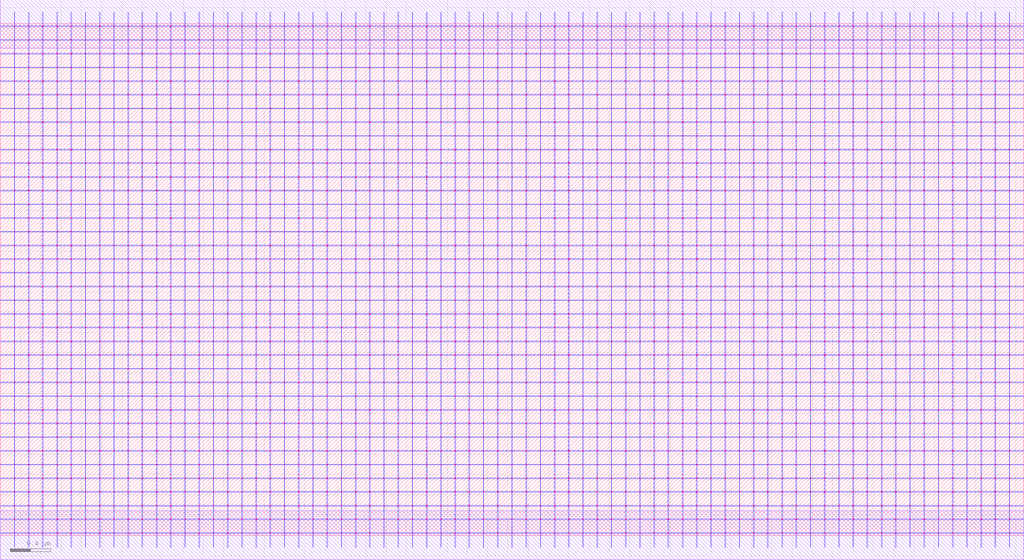
<source format=lef>
MACRO OAAOI224_DEBUG
 CLASS CORE ;
 FOREIGN OAAOI224_DEBUG 0 0 ;
 SIZE 10.08 BY 5.04 ;
 ORIGIN 0 0 ;
 SYMMETRY X Y R90 ;
 SITE unit ;

 OBS
    LAYER polycont ;
     RECT 1.11600000 2.58300000 1.12400000 2.59100000 ;
     RECT 2.23600000 2.58300000 2.24400000 2.59100000 ;
     RECT 3.35600000 2.58300000 3.36400000 2.59100000 ;
     RECT 4.47600000 2.58300000 4.48400000 2.59100000 ;
     RECT 5.59600000 2.58300000 5.60400000 2.59100000 ;
     RECT 6.71600000 2.58300000 6.72400000 2.59100000 ;
     RECT 7.83600000 2.58300000 7.84400000 2.59100000 ;
     RECT 8.95600000 2.58300000 8.96400000 2.59100000 ;
     RECT 1.11600000 2.98800000 1.12400000 2.99600000 ;
     RECT 2.23600000 2.98800000 2.24400000 2.99600000 ;
     RECT 3.35600000 2.98800000 3.36400000 2.99600000 ;
     RECT 4.47600000 2.98800000 4.48400000 2.99600000 ;
     RECT 5.59600000 2.98800000 5.60400000 2.99600000 ;
     RECT 6.71600000 2.98800000 6.72400000 2.99600000 ;
     RECT 7.83600000 2.98800000 7.84400000 2.99600000 ;
     RECT 8.95600000 2.98800000 8.96400000 2.99600000 ;

    LAYER pdiffc ;
     RECT 0.41600000 3.39300000 0.42400000 3.40100000 ;
     RECT 9.65600000 3.39300000 9.66400000 3.40100000 ;
     RECT 0.41600000 3.52800000 0.42400000 3.53600000 ;
     RECT 9.65600000 3.52800000 9.66400000 3.53600000 ;
     RECT 0.41600000 3.66300000 0.42400000 3.67100000 ;
     RECT 9.65600000 3.66300000 9.66400000 3.67100000 ;
     RECT 0.41600000 3.79800000 0.42400000 3.80600000 ;
     RECT 9.65600000 3.79800000 9.66400000 3.80600000 ;
     RECT 0.41600000 3.93300000 0.42400000 3.94100000 ;
     RECT 9.65600000 3.93300000 9.66400000 3.94100000 ;
     RECT 0.41600000 4.06800000 0.42400000 4.07600000 ;
     RECT 9.65600000 4.06800000 9.66400000 4.07600000 ;
     RECT 0.41600000 4.20300000 0.42400000 4.21100000 ;
     RECT 9.65600000 4.20300000 9.66400000 4.21100000 ;
     RECT 0.41600000 4.33800000 0.42400000 4.34600000 ;
     RECT 9.65600000 4.33800000 9.66400000 4.34600000 ;
     RECT 0.41600000 4.47300000 0.42400000 4.48100000 ;
     RECT 9.65600000 4.47300000 9.66400000 4.48100000 ;
     RECT 0.41600000 4.60800000 0.42400000 4.61600000 ;
     RECT 9.65600000 4.60800000 9.66400000 4.61600000 ;

    LAYER ndiffc ;
     RECT 5.03600000 0.42300000 5.04400000 0.43100000 ;
     RECT 5.03600000 0.55800000 5.04400000 0.56600000 ;
     RECT 5.03600000 0.69300000 5.04400000 0.70100000 ;
     RECT 5.03600000 0.82800000 5.04400000 0.83600000 ;
     RECT 5.03600000 0.96300000 5.04400000 0.97100000 ;
     RECT 5.03600000 1.09800000 5.04400000 1.10600000 ;
     RECT 5.03600000 1.23300000 5.04400000 1.24100000 ;
     RECT 5.03600000 1.36800000 5.04400000 1.37600000 ;
     RECT 5.03600000 1.50300000 5.04400000 1.51100000 ;
     RECT 5.03600000 1.63800000 5.04400000 1.64600000 ;
     RECT 5.03600000 1.77300000 5.04400000 1.78100000 ;
     RECT 5.03600000 1.90800000 5.04400000 1.91600000 ;
     RECT 5.03600000 2.04300000 5.04400000 2.05100000 ;
     RECT 6.15600000 0.69300000 6.16400000 0.70100000 ;
     RECT 7.27600000 0.69300000 7.28400000 0.70100000 ;
     RECT 8.39600000 0.69300000 8.40400000 0.70100000 ;
     RECT 9.51600000 0.69300000 9.52400000 0.70100000 ;
     RECT 9.65600000 0.69300000 9.66400000 0.70100000 ;
     RECT 8.39600000 0.42300000 8.40400000 0.43100000 ;
     RECT 6.15600000 0.82800000 6.16400000 0.83600000 ;
     RECT 7.27600000 0.82800000 7.28400000 0.83600000 ;
     RECT 8.39600000 0.82800000 8.40400000 0.83600000 ;
     RECT 9.51600000 0.82800000 9.52400000 0.83600000 ;
     RECT 9.65600000 0.82800000 9.66400000 0.83600000 ;
     RECT 9.51600000 0.42300000 9.52400000 0.43100000 ;
     RECT 6.15600000 0.96300000 6.16400000 0.97100000 ;
     RECT 7.27600000 0.96300000 7.28400000 0.97100000 ;
     RECT 8.39600000 0.96300000 8.40400000 0.97100000 ;
     RECT 9.51600000 0.96300000 9.52400000 0.97100000 ;
     RECT 9.65600000 0.96300000 9.66400000 0.97100000 ;
     RECT 9.65600000 0.42300000 9.66400000 0.43100000 ;
     RECT 6.15600000 1.09800000 6.16400000 1.10600000 ;
     RECT 7.27600000 1.09800000 7.28400000 1.10600000 ;
     RECT 8.39600000 1.09800000 8.40400000 1.10600000 ;
     RECT 9.51600000 1.09800000 9.52400000 1.10600000 ;
     RECT 9.65600000 1.09800000 9.66400000 1.10600000 ;
     RECT 6.15600000 0.42300000 6.16400000 0.43100000 ;
     RECT 6.15600000 1.23300000 6.16400000 1.24100000 ;
     RECT 7.27600000 1.23300000 7.28400000 1.24100000 ;
     RECT 8.39600000 1.23300000 8.40400000 1.24100000 ;
     RECT 9.51600000 1.23300000 9.52400000 1.24100000 ;
     RECT 9.65600000 1.23300000 9.66400000 1.24100000 ;
     RECT 6.15600000 0.55800000 6.16400000 0.56600000 ;
     RECT 6.15600000 1.36800000 6.16400000 1.37600000 ;
     RECT 7.27600000 1.36800000 7.28400000 1.37600000 ;
     RECT 8.39600000 1.36800000 8.40400000 1.37600000 ;
     RECT 9.51600000 1.36800000 9.52400000 1.37600000 ;
     RECT 9.65600000 1.36800000 9.66400000 1.37600000 ;
     RECT 7.27600000 0.55800000 7.28400000 0.56600000 ;
     RECT 6.15600000 1.50300000 6.16400000 1.51100000 ;
     RECT 7.27600000 1.50300000 7.28400000 1.51100000 ;
     RECT 8.39600000 1.50300000 8.40400000 1.51100000 ;
     RECT 9.51600000 1.50300000 9.52400000 1.51100000 ;
     RECT 9.65600000 1.50300000 9.66400000 1.51100000 ;
     RECT 8.39600000 0.55800000 8.40400000 0.56600000 ;
     RECT 6.15600000 1.63800000 6.16400000 1.64600000 ;
     RECT 7.27600000 1.63800000 7.28400000 1.64600000 ;
     RECT 8.39600000 1.63800000 8.40400000 1.64600000 ;
     RECT 9.51600000 1.63800000 9.52400000 1.64600000 ;
     RECT 9.65600000 1.63800000 9.66400000 1.64600000 ;
     RECT 9.51600000 0.55800000 9.52400000 0.56600000 ;
     RECT 6.15600000 1.77300000 6.16400000 1.78100000 ;
     RECT 7.27600000 1.77300000 7.28400000 1.78100000 ;
     RECT 8.39600000 1.77300000 8.40400000 1.78100000 ;
     RECT 9.51600000 1.77300000 9.52400000 1.78100000 ;
     RECT 9.65600000 1.77300000 9.66400000 1.78100000 ;
     RECT 9.65600000 0.55800000 9.66400000 0.56600000 ;
     RECT 6.15600000 1.90800000 6.16400000 1.91600000 ;
     RECT 7.27600000 1.90800000 7.28400000 1.91600000 ;
     RECT 8.39600000 1.90800000 8.40400000 1.91600000 ;
     RECT 9.51600000 1.90800000 9.52400000 1.91600000 ;
     RECT 9.65600000 1.90800000 9.66400000 1.91600000 ;
     RECT 7.27600000 0.42300000 7.28400000 0.43100000 ;
     RECT 6.15600000 2.04300000 6.16400000 2.05100000 ;
     RECT 7.27600000 2.04300000 7.28400000 2.05100000 ;
     RECT 8.39600000 2.04300000 8.40400000 2.05100000 ;
     RECT 9.51600000 2.04300000 9.52400000 2.05100000 ;
     RECT 9.65600000 2.04300000 9.66400000 2.05100000 ;
     RECT 0.55600000 1.36800000 0.56400000 1.37600000 ;
     RECT 1.67600000 1.36800000 1.68400000 1.37600000 ;
     RECT 2.79600000 1.36800000 2.80400000 1.37600000 ;
     RECT 3.91600000 1.36800000 3.92400000 1.37600000 ;
     RECT 0.41600000 0.69300000 0.42400000 0.70100000 ;
     RECT 0.55600000 0.69300000 0.56400000 0.70100000 ;
     RECT 0.41600000 0.96300000 0.42400000 0.97100000 ;
     RECT 0.55600000 0.96300000 0.56400000 0.97100000 ;
     RECT 1.67600000 0.96300000 1.68400000 0.97100000 ;
     RECT 2.79600000 0.96300000 2.80400000 0.97100000 ;
     RECT 0.41600000 1.50300000 0.42400000 1.51100000 ;
     RECT 0.55600000 1.50300000 0.56400000 1.51100000 ;
     RECT 1.67600000 1.50300000 1.68400000 1.51100000 ;
     RECT 2.79600000 1.50300000 2.80400000 1.51100000 ;
     RECT 3.91600000 1.50300000 3.92400000 1.51100000 ;
     RECT 3.91600000 0.96300000 3.92400000 0.97100000 ;
     RECT 1.67600000 0.69300000 1.68400000 0.70100000 ;
     RECT 2.79600000 0.69300000 2.80400000 0.70100000 ;
     RECT 3.91600000 0.69300000 3.92400000 0.70100000 ;
     RECT 0.55600000 0.55800000 0.56400000 0.56600000 ;
     RECT 1.67600000 0.55800000 1.68400000 0.56600000 ;
     RECT 0.41600000 1.63800000 0.42400000 1.64600000 ;
     RECT 0.55600000 1.63800000 0.56400000 1.64600000 ;
     RECT 1.67600000 1.63800000 1.68400000 1.64600000 ;
     RECT 2.79600000 1.63800000 2.80400000 1.64600000 ;
     RECT 3.91600000 1.63800000 3.92400000 1.64600000 ;
     RECT 2.79600000 0.55800000 2.80400000 0.56600000 ;
     RECT 0.41600000 1.09800000 0.42400000 1.10600000 ;
     RECT 0.55600000 1.09800000 0.56400000 1.10600000 ;
     RECT 1.67600000 1.09800000 1.68400000 1.10600000 ;
     RECT 2.79600000 1.09800000 2.80400000 1.10600000 ;
     RECT 3.91600000 1.09800000 3.92400000 1.10600000 ;
     RECT 0.41600000 1.77300000 0.42400000 1.78100000 ;
     RECT 0.55600000 1.77300000 0.56400000 1.78100000 ;
     RECT 1.67600000 1.77300000 1.68400000 1.78100000 ;
     RECT 2.79600000 1.77300000 2.80400000 1.78100000 ;
     RECT 3.91600000 1.77300000 3.92400000 1.78100000 ;
     RECT 3.91600000 0.55800000 3.92400000 0.56600000 ;
     RECT 0.55600000 0.42300000 0.56400000 0.43100000 ;
     RECT 1.67600000 0.42300000 1.68400000 0.43100000 ;
     RECT 0.41600000 0.82800000 0.42400000 0.83600000 ;
     RECT 0.55600000 0.82800000 0.56400000 0.83600000 ;
     RECT 1.67600000 0.82800000 1.68400000 0.83600000 ;
     RECT 0.41600000 1.90800000 0.42400000 1.91600000 ;
     RECT 0.55600000 1.90800000 0.56400000 1.91600000 ;
     RECT 1.67600000 1.90800000 1.68400000 1.91600000 ;
     RECT 2.79600000 1.90800000 2.80400000 1.91600000 ;
     RECT 3.91600000 1.90800000 3.92400000 1.91600000 ;
     RECT 0.41600000 1.23300000 0.42400000 1.24100000 ;
     RECT 0.55600000 1.23300000 0.56400000 1.24100000 ;
     RECT 1.67600000 1.23300000 1.68400000 1.24100000 ;
     RECT 2.79600000 1.23300000 2.80400000 1.24100000 ;
     RECT 3.91600000 1.23300000 3.92400000 1.24100000 ;
     RECT 2.79600000 0.82800000 2.80400000 0.83600000 ;
     RECT 0.41600000 2.04300000 0.42400000 2.05100000 ;
     RECT 0.55600000 2.04300000 0.56400000 2.05100000 ;
     RECT 1.67600000 2.04300000 1.68400000 2.05100000 ;
     RECT 2.79600000 2.04300000 2.80400000 2.05100000 ;
     RECT 3.91600000 2.04300000 3.92400000 2.05100000 ;
     RECT 3.91600000 0.82800000 3.92400000 0.83600000 ;
     RECT 2.79600000 0.42300000 2.80400000 0.43100000 ;
     RECT 3.91600000 0.42300000 3.92400000 0.43100000 ;
     RECT 0.41600000 0.42300000 0.42400000 0.43100000 ;
     RECT 0.41600000 0.55800000 0.42400000 0.56600000 ;
     RECT 0.41600000 1.36800000 0.42400000 1.37600000 ;

    LAYER met1 ;
     RECT 0.00000000 -0.24000000 10.08000000 0.24000000 ;
     RECT 5.03600000 0.24000000 5.04400000 0.28800000 ;
     RECT 0.02500000 0.28800000 10.05500000 0.29600000 ;
     RECT 5.03600000 0.29600000 5.04400000 0.42300000 ;
     RECT 0.02500000 0.42300000 10.05500000 0.43100000 ;
     RECT 5.03600000 0.43100000 5.04400000 0.55800000 ;
     RECT 0.02500000 0.55800000 10.05500000 0.56600000 ;
     RECT 5.03600000 0.56600000 5.04400000 0.69300000 ;
     RECT 0.02500000 0.69300000 10.05500000 0.70100000 ;
     RECT 5.03600000 0.70100000 5.04400000 0.82800000 ;
     RECT 0.02500000 0.82800000 10.05500000 0.83600000 ;
     RECT 5.03600000 0.83600000 5.04400000 0.96300000 ;
     RECT 0.02500000 0.96300000 10.05500000 0.97100000 ;
     RECT 5.03600000 0.97100000 5.04400000 1.09800000 ;
     RECT 0.02500000 1.09800000 10.05500000 1.10600000 ;
     RECT 5.03600000 1.10600000 5.04400000 1.23300000 ;
     RECT 0.02500000 1.23300000 10.05500000 1.24100000 ;
     RECT 5.03600000 1.24100000 5.04400000 1.36800000 ;
     RECT 0.02500000 1.36800000 10.05500000 1.37600000 ;
     RECT 5.03600000 1.37600000 5.04400000 1.50300000 ;
     RECT 0.02500000 1.50300000 10.05500000 1.51100000 ;
     RECT 5.03600000 1.51100000 5.04400000 1.63800000 ;
     RECT 0.02500000 1.63800000 10.05500000 1.64600000 ;
     RECT 5.03600000 1.64600000 5.04400000 1.77300000 ;
     RECT 0.02500000 1.77300000 10.05500000 1.78100000 ;
     RECT 5.03600000 1.78100000 5.04400000 1.90800000 ;
     RECT 0.02500000 1.90800000 10.05500000 1.91600000 ;
     RECT 5.03600000 1.91600000 5.04400000 2.04300000 ;
     RECT 0.02500000 2.04300000 10.05500000 2.05100000 ;
     RECT 5.03600000 2.05100000 5.04400000 2.17800000 ;
     RECT 0.02500000 2.17800000 10.05500000 2.18600000 ;
     RECT 5.03600000 2.18600000 5.04400000 2.31300000 ;
     RECT 0.02500000 2.31300000 10.05500000 2.32100000 ;
     RECT 5.03600000 2.32100000 5.04400000 2.44800000 ;
     RECT 0.02500000 2.44800000 10.05500000 2.45600000 ;
     RECT 0.13600000 2.45600000 0.14400000 2.58300000 ;
     RECT 0.27600000 2.45600000 0.28400000 2.58300000 ;
     RECT 0.41600000 2.45600000 0.42400000 2.58300000 ;
     RECT 0.55600000 2.45600000 0.56400000 2.58300000 ;
     RECT 0.69600000 2.45600000 0.70400000 2.58300000 ;
     RECT 0.83600000 2.45600000 0.84400000 2.58300000 ;
     RECT 0.97600000 2.45600000 0.98400000 2.58300000 ;
     RECT 1.11600000 2.45600000 1.12400000 2.58300000 ;
     RECT 1.25600000 2.45600000 1.26400000 2.58300000 ;
     RECT 1.39600000 2.45600000 1.40400000 2.58300000 ;
     RECT 1.53600000 2.45600000 1.54400000 2.58300000 ;
     RECT 1.67600000 2.45600000 1.68400000 2.58300000 ;
     RECT 1.81600000 2.45600000 1.82400000 2.58300000 ;
     RECT 1.95600000 2.45600000 1.96400000 2.58300000 ;
     RECT 2.09600000 2.45600000 2.10400000 2.58300000 ;
     RECT 2.23600000 2.45600000 2.24400000 2.58300000 ;
     RECT 2.37600000 2.45600000 2.38400000 2.58300000 ;
     RECT 2.51600000 2.45600000 2.52400000 2.58300000 ;
     RECT 2.65600000 2.45600000 2.66400000 2.58300000 ;
     RECT 2.79600000 2.45600000 2.80400000 2.58300000 ;
     RECT 2.93600000 2.45600000 2.94400000 2.58300000 ;
     RECT 3.07600000 2.45600000 3.08400000 2.58300000 ;
     RECT 3.21600000 2.45600000 3.22400000 2.58300000 ;
     RECT 3.35600000 2.45600000 3.36400000 2.58300000 ;
     RECT 3.49600000 2.45600000 3.50400000 2.58300000 ;
     RECT 3.63600000 2.45600000 3.64400000 2.58300000 ;
     RECT 3.77600000 2.45600000 3.78400000 2.58300000 ;
     RECT 3.91600000 2.45600000 3.92400000 2.58300000 ;
     RECT 4.05600000 2.45600000 4.06400000 2.58300000 ;
     RECT 4.19600000 2.45600000 4.20400000 2.58300000 ;
     RECT 4.33600000 2.45600000 4.34400000 2.58300000 ;
     RECT 4.47600000 2.45600000 4.48400000 2.58300000 ;
     RECT 4.61600000 2.45600000 4.62400000 2.58300000 ;
     RECT 4.75600000 2.45600000 4.76400000 2.58300000 ;
     RECT 4.89600000 2.45600000 4.90400000 2.58300000 ;
     RECT 5.03600000 2.45600000 5.04400000 2.58300000 ;
     RECT 5.17600000 2.45600000 5.18400000 2.58300000 ;
     RECT 5.31600000 2.45600000 5.32400000 2.58300000 ;
     RECT 5.45600000 2.45600000 5.46400000 2.58300000 ;
     RECT 5.59600000 2.45600000 5.60400000 2.58300000 ;
     RECT 5.73600000 2.45600000 5.74400000 2.58300000 ;
     RECT 5.87600000 2.45600000 5.88400000 2.58300000 ;
     RECT 6.01600000 2.45600000 6.02400000 2.58300000 ;
     RECT 6.15600000 2.45600000 6.16400000 2.58300000 ;
     RECT 6.29600000 2.45600000 6.30400000 2.58300000 ;
     RECT 6.43600000 2.45600000 6.44400000 2.58300000 ;
     RECT 6.57600000 2.45600000 6.58400000 2.58300000 ;
     RECT 6.71600000 2.45600000 6.72400000 2.58300000 ;
     RECT 6.85600000 2.45600000 6.86400000 2.58300000 ;
     RECT 6.99600000 2.45600000 7.00400000 2.58300000 ;
     RECT 7.13600000 2.45600000 7.14400000 2.58300000 ;
     RECT 7.27600000 2.45600000 7.28400000 2.58300000 ;
     RECT 7.41600000 2.45600000 7.42400000 2.58300000 ;
     RECT 7.55600000 2.45600000 7.56400000 2.58300000 ;
     RECT 7.69600000 2.45600000 7.70400000 2.58300000 ;
     RECT 7.83600000 2.45600000 7.84400000 2.58300000 ;
     RECT 7.97600000 2.45600000 7.98400000 2.58300000 ;
     RECT 8.11600000 2.45600000 8.12400000 2.58300000 ;
     RECT 8.25600000 2.45600000 8.26400000 2.58300000 ;
     RECT 8.39600000 2.45600000 8.40400000 2.58300000 ;
     RECT 8.53600000 2.45600000 8.54400000 2.58300000 ;
     RECT 8.67600000 2.45600000 8.68400000 2.58300000 ;
     RECT 8.81600000 2.45600000 8.82400000 2.58300000 ;
     RECT 8.95600000 2.45600000 8.96400000 2.58300000 ;
     RECT 9.09600000 2.45600000 9.10400000 2.58300000 ;
     RECT 9.23600000 2.45600000 9.24400000 2.58300000 ;
     RECT 9.37600000 2.45600000 9.38400000 2.58300000 ;
     RECT 9.51600000 2.45600000 9.52400000 2.58300000 ;
     RECT 9.65600000 2.45600000 9.66400000 2.58300000 ;
     RECT 9.79600000 2.45600000 9.80400000 2.58300000 ;
     RECT 9.93600000 2.45600000 9.94400000 2.58300000 ;
     RECT 0.02500000 2.58300000 10.05500000 2.59100000 ;
     RECT 5.03600000 2.59100000 5.04400000 2.71800000 ;
     RECT 0.02500000 2.71800000 10.05500000 2.72600000 ;
     RECT 5.03600000 2.72600000 5.04400000 2.85300000 ;
     RECT 0.02500000 2.85300000 10.05500000 2.86100000 ;
     RECT 5.03600000 2.86100000 5.04400000 2.98800000 ;
     RECT 0.02500000 2.98800000 10.05500000 2.99600000 ;
     RECT 5.03600000 2.99600000 5.04400000 3.12300000 ;
     RECT 0.02500000 3.12300000 10.05500000 3.13100000 ;
     RECT 5.03600000 3.13100000 5.04400000 3.25800000 ;
     RECT 0.02500000 3.25800000 10.05500000 3.26600000 ;
     RECT 5.03600000 3.26600000 5.04400000 3.39300000 ;
     RECT 0.02500000 3.39300000 10.05500000 3.40100000 ;
     RECT 5.03600000 3.40100000 5.04400000 3.52800000 ;
     RECT 0.02500000 3.52800000 10.05500000 3.53600000 ;
     RECT 5.03600000 3.53600000 5.04400000 3.66300000 ;
     RECT 0.02500000 3.66300000 10.05500000 3.67100000 ;
     RECT 5.03600000 3.67100000 5.04400000 3.79800000 ;
     RECT 0.02500000 3.79800000 10.05500000 3.80600000 ;
     RECT 5.03600000 3.80600000 5.04400000 3.93300000 ;
     RECT 0.02500000 3.93300000 10.05500000 3.94100000 ;
     RECT 5.03600000 3.94100000 5.04400000 4.06800000 ;
     RECT 0.02500000 4.06800000 10.05500000 4.07600000 ;
     RECT 5.03600000 4.07600000 5.04400000 4.20300000 ;
     RECT 0.02500000 4.20300000 10.05500000 4.21100000 ;
     RECT 5.03600000 4.21100000 5.04400000 4.33800000 ;
     RECT 0.02500000 4.33800000 10.05500000 4.34600000 ;
     RECT 5.03600000 4.34600000 5.04400000 4.47300000 ;
     RECT 0.02500000 4.47300000 10.05500000 4.48100000 ;
     RECT 5.03600000 4.48100000 5.04400000 4.60800000 ;
     RECT 0.02500000 4.60800000 10.05500000 4.61600000 ;
     RECT 5.03600000 4.61600000 5.04400000 4.74300000 ;
     RECT 0.02500000 4.74300000 10.05500000 4.75100000 ;
     RECT 5.03600000 4.75100000 5.04400000 4.80000000 ;
     RECT 0.00000000 4.80000000 10.08000000 5.28000000 ;
     RECT 7.55600000 2.72600000 7.56400000 2.85300000 ;
     RECT 7.55600000 2.86100000 7.56400000 2.98800000 ;
     RECT 7.55600000 2.99600000 7.56400000 3.12300000 ;
     RECT 7.55600000 3.13100000 7.56400000 3.25800000 ;
     RECT 7.55600000 3.26600000 7.56400000 3.39300000 ;
     RECT 7.55600000 3.40100000 7.56400000 3.52800000 ;
     RECT 7.55600000 3.53600000 7.56400000 3.66300000 ;
     RECT 7.55600000 3.67100000 7.56400000 3.79800000 ;
     RECT 7.55600000 2.59100000 7.56400000 2.71800000 ;
     RECT 5.17600000 3.80600000 5.18400000 3.93300000 ;
     RECT 5.31600000 3.80600000 5.32400000 3.93300000 ;
     RECT 5.45600000 3.80600000 5.46400000 3.93300000 ;
     RECT 5.59600000 3.80600000 5.60400000 3.93300000 ;
     RECT 5.73600000 3.80600000 5.74400000 3.93300000 ;
     RECT 5.87600000 3.80600000 5.88400000 3.93300000 ;
     RECT 6.01600000 3.80600000 6.02400000 3.93300000 ;
     RECT 6.15600000 3.80600000 6.16400000 3.93300000 ;
     RECT 6.29600000 3.80600000 6.30400000 3.93300000 ;
     RECT 6.43600000 3.80600000 6.44400000 3.93300000 ;
     RECT 6.57600000 3.80600000 6.58400000 3.93300000 ;
     RECT 6.71600000 3.80600000 6.72400000 3.93300000 ;
     RECT 6.85600000 3.80600000 6.86400000 3.93300000 ;
     RECT 6.99600000 3.80600000 7.00400000 3.93300000 ;
     RECT 7.13600000 3.80600000 7.14400000 3.93300000 ;
     RECT 7.27600000 3.80600000 7.28400000 3.93300000 ;
     RECT 7.41600000 3.80600000 7.42400000 3.93300000 ;
     RECT 7.55600000 3.80600000 7.56400000 3.93300000 ;
     RECT 7.69600000 3.80600000 7.70400000 3.93300000 ;
     RECT 7.83600000 3.80600000 7.84400000 3.93300000 ;
     RECT 7.97600000 3.80600000 7.98400000 3.93300000 ;
     RECT 8.11600000 3.80600000 8.12400000 3.93300000 ;
     RECT 8.25600000 3.80600000 8.26400000 3.93300000 ;
     RECT 8.39600000 3.80600000 8.40400000 3.93300000 ;
     RECT 8.53600000 3.80600000 8.54400000 3.93300000 ;
     RECT 8.67600000 3.80600000 8.68400000 3.93300000 ;
     RECT 8.81600000 3.80600000 8.82400000 3.93300000 ;
     RECT 8.95600000 3.80600000 8.96400000 3.93300000 ;
     RECT 9.09600000 3.80600000 9.10400000 3.93300000 ;
     RECT 9.23600000 3.80600000 9.24400000 3.93300000 ;
     RECT 9.37600000 3.80600000 9.38400000 3.93300000 ;
     RECT 9.51600000 3.80600000 9.52400000 3.93300000 ;
     RECT 9.65600000 3.80600000 9.66400000 3.93300000 ;
     RECT 9.79600000 3.80600000 9.80400000 3.93300000 ;
     RECT 9.93600000 3.80600000 9.94400000 3.93300000 ;
     RECT 7.55600000 3.94100000 7.56400000 4.06800000 ;
     RECT 7.55600000 4.07600000 7.56400000 4.20300000 ;
     RECT 7.55600000 4.21100000 7.56400000 4.33800000 ;
     RECT 7.55600000 4.34600000 7.56400000 4.47300000 ;
     RECT 7.55600000 4.48100000 7.56400000 4.60800000 ;
     RECT 7.55600000 4.61600000 7.56400000 4.74300000 ;
     RECT 7.55600000 4.75100000 7.56400000 4.80000000 ;
     RECT 8.81600000 3.94100000 8.82400000 4.06800000 ;
     RECT 8.81600000 4.07600000 8.82400000 4.20300000 ;
     RECT 8.81600000 4.21100000 8.82400000 4.33800000 ;
     RECT 8.81600000 4.34600000 8.82400000 4.47300000 ;
     RECT 7.69600000 4.48100000 7.70400000 4.60800000 ;
     RECT 7.83600000 4.48100000 7.84400000 4.60800000 ;
     RECT 7.97600000 4.48100000 7.98400000 4.60800000 ;
     RECT 8.11600000 4.48100000 8.12400000 4.60800000 ;
     RECT 8.25600000 4.48100000 8.26400000 4.60800000 ;
     RECT 8.39600000 4.48100000 8.40400000 4.60800000 ;
     RECT 8.53600000 4.48100000 8.54400000 4.60800000 ;
     RECT 8.67600000 4.48100000 8.68400000 4.60800000 ;
     RECT 8.81600000 4.48100000 8.82400000 4.60800000 ;
     RECT 8.95600000 4.48100000 8.96400000 4.60800000 ;
     RECT 9.09600000 4.48100000 9.10400000 4.60800000 ;
     RECT 9.23600000 4.48100000 9.24400000 4.60800000 ;
     RECT 9.37600000 4.48100000 9.38400000 4.60800000 ;
     RECT 9.51600000 4.48100000 9.52400000 4.60800000 ;
     RECT 9.65600000 4.48100000 9.66400000 4.60800000 ;
     RECT 9.79600000 4.48100000 9.80400000 4.60800000 ;
     RECT 9.93600000 4.48100000 9.94400000 4.60800000 ;
     RECT 8.81600000 4.61600000 8.82400000 4.74300000 ;
     RECT 8.81600000 4.75100000 8.82400000 4.80000000 ;
     RECT 9.09600000 4.61600000 9.10400000 4.74300000 ;
     RECT 9.23600000 4.61600000 9.24400000 4.74300000 ;
     RECT 9.37600000 4.61600000 9.38400000 4.74300000 ;
     RECT 9.51600000 4.61600000 9.52400000 4.74300000 ;
     RECT 9.65600000 4.61600000 9.66400000 4.74300000 ;
     RECT 9.79600000 4.61600000 9.80400000 4.74300000 ;
     RECT 9.93600000 4.61600000 9.94400000 4.74300000 ;
     RECT 8.95600000 4.61600000 8.96400000 4.74300000 ;
     RECT 8.95600000 4.75100000 8.96400000 4.80000000 ;
     RECT 9.09600000 4.75100000 9.10400000 4.80000000 ;
     RECT 9.23600000 4.75100000 9.24400000 4.80000000 ;
     RECT 9.37600000 4.75100000 9.38400000 4.80000000 ;
     RECT 9.51600000 4.75100000 9.52400000 4.80000000 ;
     RECT 9.65600000 4.75100000 9.66400000 4.80000000 ;
     RECT 9.79600000 4.75100000 9.80400000 4.80000000 ;
     RECT 9.93600000 4.75100000 9.94400000 4.80000000 ;
     RECT 7.83600000 4.75100000 7.84400000 4.80000000 ;
     RECT 7.97600000 4.75100000 7.98400000 4.80000000 ;
     RECT 8.11600000 4.75100000 8.12400000 4.80000000 ;
     RECT 8.25600000 4.75100000 8.26400000 4.80000000 ;
     RECT 8.39600000 4.75100000 8.40400000 4.80000000 ;
     RECT 8.53600000 4.75100000 8.54400000 4.80000000 ;
     RECT 8.67600000 4.75100000 8.68400000 4.80000000 ;
     RECT 7.83600000 4.61600000 7.84400000 4.74300000 ;
     RECT 7.97600000 4.61600000 7.98400000 4.74300000 ;
     RECT 8.11600000 4.61600000 8.12400000 4.74300000 ;
     RECT 8.25600000 4.61600000 8.26400000 4.74300000 ;
     RECT 8.39600000 4.61600000 8.40400000 4.74300000 ;
     RECT 8.53600000 4.61600000 8.54400000 4.74300000 ;
     RECT 8.67600000 4.61600000 8.68400000 4.74300000 ;
     RECT 7.69600000 4.61600000 7.70400000 4.74300000 ;
     RECT 7.69600000 4.75100000 7.70400000 4.80000000 ;
     RECT 7.69600000 4.34600000 7.70400000 4.47300000 ;
     RECT 7.83600000 4.34600000 7.84400000 4.47300000 ;
     RECT 7.97600000 4.34600000 7.98400000 4.47300000 ;
     RECT 8.11600000 4.34600000 8.12400000 4.47300000 ;
     RECT 8.25600000 4.34600000 8.26400000 4.47300000 ;
     RECT 8.39600000 4.34600000 8.40400000 4.47300000 ;
     RECT 8.53600000 4.34600000 8.54400000 4.47300000 ;
     RECT 8.67600000 4.34600000 8.68400000 4.47300000 ;
     RECT 7.69600000 3.94100000 7.70400000 4.06800000 ;
     RECT 8.11600000 3.94100000 8.12400000 4.06800000 ;
     RECT 7.69600000 4.07600000 7.70400000 4.20300000 ;
     RECT 7.83600000 4.07600000 7.84400000 4.20300000 ;
     RECT 7.97600000 4.07600000 7.98400000 4.20300000 ;
     RECT 8.11600000 4.07600000 8.12400000 4.20300000 ;
     RECT 8.39600000 3.94100000 8.40400000 4.06800000 ;
     RECT 8.25600000 4.07600000 8.26400000 4.20300000 ;
     RECT 8.39600000 4.07600000 8.40400000 4.20300000 ;
     RECT 8.53600000 4.07600000 8.54400000 4.20300000 ;
     RECT 8.67600000 4.07600000 8.68400000 4.20300000 ;
     RECT 8.67600000 3.94100000 8.68400000 4.06800000 ;
     RECT 7.83600000 3.94100000 7.84400000 4.06800000 ;
     RECT 7.69600000 4.21100000 7.70400000 4.33800000 ;
     RECT 7.83600000 4.21100000 7.84400000 4.33800000 ;
     RECT 7.97600000 4.21100000 7.98400000 4.33800000 ;
     RECT 8.11600000 4.21100000 8.12400000 4.33800000 ;
     RECT 8.25600000 4.21100000 8.26400000 4.33800000 ;
     RECT 8.39600000 4.21100000 8.40400000 4.33800000 ;
     RECT 8.53600000 4.21100000 8.54400000 4.33800000 ;
     RECT 8.25600000 3.94100000 8.26400000 4.06800000 ;
     RECT 8.67600000 4.21100000 8.68400000 4.33800000 ;
     RECT 8.53600000 3.94100000 8.54400000 4.06800000 ;
     RECT 7.97600000 3.94100000 7.98400000 4.06800000 ;
     RECT 9.51600000 3.94100000 9.52400000 4.06800000 ;
     RECT 9.65600000 3.94100000 9.66400000 4.06800000 ;
     RECT 8.95600000 4.34600000 8.96400000 4.47300000 ;
     RECT 9.09600000 4.34600000 9.10400000 4.47300000 ;
     RECT 9.23600000 4.34600000 9.24400000 4.47300000 ;
     RECT 9.37600000 4.34600000 9.38400000 4.47300000 ;
     RECT 9.51600000 4.34600000 9.52400000 4.47300000 ;
     RECT 9.65600000 4.34600000 9.66400000 4.47300000 ;
     RECT 9.79600000 4.34600000 9.80400000 4.47300000 ;
     RECT 9.93600000 4.34600000 9.94400000 4.47300000 ;
     RECT 9.79600000 3.94100000 9.80400000 4.06800000 ;
     RECT 9.93600000 3.94100000 9.94400000 4.06800000 ;
     RECT 8.95600000 3.94100000 8.96400000 4.06800000 ;
     RECT 9.09600000 3.94100000 9.10400000 4.06800000 ;
     RECT 8.95600000 4.07600000 8.96400000 4.20300000 ;
     RECT 9.09600000 4.07600000 9.10400000 4.20300000 ;
     RECT 8.95600000 4.21100000 8.96400000 4.33800000 ;
     RECT 9.09600000 4.21100000 9.10400000 4.33800000 ;
     RECT 9.23600000 4.21100000 9.24400000 4.33800000 ;
     RECT 9.37600000 4.21100000 9.38400000 4.33800000 ;
     RECT 9.51600000 4.21100000 9.52400000 4.33800000 ;
     RECT 9.65600000 4.21100000 9.66400000 4.33800000 ;
     RECT 9.79600000 4.21100000 9.80400000 4.33800000 ;
     RECT 9.93600000 4.21100000 9.94400000 4.33800000 ;
     RECT 9.23600000 4.07600000 9.24400000 4.20300000 ;
     RECT 9.37600000 4.07600000 9.38400000 4.20300000 ;
     RECT 9.51600000 4.07600000 9.52400000 4.20300000 ;
     RECT 9.65600000 4.07600000 9.66400000 4.20300000 ;
     RECT 9.79600000 4.07600000 9.80400000 4.20300000 ;
     RECT 9.93600000 4.07600000 9.94400000 4.20300000 ;
     RECT 9.23600000 3.94100000 9.24400000 4.06800000 ;
     RECT 9.37600000 3.94100000 9.38400000 4.06800000 ;
     RECT 6.29600000 3.94100000 6.30400000 4.06800000 ;
     RECT 5.17600000 4.48100000 5.18400000 4.60800000 ;
     RECT 5.31600000 4.48100000 5.32400000 4.60800000 ;
     RECT 5.45600000 4.48100000 5.46400000 4.60800000 ;
     RECT 5.59600000 4.48100000 5.60400000 4.60800000 ;
     RECT 5.73600000 4.48100000 5.74400000 4.60800000 ;
     RECT 5.87600000 4.48100000 5.88400000 4.60800000 ;
     RECT 6.01600000 4.48100000 6.02400000 4.60800000 ;
     RECT 6.15600000 4.48100000 6.16400000 4.60800000 ;
     RECT 6.29600000 4.48100000 6.30400000 4.60800000 ;
     RECT 6.43600000 4.48100000 6.44400000 4.60800000 ;
     RECT 6.57600000 4.48100000 6.58400000 4.60800000 ;
     RECT 6.71600000 4.48100000 6.72400000 4.60800000 ;
     RECT 6.85600000 4.48100000 6.86400000 4.60800000 ;
     RECT 6.99600000 4.48100000 7.00400000 4.60800000 ;
     RECT 7.13600000 4.48100000 7.14400000 4.60800000 ;
     RECT 7.27600000 4.48100000 7.28400000 4.60800000 ;
     RECT 7.41600000 4.48100000 7.42400000 4.60800000 ;
     RECT 6.29600000 4.21100000 6.30400000 4.33800000 ;
     RECT 6.29600000 4.61600000 6.30400000 4.74300000 ;
     RECT 6.29600000 4.07600000 6.30400000 4.20300000 ;
     RECT 6.29600000 4.75100000 6.30400000 4.80000000 ;
     RECT 6.29600000 4.34600000 6.30400000 4.47300000 ;
     RECT 6.85600000 4.61600000 6.86400000 4.74300000 ;
     RECT 6.99600000 4.61600000 7.00400000 4.74300000 ;
     RECT 7.13600000 4.61600000 7.14400000 4.74300000 ;
     RECT 7.27600000 4.61600000 7.28400000 4.74300000 ;
     RECT 7.41600000 4.61600000 7.42400000 4.74300000 ;
     RECT 6.43600000 4.61600000 6.44400000 4.74300000 ;
     RECT 6.57600000 4.61600000 6.58400000 4.74300000 ;
     RECT 6.43600000 4.75100000 6.44400000 4.80000000 ;
     RECT 6.57600000 4.75100000 6.58400000 4.80000000 ;
     RECT 6.71600000 4.75100000 6.72400000 4.80000000 ;
     RECT 6.85600000 4.75100000 6.86400000 4.80000000 ;
     RECT 6.99600000 4.75100000 7.00400000 4.80000000 ;
     RECT 7.13600000 4.75100000 7.14400000 4.80000000 ;
     RECT 7.27600000 4.75100000 7.28400000 4.80000000 ;
     RECT 7.41600000 4.75100000 7.42400000 4.80000000 ;
     RECT 6.71600000 4.61600000 6.72400000 4.74300000 ;
     RECT 5.45600000 4.75100000 5.46400000 4.80000000 ;
     RECT 5.59600000 4.75100000 5.60400000 4.80000000 ;
     RECT 5.73600000 4.75100000 5.74400000 4.80000000 ;
     RECT 5.87600000 4.75100000 5.88400000 4.80000000 ;
     RECT 6.01600000 4.75100000 6.02400000 4.80000000 ;
     RECT 6.15600000 4.75100000 6.16400000 4.80000000 ;
     RECT 5.45600000 4.61600000 5.46400000 4.74300000 ;
     RECT 5.59600000 4.61600000 5.60400000 4.74300000 ;
     RECT 5.73600000 4.61600000 5.74400000 4.74300000 ;
     RECT 5.87600000 4.61600000 5.88400000 4.74300000 ;
     RECT 6.01600000 4.61600000 6.02400000 4.74300000 ;
     RECT 6.15600000 4.61600000 6.16400000 4.74300000 ;
     RECT 5.17600000 4.61600000 5.18400000 4.74300000 ;
     RECT 5.31600000 4.61600000 5.32400000 4.74300000 ;
     RECT 5.17600000 4.75100000 5.18400000 4.80000000 ;
     RECT 5.31600000 4.75100000 5.32400000 4.80000000 ;
     RECT 5.31600000 3.94100000 5.32400000 4.06800000 ;
     RECT 5.45600000 3.94100000 5.46400000 4.06800000 ;
     RECT 5.17600000 4.34600000 5.18400000 4.47300000 ;
     RECT 5.31600000 4.34600000 5.32400000 4.47300000 ;
     RECT 5.45600000 4.34600000 5.46400000 4.47300000 ;
     RECT 5.45600000 4.21100000 5.46400000 4.33800000 ;
     RECT 5.59600000 4.21100000 5.60400000 4.33800000 ;
     RECT 5.73600000 4.21100000 5.74400000 4.33800000 ;
     RECT 5.87600000 4.21100000 5.88400000 4.33800000 ;
     RECT 6.01600000 4.21100000 6.02400000 4.33800000 ;
     RECT 6.15600000 4.21100000 6.16400000 4.33800000 ;
     RECT 5.17600000 4.07600000 5.18400000 4.20300000 ;
     RECT 5.31600000 4.07600000 5.32400000 4.20300000 ;
     RECT 5.45600000 4.07600000 5.46400000 4.20300000 ;
     RECT 5.59600000 4.07600000 5.60400000 4.20300000 ;
     RECT 5.17600000 4.21100000 5.18400000 4.33800000 ;
     RECT 5.31600000 4.21100000 5.32400000 4.33800000 ;
     RECT 6.15600000 3.94100000 6.16400000 4.06800000 ;
     RECT 5.73600000 4.07600000 5.74400000 4.20300000 ;
     RECT 5.87600000 4.07600000 5.88400000 4.20300000 ;
     RECT 6.01600000 4.07600000 6.02400000 4.20300000 ;
     RECT 6.15600000 4.07600000 6.16400000 4.20300000 ;
     RECT 5.59600000 4.34600000 5.60400000 4.47300000 ;
     RECT 5.73600000 4.34600000 5.74400000 4.47300000 ;
     RECT 5.87600000 4.34600000 5.88400000 4.47300000 ;
     RECT 6.01600000 4.34600000 6.02400000 4.47300000 ;
     RECT 6.15600000 4.34600000 6.16400000 4.47300000 ;
     RECT 5.17600000 3.94100000 5.18400000 4.06800000 ;
     RECT 5.59600000 3.94100000 5.60400000 4.06800000 ;
     RECT 5.73600000 3.94100000 5.74400000 4.06800000 ;
     RECT 5.87600000 3.94100000 5.88400000 4.06800000 ;
     RECT 6.01600000 3.94100000 6.02400000 4.06800000 ;
     RECT 7.13600000 3.94100000 7.14400000 4.06800000 ;
     RECT 7.27600000 3.94100000 7.28400000 4.06800000 ;
     RECT 7.41600000 3.94100000 7.42400000 4.06800000 ;
     RECT 6.43600000 3.94100000 6.44400000 4.06800000 ;
     RECT 6.57600000 3.94100000 6.58400000 4.06800000 ;
     RECT 6.71600000 3.94100000 6.72400000 4.06800000 ;
     RECT 6.85600000 3.94100000 6.86400000 4.06800000 ;
     RECT 6.43600000 4.21100000 6.44400000 4.33800000 ;
     RECT 6.43600000 4.07600000 6.44400000 4.20300000 ;
     RECT 6.57600000 4.07600000 6.58400000 4.20300000 ;
     RECT 6.71600000 4.07600000 6.72400000 4.20300000 ;
     RECT 6.85600000 4.07600000 6.86400000 4.20300000 ;
     RECT 6.99600000 4.07600000 7.00400000 4.20300000 ;
     RECT 7.13600000 4.07600000 7.14400000 4.20300000 ;
     RECT 7.27600000 4.07600000 7.28400000 4.20300000 ;
     RECT 7.41600000 4.07600000 7.42400000 4.20300000 ;
     RECT 6.57600000 4.21100000 6.58400000 4.33800000 ;
     RECT 6.71600000 4.21100000 6.72400000 4.33800000 ;
     RECT 6.85600000 4.21100000 6.86400000 4.33800000 ;
     RECT 6.99600000 4.21100000 7.00400000 4.33800000 ;
     RECT 6.43600000 4.34600000 6.44400000 4.47300000 ;
     RECT 6.57600000 4.34600000 6.58400000 4.47300000 ;
     RECT 6.71600000 4.34600000 6.72400000 4.47300000 ;
     RECT 6.85600000 4.34600000 6.86400000 4.47300000 ;
     RECT 6.99600000 4.34600000 7.00400000 4.47300000 ;
     RECT 7.13600000 4.34600000 7.14400000 4.47300000 ;
     RECT 7.27600000 4.34600000 7.28400000 4.47300000 ;
     RECT 7.41600000 4.34600000 7.42400000 4.47300000 ;
     RECT 7.13600000 4.21100000 7.14400000 4.33800000 ;
     RECT 7.27600000 4.21100000 7.28400000 4.33800000 ;
     RECT 7.41600000 4.21100000 7.42400000 4.33800000 ;
     RECT 6.99600000 3.94100000 7.00400000 4.06800000 ;
     RECT 6.29600000 3.67100000 6.30400000 3.79800000 ;
     RECT 6.29600000 2.72600000 6.30400000 2.85300000 ;
     RECT 6.29600000 2.86100000 6.30400000 2.98800000 ;
     RECT 6.29600000 2.99600000 6.30400000 3.12300000 ;
     RECT 5.17600000 3.13100000 5.18400000 3.25800000 ;
     RECT 5.31600000 3.13100000 5.32400000 3.25800000 ;
     RECT 5.45600000 3.13100000 5.46400000 3.25800000 ;
     RECT 5.59600000 3.13100000 5.60400000 3.25800000 ;
     RECT 5.73600000 3.13100000 5.74400000 3.25800000 ;
     RECT 5.87600000 3.13100000 5.88400000 3.25800000 ;
     RECT 6.01600000 3.13100000 6.02400000 3.25800000 ;
     RECT 6.15600000 3.13100000 6.16400000 3.25800000 ;
     RECT 6.29600000 3.13100000 6.30400000 3.25800000 ;
     RECT 6.43600000 3.13100000 6.44400000 3.25800000 ;
     RECT 6.57600000 3.13100000 6.58400000 3.25800000 ;
     RECT 6.71600000 3.13100000 6.72400000 3.25800000 ;
     RECT 6.85600000 3.13100000 6.86400000 3.25800000 ;
     RECT 6.99600000 3.13100000 7.00400000 3.25800000 ;
     RECT 7.13600000 3.13100000 7.14400000 3.25800000 ;
     RECT 7.27600000 3.13100000 7.28400000 3.25800000 ;
     RECT 7.41600000 3.13100000 7.42400000 3.25800000 ;
     RECT 6.29600000 2.59100000 6.30400000 2.71800000 ;
     RECT 6.29600000 3.26600000 6.30400000 3.39300000 ;
     RECT 6.29600000 3.40100000 6.30400000 3.52800000 ;
     RECT 6.29600000 3.53600000 6.30400000 3.66300000 ;
     RECT 7.13600000 3.53600000 7.14400000 3.66300000 ;
     RECT 6.43600000 3.67100000 6.44400000 3.79800000 ;
     RECT 6.57600000 3.67100000 6.58400000 3.79800000 ;
     RECT 6.71600000 3.67100000 6.72400000 3.79800000 ;
     RECT 6.85600000 3.67100000 6.86400000 3.79800000 ;
     RECT 6.99600000 3.67100000 7.00400000 3.79800000 ;
     RECT 7.13600000 3.67100000 7.14400000 3.79800000 ;
     RECT 7.27600000 3.67100000 7.28400000 3.79800000 ;
     RECT 7.41600000 3.67100000 7.42400000 3.79800000 ;
     RECT 6.43600000 3.26600000 6.44400000 3.39300000 ;
     RECT 6.57600000 3.26600000 6.58400000 3.39300000 ;
     RECT 6.71600000 3.26600000 6.72400000 3.39300000 ;
     RECT 6.85600000 3.26600000 6.86400000 3.39300000 ;
     RECT 6.99600000 3.26600000 7.00400000 3.39300000 ;
     RECT 7.13600000 3.26600000 7.14400000 3.39300000 ;
     RECT 7.27600000 3.26600000 7.28400000 3.39300000 ;
     RECT 7.41600000 3.26600000 7.42400000 3.39300000 ;
     RECT 7.27600000 3.53600000 7.28400000 3.66300000 ;
     RECT 6.43600000 3.40100000 6.44400000 3.52800000 ;
     RECT 6.57600000 3.40100000 6.58400000 3.52800000 ;
     RECT 6.71600000 3.40100000 6.72400000 3.52800000 ;
     RECT 6.85600000 3.40100000 6.86400000 3.52800000 ;
     RECT 6.99600000 3.40100000 7.00400000 3.52800000 ;
     RECT 7.13600000 3.40100000 7.14400000 3.52800000 ;
     RECT 7.27600000 3.40100000 7.28400000 3.52800000 ;
     RECT 7.41600000 3.40100000 7.42400000 3.52800000 ;
     RECT 7.41600000 3.53600000 7.42400000 3.66300000 ;
     RECT 6.43600000 3.53600000 6.44400000 3.66300000 ;
     RECT 6.57600000 3.53600000 6.58400000 3.66300000 ;
     RECT 6.71600000 3.53600000 6.72400000 3.66300000 ;
     RECT 6.85600000 3.53600000 6.86400000 3.66300000 ;
     RECT 6.99600000 3.53600000 7.00400000 3.66300000 ;
     RECT 5.17600000 3.26600000 5.18400000 3.39300000 ;
     RECT 5.17600000 3.40100000 5.18400000 3.52800000 ;
     RECT 5.31600000 3.40100000 5.32400000 3.52800000 ;
     RECT 5.45600000 3.40100000 5.46400000 3.52800000 ;
     RECT 5.59600000 3.40100000 5.60400000 3.52800000 ;
     RECT 5.73600000 3.40100000 5.74400000 3.52800000 ;
     RECT 5.87600000 3.40100000 5.88400000 3.52800000 ;
     RECT 6.01600000 3.40100000 6.02400000 3.52800000 ;
     RECT 6.15600000 3.40100000 6.16400000 3.52800000 ;
     RECT 5.31600000 3.26600000 5.32400000 3.39300000 ;
     RECT 5.45600000 3.26600000 5.46400000 3.39300000 ;
     RECT 5.59600000 3.26600000 5.60400000 3.39300000 ;
     RECT 5.73600000 3.26600000 5.74400000 3.39300000 ;
     RECT 5.87600000 3.26600000 5.88400000 3.39300000 ;
     RECT 6.01600000 3.26600000 6.02400000 3.39300000 ;
     RECT 6.15600000 3.26600000 6.16400000 3.39300000 ;
     RECT 6.01600000 3.67100000 6.02400000 3.79800000 ;
     RECT 6.15600000 3.67100000 6.16400000 3.79800000 ;
     RECT 5.17600000 3.53600000 5.18400000 3.66300000 ;
     RECT 5.31600000 3.53600000 5.32400000 3.66300000 ;
     RECT 5.45600000 3.53600000 5.46400000 3.66300000 ;
     RECT 5.59600000 3.53600000 5.60400000 3.66300000 ;
     RECT 5.73600000 3.53600000 5.74400000 3.66300000 ;
     RECT 5.87600000 3.53600000 5.88400000 3.66300000 ;
     RECT 6.01600000 3.53600000 6.02400000 3.66300000 ;
     RECT 6.15600000 3.53600000 6.16400000 3.66300000 ;
     RECT 5.17600000 3.67100000 5.18400000 3.79800000 ;
     RECT 5.31600000 3.67100000 5.32400000 3.79800000 ;
     RECT 5.45600000 3.67100000 5.46400000 3.79800000 ;
     RECT 5.59600000 3.67100000 5.60400000 3.79800000 ;
     RECT 5.73600000 3.67100000 5.74400000 3.79800000 ;
     RECT 5.87600000 3.67100000 5.88400000 3.79800000 ;
     RECT 5.31600000 2.86100000 5.32400000 2.98800000 ;
     RECT 5.45600000 2.86100000 5.46400000 2.98800000 ;
     RECT 5.59600000 2.86100000 5.60400000 2.98800000 ;
     RECT 5.73600000 2.86100000 5.74400000 2.98800000 ;
     RECT 5.87600000 2.86100000 5.88400000 2.98800000 ;
     RECT 6.01600000 2.86100000 6.02400000 2.98800000 ;
     RECT 6.15600000 2.86100000 6.16400000 2.98800000 ;
     RECT 5.87600000 2.72600000 5.88400000 2.85300000 ;
     RECT 5.31600000 2.59100000 5.32400000 2.71800000 ;
     RECT 5.73600000 2.59100000 5.74400000 2.71800000 ;
     RECT 5.87600000 2.59100000 5.88400000 2.71800000 ;
     RECT 5.31600000 2.72600000 5.32400000 2.85300000 ;
     RECT 5.17600000 2.99600000 5.18400000 3.12300000 ;
     RECT 5.31600000 2.99600000 5.32400000 3.12300000 ;
     RECT 5.45600000 2.99600000 5.46400000 3.12300000 ;
     RECT 5.59600000 2.99600000 5.60400000 3.12300000 ;
     RECT 5.73600000 2.99600000 5.74400000 3.12300000 ;
     RECT 5.59600000 2.72600000 5.60400000 2.85300000 ;
     RECT 5.87600000 2.99600000 5.88400000 3.12300000 ;
     RECT 6.01600000 2.99600000 6.02400000 3.12300000 ;
     RECT 6.15600000 2.99600000 6.16400000 3.12300000 ;
     RECT 6.01600000 2.72600000 6.02400000 2.85300000 ;
     RECT 5.17600000 2.72600000 5.18400000 2.85300000 ;
     RECT 6.01600000 2.59100000 6.02400000 2.71800000 ;
     RECT 6.15600000 2.59100000 6.16400000 2.71800000 ;
     RECT 6.15600000 2.72600000 6.16400000 2.85300000 ;
     RECT 5.73600000 2.72600000 5.74400000 2.85300000 ;
     RECT 5.17600000 2.59100000 5.18400000 2.71800000 ;
     RECT 5.45600000 2.59100000 5.46400000 2.71800000 ;
     RECT 5.59600000 2.59100000 5.60400000 2.71800000 ;
     RECT 5.17600000 2.86100000 5.18400000 2.98800000 ;
     RECT 5.45600000 2.72600000 5.46400000 2.85300000 ;
     RECT 7.27600000 2.72600000 7.28400000 2.85300000 ;
     RECT 7.41600000 2.72600000 7.42400000 2.85300000 ;
     RECT 7.13600000 2.59100000 7.14400000 2.71800000 ;
     RECT 6.43600000 2.86100000 6.44400000 2.98800000 ;
     RECT 6.43600000 2.99600000 6.44400000 3.12300000 ;
     RECT 6.57600000 2.99600000 6.58400000 3.12300000 ;
     RECT 6.71600000 2.99600000 6.72400000 3.12300000 ;
     RECT 6.43600000 2.59100000 6.44400000 2.71800000 ;
     RECT 6.85600000 2.99600000 6.86400000 3.12300000 ;
     RECT 6.99600000 2.99600000 7.00400000 3.12300000 ;
     RECT 7.13600000 2.99600000 7.14400000 3.12300000 ;
     RECT 7.27600000 2.99600000 7.28400000 3.12300000 ;
     RECT 7.41600000 2.99600000 7.42400000 3.12300000 ;
     RECT 6.57600000 2.86100000 6.58400000 2.98800000 ;
     RECT 6.71600000 2.86100000 6.72400000 2.98800000 ;
     RECT 6.85600000 2.86100000 6.86400000 2.98800000 ;
     RECT 6.85600000 2.59100000 6.86400000 2.71800000 ;
     RECT 6.99600000 2.59100000 7.00400000 2.71800000 ;
     RECT 6.99600000 2.86100000 7.00400000 2.98800000 ;
     RECT 7.13600000 2.86100000 7.14400000 2.98800000 ;
     RECT 7.27600000 2.86100000 7.28400000 2.98800000 ;
     RECT 7.41600000 2.86100000 7.42400000 2.98800000 ;
     RECT 7.27600000 2.59100000 7.28400000 2.71800000 ;
     RECT 7.41600000 2.59100000 7.42400000 2.71800000 ;
     RECT 6.43600000 2.72600000 6.44400000 2.85300000 ;
     RECT 6.57600000 2.72600000 6.58400000 2.85300000 ;
     RECT 6.71600000 2.72600000 6.72400000 2.85300000 ;
     RECT 6.85600000 2.72600000 6.86400000 2.85300000 ;
     RECT 6.57600000 2.59100000 6.58400000 2.71800000 ;
     RECT 6.71600000 2.59100000 6.72400000 2.71800000 ;
     RECT 6.99600000 2.72600000 7.00400000 2.85300000 ;
     RECT 7.13600000 2.72600000 7.14400000 2.85300000 ;
     RECT 8.81600000 3.26600000 8.82400000 3.39300000 ;
     RECT 8.81600000 2.99600000 8.82400000 3.12300000 ;
     RECT 8.81600000 2.59100000 8.82400000 2.71800000 ;
     RECT 8.81600000 3.40100000 8.82400000 3.52800000 ;
     RECT 8.81600000 2.86100000 8.82400000 2.98800000 ;
     RECT 7.69600000 3.13100000 7.70400000 3.25800000 ;
     RECT 7.83600000 3.13100000 7.84400000 3.25800000 ;
     RECT 7.97600000 3.13100000 7.98400000 3.25800000 ;
     RECT 8.11600000 3.13100000 8.12400000 3.25800000 ;
     RECT 8.25600000 3.13100000 8.26400000 3.25800000 ;
     RECT 8.39600000 3.13100000 8.40400000 3.25800000 ;
     RECT 8.53600000 3.13100000 8.54400000 3.25800000 ;
     RECT 8.81600000 3.53600000 8.82400000 3.66300000 ;
     RECT 8.67600000 3.13100000 8.68400000 3.25800000 ;
     RECT 8.81600000 3.13100000 8.82400000 3.25800000 ;
     RECT 8.95600000 3.13100000 8.96400000 3.25800000 ;
     RECT 9.09600000 3.13100000 9.10400000 3.25800000 ;
     RECT 9.23600000 3.13100000 9.24400000 3.25800000 ;
     RECT 9.37600000 3.13100000 9.38400000 3.25800000 ;
     RECT 9.51600000 3.13100000 9.52400000 3.25800000 ;
     RECT 9.65600000 3.13100000 9.66400000 3.25800000 ;
     RECT 9.79600000 3.13100000 9.80400000 3.25800000 ;
     RECT 9.93600000 3.13100000 9.94400000 3.25800000 ;
     RECT 8.81600000 2.72600000 8.82400000 2.85300000 ;
     RECT 8.81600000 3.67100000 8.82400000 3.79800000 ;
     RECT 8.95600000 3.26600000 8.96400000 3.39300000 ;
     RECT 9.09600000 3.26600000 9.10400000 3.39300000 ;
     RECT 9.23600000 3.26600000 9.24400000 3.39300000 ;
     RECT 8.95600000 3.40100000 8.96400000 3.52800000 ;
     RECT 8.95600000 3.53600000 8.96400000 3.66300000 ;
     RECT 9.09600000 3.53600000 9.10400000 3.66300000 ;
     RECT 9.23600000 3.53600000 9.24400000 3.66300000 ;
     RECT 9.37600000 3.53600000 9.38400000 3.66300000 ;
     RECT 9.51600000 3.53600000 9.52400000 3.66300000 ;
     RECT 9.65600000 3.53600000 9.66400000 3.66300000 ;
     RECT 9.79600000 3.53600000 9.80400000 3.66300000 ;
     RECT 9.93600000 3.53600000 9.94400000 3.66300000 ;
     RECT 9.09600000 3.40100000 9.10400000 3.52800000 ;
     RECT 9.23600000 3.40100000 9.24400000 3.52800000 ;
     RECT 9.37600000 3.40100000 9.38400000 3.52800000 ;
     RECT 9.51600000 3.40100000 9.52400000 3.52800000 ;
     RECT 9.65600000 3.40100000 9.66400000 3.52800000 ;
     RECT 9.79600000 3.40100000 9.80400000 3.52800000 ;
     RECT 9.93600000 3.40100000 9.94400000 3.52800000 ;
     RECT 9.37600000 3.26600000 9.38400000 3.39300000 ;
     RECT 9.51600000 3.26600000 9.52400000 3.39300000 ;
     RECT 9.65600000 3.26600000 9.66400000 3.39300000 ;
     RECT 9.79600000 3.26600000 9.80400000 3.39300000 ;
     RECT 9.93600000 3.26600000 9.94400000 3.39300000 ;
     RECT 8.95600000 3.67100000 8.96400000 3.79800000 ;
     RECT 9.09600000 3.67100000 9.10400000 3.79800000 ;
     RECT 9.23600000 3.67100000 9.24400000 3.79800000 ;
     RECT 9.37600000 3.67100000 9.38400000 3.79800000 ;
     RECT 9.51600000 3.67100000 9.52400000 3.79800000 ;
     RECT 9.65600000 3.67100000 9.66400000 3.79800000 ;
     RECT 9.79600000 3.67100000 9.80400000 3.79800000 ;
     RECT 9.93600000 3.67100000 9.94400000 3.79800000 ;
     RECT 7.83600000 3.26600000 7.84400000 3.39300000 ;
     RECT 7.97600000 3.26600000 7.98400000 3.39300000 ;
     RECT 7.69600000 3.40100000 7.70400000 3.52800000 ;
     RECT 7.83600000 3.40100000 7.84400000 3.52800000 ;
     RECT 7.97600000 3.40100000 7.98400000 3.52800000 ;
     RECT 8.11600000 3.40100000 8.12400000 3.52800000 ;
     RECT 8.25600000 3.40100000 8.26400000 3.52800000 ;
     RECT 8.39600000 3.40100000 8.40400000 3.52800000 ;
     RECT 8.53600000 3.40100000 8.54400000 3.52800000 ;
     RECT 8.67600000 3.40100000 8.68400000 3.52800000 ;
     RECT 8.11600000 3.26600000 8.12400000 3.39300000 ;
     RECT 7.69600000 3.53600000 7.70400000 3.66300000 ;
     RECT 7.83600000 3.53600000 7.84400000 3.66300000 ;
     RECT 7.97600000 3.53600000 7.98400000 3.66300000 ;
     RECT 8.11600000 3.53600000 8.12400000 3.66300000 ;
     RECT 7.69600000 3.67100000 7.70400000 3.79800000 ;
     RECT 7.83600000 3.67100000 7.84400000 3.79800000 ;
     RECT 7.97600000 3.67100000 7.98400000 3.79800000 ;
     RECT 8.11600000 3.67100000 8.12400000 3.79800000 ;
     RECT 8.25600000 3.67100000 8.26400000 3.79800000 ;
     RECT 8.39600000 3.67100000 8.40400000 3.79800000 ;
     RECT 8.53600000 3.67100000 8.54400000 3.79800000 ;
     RECT 8.67600000 3.67100000 8.68400000 3.79800000 ;
     RECT 8.25600000 3.53600000 8.26400000 3.66300000 ;
     RECT 8.39600000 3.53600000 8.40400000 3.66300000 ;
     RECT 8.53600000 3.53600000 8.54400000 3.66300000 ;
     RECT 8.67600000 3.53600000 8.68400000 3.66300000 ;
     RECT 8.25600000 3.26600000 8.26400000 3.39300000 ;
     RECT 8.39600000 3.26600000 8.40400000 3.39300000 ;
     RECT 8.53600000 3.26600000 8.54400000 3.39300000 ;
     RECT 8.67600000 3.26600000 8.68400000 3.39300000 ;
     RECT 7.69600000 3.26600000 7.70400000 3.39300000 ;
     RECT 7.97600000 2.99600000 7.98400000 3.12300000 ;
     RECT 8.11600000 2.99600000 8.12400000 3.12300000 ;
     RECT 8.53600000 2.59100000 8.54400000 2.71800000 ;
     RECT 8.25600000 2.59100000 8.26400000 2.71800000 ;
     RECT 8.39600000 2.59100000 8.40400000 2.71800000 ;
     RECT 8.67600000 2.59100000 8.68400000 2.71800000 ;
     RECT 7.69600000 2.86100000 7.70400000 2.98800000 ;
     RECT 8.25600000 2.99600000 8.26400000 3.12300000 ;
     RECT 8.39600000 2.99600000 8.40400000 3.12300000 ;
     RECT 8.11600000 2.72600000 8.12400000 2.85300000 ;
     RECT 8.25600000 2.72600000 8.26400000 2.85300000 ;
     RECT 8.39600000 2.72600000 8.40400000 2.85300000 ;
     RECT 8.53600000 2.72600000 8.54400000 2.85300000 ;
     RECT 8.67600000 2.72600000 8.68400000 2.85300000 ;
     RECT 8.53600000 2.99600000 8.54400000 3.12300000 ;
     RECT 8.67600000 2.99600000 8.68400000 3.12300000 ;
     RECT 7.69600000 2.99600000 7.70400000 3.12300000 ;
     RECT 7.69600000 2.59100000 7.70400000 2.71800000 ;
     RECT 7.83600000 2.59100000 7.84400000 2.71800000 ;
     RECT 7.83600000 2.99600000 7.84400000 3.12300000 ;
     RECT 7.83600000 2.86100000 7.84400000 2.98800000 ;
     RECT 7.97600000 2.86100000 7.98400000 2.98800000 ;
     RECT 8.11600000 2.86100000 8.12400000 2.98800000 ;
     RECT 8.25600000 2.86100000 8.26400000 2.98800000 ;
     RECT 8.39600000 2.86100000 8.40400000 2.98800000 ;
     RECT 7.97600000 2.59100000 7.98400000 2.71800000 ;
     RECT 8.11600000 2.59100000 8.12400000 2.71800000 ;
     RECT 7.69600000 2.72600000 7.70400000 2.85300000 ;
     RECT 7.83600000 2.72600000 7.84400000 2.85300000 ;
     RECT 7.97600000 2.72600000 7.98400000 2.85300000 ;
     RECT 8.53600000 2.86100000 8.54400000 2.98800000 ;
     RECT 8.67600000 2.86100000 8.68400000 2.98800000 ;
     RECT 9.79600000 2.59100000 9.80400000 2.71800000 ;
     RECT 8.95600000 2.59100000 8.96400000 2.71800000 ;
     RECT 8.95600000 2.86100000 8.96400000 2.98800000 ;
     RECT 9.09600000 2.86100000 9.10400000 2.98800000 ;
     RECT 9.23600000 2.86100000 9.24400000 2.98800000 ;
     RECT 9.37600000 2.86100000 9.38400000 2.98800000 ;
     RECT 9.51600000 2.86100000 9.52400000 2.98800000 ;
     RECT 9.65600000 2.86100000 9.66400000 2.98800000 ;
     RECT 9.79600000 2.86100000 9.80400000 2.98800000 ;
     RECT 9.09600000 2.59100000 9.10400000 2.71800000 ;
     RECT 8.95600000 2.72600000 8.96400000 2.85300000 ;
     RECT 9.09600000 2.72600000 9.10400000 2.85300000 ;
     RECT 9.23600000 2.72600000 9.24400000 2.85300000 ;
     RECT 9.37600000 2.72600000 9.38400000 2.85300000 ;
     RECT 9.23600000 2.59100000 9.24400000 2.71800000 ;
     RECT 9.65600000 2.99600000 9.66400000 3.12300000 ;
     RECT 9.79600000 2.99600000 9.80400000 3.12300000 ;
     RECT 9.93600000 2.86100000 9.94400000 2.98800000 ;
     RECT 9.93600000 2.59100000 9.94400000 2.71800000 ;
     RECT 9.93600000 2.99600000 9.94400000 3.12300000 ;
     RECT 9.79600000 2.72600000 9.80400000 2.85300000 ;
     RECT 9.93600000 2.72600000 9.94400000 2.85300000 ;
     RECT 8.95600000 2.99600000 8.96400000 3.12300000 ;
     RECT 9.09600000 2.99600000 9.10400000 3.12300000 ;
     RECT 9.23600000 2.99600000 9.24400000 3.12300000 ;
     RECT 9.37600000 2.59100000 9.38400000 2.71800000 ;
     RECT 9.51600000 2.59100000 9.52400000 2.71800000 ;
     RECT 9.37600000 2.99600000 9.38400000 3.12300000 ;
     RECT 9.51600000 2.99600000 9.52400000 3.12300000 ;
     RECT 9.51600000 2.72600000 9.52400000 2.85300000 ;
     RECT 9.65600000 2.72600000 9.66400000 2.85300000 ;
     RECT 9.65600000 2.59100000 9.66400000 2.71800000 ;
     RECT 0.13600000 3.80600000 0.14400000 3.93300000 ;
     RECT 0.27600000 3.80600000 0.28400000 3.93300000 ;
     RECT 0.41600000 3.80600000 0.42400000 3.93300000 ;
     RECT 0.55600000 3.80600000 0.56400000 3.93300000 ;
     RECT 0.69600000 3.80600000 0.70400000 3.93300000 ;
     RECT 0.83600000 3.80600000 0.84400000 3.93300000 ;
     RECT 0.97600000 3.80600000 0.98400000 3.93300000 ;
     RECT 1.11600000 3.80600000 1.12400000 3.93300000 ;
     RECT 1.25600000 3.80600000 1.26400000 3.93300000 ;
     RECT 1.39600000 3.80600000 1.40400000 3.93300000 ;
     RECT 1.53600000 3.80600000 1.54400000 3.93300000 ;
     RECT 1.67600000 3.80600000 1.68400000 3.93300000 ;
     RECT 1.81600000 3.80600000 1.82400000 3.93300000 ;
     RECT 1.95600000 3.80600000 1.96400000 3.93300000 ;
     RECT 2.09600000 3.80600000 2.10400000 3.93300000 ;
     RECT 2.23600000 3.80600000 2.24400000 3.93300000 ;
     RECT 2.37600000 3.80600000 2.38400000 3.93300000 ;
     RECT 2.51600000 3.80600000 2.52400000 3.93300000 ;
     RECT 2.65600000 3.80600000 2.66400000 3.93300000 ;
     RECT 2.79600000 3.80600000 2.80400000 3.93300000 ;
     RECT 2.93600000 3.80600000 2.94400000 3.93300000 ;
     RECT 3.07600000 3.80600000 3.08400000 3.93300000 ;
     RECT 3.21600000 3.80600000 3.22400000 3.93300000 ;
     RECT 3.35600000 3.80600000 3.36400000 3.93300000 ;
     RECT 3.49600000 3.80600000 3.50400000 3.93300000 ;
     RECT 3.63600000 3.80600000 3.64400000 3.93300000 ;
     RECT 3.77600000 3.80600000 3.78400000 3.93300000 ;
     RECT 3.91600000 3.80600000 3.92400000 3.93300000 ;
     RECT 4.05600000 3.80600000 4.06400000 3.93300000 ;
     RECT 4.19600000 3.80600000 4.20400000 3.93300000 ;
     RECT 4.33600000 3.80600000 4.34400000 3.93300000 ;
     RECT 4.47600000 3.80600000 4.48400000 3.93300000 ;
     RECT 4.61600000 3.80600000 4.62400000 3.93300000 ;
     RECT 4.75600000 3.80600000 4.76400000 3.93300000 ;
     RECT 4.89600000 3.80600000 4.90400000 3.93300000 ;
     RECT 2.51600000 2.86100000 2.52400000 2.98800000 ;
     RECT 2.51600000 3.94100000 2.52400000 4.06800000 ;
     RECT 2.51600000 3.26600000 2.52400000 3.39300000 ;
     RECT 2.51600000 2.72600000 2.52400000 2.85300000 ;
     RECT 2.51600000 4.07600000 2.52400000 4.20300000 ;
     RECT 2.51600000 4.21100000 2.52400000 4.33800000 ;
     RECT 2.51600000 3.40100000 2.52400000 3.52800000 ;
     RECT 2.51600000 2.99600000 2.52400000 3.12300000 ;
     RECT 2.51600000 4.34600000 2.52400000 4.47300000 ;
     RECT 2.51600000 4.48100000 2.52400000 4.60800000 ;
     RECT 2.51600000 3.53600000 2.52400000 3.66300000 ;
     RECT 2.51600000 2.59100000 2.52400000 2.71800000 ;
     RECT 2.51600000 4.61600000 2.52400000 4.74300000 ;
     RECT 2.51600000 4.75100000 2.52400000 4.80000000 ;
     RECT 2.51600000 3.67100000 2.52400000 3.79800000 ;
     RECT 2.51600000 3.13100000 2.52400000 3.25800000 ;
     RECT 3.77600000 4.07600000 3.78400000 4.20300000 ;
     RECT 3.77600000 4.21100000 3.78400000 4.33800000 ;
     RECT 3.77600000 4.34600000 3.78400000 4.47300000 ;
     RECT 2.65600000 4.48100000 2.66400000 4.60800000 ;
     RECT 2.79600000 4.48100000 2.80400000 4.60800000 ;
     RECT 2.93600000 4.48100000 2.94400000 4.60800000 ;
     RECT 3.07600000 4.48100000 3.08400000 4.60800000 ;
     RECT 3.21600000 4.48100000 3.22400000 4.60800000 ;
     RECT 3.35600000 4.48100000 3.36400000 4.60800000 ;
     RECT 3.49600000 4.48100000 3.50400000 4.60800000 ;
     RECT 3.63600000 4.48100000 3.64400000 4.60800000 ;
     RECT 3.77600000 4.48100000 3.78400000 4.60800000 ;
     RECT 3.91600000 4.48100000 3.92400000 4.60800000 ;
     RECT 4.05600000 4.48100000 4.06400000 4.60800000 ;
     RECT 4.19600000 4.48100000 4.20400000 4.60800000 ;
     RECT 4.33600000 4.48100000 4.34400000 4.60800000 ;
     RECT 4.47600000 4.48100000 4.48400000 4.60800000 ;
     RECT 4.61600000 4.48100000 4.62400000 4.60800000 ;
     RECT 4.75600000 4.48100000 4.76400000 4.60800000 ;
     RECT 4.89600000 4.48100000 4.90400000 4.60800000 ;
     RECT 3.77600000 3.94100000 3.78400000 4.06800000 ;
     RECT 3.77600000 4.61600000 3.78400000 4.74300000 ;
     RECT 3.77600000 4.75100000 3.78400000 4.80000000 ;
     RECT 4.05600000 4.61600000 4.06400000 4.74300000 ;
     RECT 4.19600000 4.61600000 4.20400000 4.74300000 ;
     RECT 4.33600000 4.61600000 4.34400000 4.74300000 ;
     RECT 4.47600000 4.61600000 4.48400000 4.74300000 ;
     RECT 4.61600000 4.61600000 4.62400000 4.74300000 ;
     RECT 4.75600000 4.61600000 4.76400000 4.74300000 ;
     RECT 4.89600000 4.61600000 4.90400000 4.74300000 ;
     RECT 3.91600000 4.61600000 3.92400000 4.74300000 ;
     RECT 3.91600000 4.75100000 3.92400000 4.80000000 ;
     RECT 4.05600000 4.75100000 4.06400000 4.80000000 ;
     RECT 4.19600000 4.75100000 4.20400000 4.80000000 ;
     RECT 4.33600000 4.75100000 4.34400000 4.80000000 ;
     RECT 4.47600000 4.75100000 4.48400000 4.80000000 ;
     RECT 4.61600000 4.75100000 4.62400000 4.80000000 ;
     RECT 4.75600000 4.75100000 4.76400000 4.80000000 ;
     RECT 4.89600000 4.75100000 4.90400000 4.80000000 ;
     RECT 2.79600000 4.75100000 2.80400000 4.80000000 ;
     RECT 2.93600000 4.75100000 2.94400000 4.80000000 ;
     RECT 3.07600000 4.75100000 3.08400000 4.80000000 ;
     RECT 3.21600000 4.75100000 3.22400000 4.80000000 ;
     RECT 3.35600000 4.75100000 3.36400000 4.80000000 ;
     RECT 3.49600000 4.75100000 3.50400000 4.80000000 ;
     RECT 3.63600000 4.75100000 3.64400000 4.80000000 ;
     RECT 2.79600000 4.61600000 2.80400000 4.74300000 ;
     RECT 2.93600000 4.61600000 2.94400000 4.74300000 ;
     RECT 3.07600000 4.61600000 3.08400000 4.74300000 ;
     RECT 3.21600000 4.61600000 3.22400000 4.74300000 ;
     RECT 3.35600000 4.61600000 3.36400000 4.74300000 ;
     RECT 3.49600000 4.61600000 3.50400000 4.74300000 ;
     RECT 3.63600000 4.61600000 3.64400000 4.74300000 ;
     RECT 2.65600000 4.61600000 2.66400000 4.74300000 ;
     RECT 2.65600000 4.75100000 2.66400000 4.80000000 ;
     RECT 3.35600000 3.94100000 3.36400000 4.06800000 ;
     RECT 3.49600000 3.94100000 3.50400000 4.06800000 ;
     RECT 2.65600000 4.34600000 2.66400000 4.47300000 ;
     RECT 2.79600000 4.34600000 2.80400000 4.47300000 ;
     RECT 2.93600000 4.34600000 2.94400000 4.47300000 ;
     RECT 3.07600000 4.34600000 3.08400000 4.47300000 ;
     RECT 3.21600000 4.34600000 3.22400000 4.47300000 ;
     RECT 3.35600000 4.34600000 3.36400000 4.47300000 ;
     RECT 3.49600000 4.34600000 3.50400000 4.47300000 ;
     RECT 3.63600000 4.34600000 3.64400000 4.47300000 ;
     RECT 2.93600000 3.94100000 2.94400000 4.06800000 ;
     RECT 3.63600000 3.94100000 3.64400000 4.06800000 ;
     RECT 2.65600000 4.07600000 2.66400000 4.20300000 ;
     RECT 2.79600000 4.07600000 2.80400000 4.20300000 ;
     RECT 2.93600000 4.07600000 2.94400000 4.20300000 ;
     RECT 3.07600000 4.07600000 3.08400000 4.20300000 ;
     RECT 3.21600000 4.07600000 3.22400000 4.20300000 ;
     RECT 3.35600000 4.07600000 3.36400000 4.20300000 ;
     RECT 3.49600000 4.07600000 3.50400000 4.20300000 ;
     RECT 3.63600000 4.07600000 3.64400000 4.20300000 ;
     RECT 2.65600000 3.94100000 2.66400000 4.06800000 ;
     RECT 3.07600000 3.94100000 3.08400000 4.06800000 ;
     RECT 2.65600000 4.21100000 2.66400000 4.33800000 ;
     RECT 2.79600000 4.21100000 2.80400000 4.33800000 ;
     RECT 2.93600000 4.21100000 2.94400000 4.33800000 ;
     RECT 3.07600000 4.21100000 3.08400000 4.33800000 ;
     RECT 3.21600000 4.21100000 3.22400000 4.33800000 ;
     RECT 3.35600000 4.21100000 3.36400000 4.33800000 ;
     RECT 3.49600000 4.21100000 3.50400000 4.33800000 ;
     RECT 3.63600000 4.21100000 3.64400000 4.33800000 ;
     RECT 2.79600000 3.94100000 2.80400000 4.06800000 ;
     RECT 3.21600000 3.94100000 3.22400000 4.06800000 ;
     RECT 4.61600000 4.34600000 4.62400000 4.47300000 ;
     RECT 4.75600000 4.34600000 4.76400000 4.47300000 ;
     RECT 4.89600000 4.34600000 4.90400000 4.47300000 ;
     RECT 4.05600000 4.21100000 4.06400000 4.33800000 ;
     RECT 4.19600000 4.21100000 4.20400000 4.33800000 ;
     RECT 4.33600000 4.21100000 4.34400000 4.33800000 ;
     RECT 4.47600000 4.21100000 4.48400000 4.33800000 ;
     RECT 4.61600000 4.21100000 4.62400000 4.33800000 ;
     RECT 4.75600000 4.21100000 4.76400000 4.33800000 ;
     RECT 4.89600000 4.21100000 4.90400000 4.33800000 ;
     RECT 4.89600000 4.07600000 4.90400000 4.20300000 ;
     RECT 4.61600000 3.94100000 4.62400000 4.06800000 ;
     RECT 4.19600000 3.94100000 4.20400000 4.06800000 ;
     RECT 4.75600000 3.94100000 4.76400000 4.06800000 ;
     RECT 4.89600000 3.94100000 4.90400000 4.06800000 ;
     RECT 3.91600000 4.07600000 3.92400000 4.20300000 ;
     RECT 4.05600000 4.07600000 4.06400000 4.20300000 ;
     RECT 4.19600000 4.07600000 4.20400000 4.20300000 ;
     RECT 4.33600000 4.07600000 4.34400000 4.20300000 ;
     RECT 4.47600000 4.07600000 4.48400000 4.20300000 ;
     RECT 4.61600000 4.07600000 4.62400000 4.20300000 ;
     RECT 4.75600000 4.07600000 4.76400000 4.20300000 ;
     RECT 3.91600000 4.21100000 3.92400000 4.33800000 ;
     RECT 3.91600000 3.94100000 3.92400000 4.06800000 ;
     RECT 4.05600000 3.94100000 4.06400000 4.06800000 ;
     RECT 3.91600000 4.34600000 3.92400000 4.47300000 ;
     RECT 4.05600000 4.34600000 4.06400000 4.47300000 ;
     RECT 4.19600000 4.34600000 4.20400000 4.47300000 ;
     RECT 4.33600000 4.34600000 4.34400000 4.47300000 ;
     RECT 4.47600000 4.34600000 4.48400000 4.47300000 ;
     RECT 4.33600000 3.94100000 4.34400000 4.06800000 ;
     RECT 4.47600000 3.94100000 4.48400000 4.06800000 ;
     RECT 0.13600000 4.48100000 0.14400000 4.60800000 ;
     RECT 0.27600000 4.48100000 0.28400000 4.60800000 ;
     RECT 0.41600000 4.48100000 0.42400000 4.60800000 ;
     RECT 0.55600000 4.48100000 0.56400000 4.60800000 ;
     RECT 0.69600000 4.48100000 0.70400000 4.60800000 ;
     RECT 0.83600000 4.48100000 0.84400000 4.60800000 ;
     RECT 0.97600000 4.48100000 0.98400000 4.60800000 ;
     RECT 1.11600000 4.48100000 1.12400000 4.60800000 ;
     RECT 1.25600000 4.48100000 1.26400000 4.60800000 ;
     RECT 1.39600000 4.48100000 1.40400000 4.60800000 ;
     RECT 1.53600000 4.48100000 1.54400000 4.60800000 ;
     RECT 1.67600000 4.48100000 1.68400000 4.60800000 ;
     RECT 1.81600000 4.48100000 1.82400000 4.60800000 ;
     RECT 1.95600000 4.48100000 1.96400000 4.60800000 ;
     RECT 2.09600000 4.48100000 2.10400000 4.60800000 ;
     RECT 2.23600000 4.48100000 2.24400000 4.60800000 ;
     RECT 2.37600000 4.48100000 2.38400000 4.60800000 ;
     RECT 1.25600000 4.21100000 1.26400000 4.33800000 ;
     RECT 1.25600000 4.61600000 1.26400000 4.74300000 ;
     RECT 1.25600000 4.07600000 1.26400000 4.20300000 ;
     RECT 1.25600000 4.75100000 1.26400000 4.80000000 ;
     RECT 1.25600000 4.34600000 1.26400000 4.47300000 ;
     RECT 1.25600000 3.94100000 1.26400000 4.06800000 ;
     RECT 1.95600000 4.61600000 1.96400000 4.74300000 ;
     RECT 2.09600000 4.61600000 2.10400000 4.74300000 ;
     RECT 2.23600000 4.61600000 2.24400000 4.74300000 ;
     RECT 2.37600000 4.61600000 2.38400000 4.74300000 ;
     RECT 1.39600000 4.61600000 1.40400000 4.74300000 ;
     RECT 1.53600000 4.61600000 1.54400000 4.74300000 ;
     RECT 1.39600000 4.75100000 1.40400000 4.80000000 ;
     RECT 1.53600000 4.75100000 1.54400000 4.80000000 ;
     RECT 1.67600000 4.75100000 1.68400000 4.80000000 ;
     RECT 1.81600000 4.75100000 1.82400000 4.80000000 ;
     RECT 1.95600000 4.75100000 1.96400000 4.80000000 ;
     RECT 2.09600000 4.75100000 2.10400000 4.80000000 ;
     RECT 2.23600000 4.75100000 2.24400000 4.80000000 ;
     RECT 2.37600000 4.75100000 2.38400000 4.80000000 ;
     RECT 1.67600000 4.61600000 1.68400000 4.74300000 ;
     RECT 1.81600000 4.61600000 1.82400000 4.74300000 ;
     RECT 0.55600000 4.75100000 0.56400000 4.80000000 ;
     RECT 0.69600000 4.75100000 0.70400000 4.80000000 ;
     RECT 0.83600000 4.75100000 0.84400000 4.80000000 ;
     RECT 0.97600000 4.75100000 0.98400000 4.80000000 ;
     RECT 1.11600000 4.75100000 1.12400000 4.80000000 ;
     RECT 0.41600000 4.61600000 0.42400000 4.74300000 ;
     RECT 0.55600000 4.61600000 0.56400000 4.74300000 ;
     RECT 0.69600000 4.61600000 0.70400000 4.74300000 ;
     RECT 0.83600000 4.61600000 0.84400000 4.74300000 ;
     RECT 0.97600000 4.61600000 0.98400000 4.74300000 ;
     RECT 1.11600000 4.61600000 1.12400000 4.74300000 ;
     RECT 0.13600000 4.61600000 0.14400000 4.74300000 ;
     RECT 0.27600000 4.61600000 0.28400000 4.74300000 ;
     RECT 0.13600000 4.75100000 0.14400000 4.80000000 ;
     RECT 0.27600000 4.75100000 0.28400000 4.80000000 ;
     RECT 0.41600000 4.75100000 0.42400000 4.80000000 ;
     RECT 0.55600000 3.94100000 0.56400000 4.06800000 ;
     RECT 0.69600000 3.94100000 0.70400000 4.06800000 ;
     RECT 0.83600000 3.94100000 0.84400000 4.06800000 ;
     RECT 0.97600000 3.94100000 0.98400000 4.06800000 ;
     RECT 0.13600000 4.34600000 0.14400000 4.47300000 ;
     RECT 0.27600000 4.34600000 0.28400000 4.47300000 ;
     RECT 0.41600000 4.34600000 0.42400000 4.47300000 ;
     RECT 0.55600000 4.34600000 0.56400000 4.47300000 ;
     RECT 0.69600000 4.34600000 0.70400000 4.47300000 ;
     RECT 1.11600000 4.07600000 1.12400000 4.20300000 ;
     RECT 0.41600000 3.94100000 0.42400000 4.06800000 ;
     RECT 0.13600000 4.07600000 0.14400000 4.20300000 ;
     RECT 0.13600000 4.21100000 0.14400000 4.33800000 ;
     RECT 0.27600000 4.21100000 0.28400000 4.33800000 ;
     RECT 0.41600000 4.21100000 0.42400000 4.33800000 ;
     RECT 0.55600000 4.21100000 0.56400000 4.33800000 ;
     RECT 0.13600000 3.94100000 0.14400000 4.06800000 ;
     RECT 0.69600000 4.21100000 0.70400000 4.33800000 ;
     RECT 0.83600000 4.21100000 0.84400000 4.33800000 ;
     RECT 0.97600000 4.21100000 0.98400000 4.33800000 ;
     RECT 1.11600000 4.21100000 1.12400000 4.33800000 ;
     RECT 0.27600000 3.94100000 0.28400000 4.06800000 ;
     RECT 0.27600000 4.07600000 0.28400000 4.20300000 ;
     RECT 0.41600000 4.07600000 0.42400000 4.20300000 ;
     RECT 0.55600000 4.07600000 0.56400000 4.20300000 ;
     RECT 0.69600000 4.07600000 0.70400000 4.20300000 ;
     RECT 0.83600000 4.34600000 0.84400000 4.47300000 ;
     RECT 0.97600000 4.34600000 0.98400000 4.47300000 ;
     RECT 1.11600000 4.34600000 1.12400000 4.47300000 ;
     RECT 0.83600000 4.07600000 0.84400000 4.20300000 ;
     RECT 1.11600000 3.94100000 1.12400000 4.06800000 ;
     RECT 0.97600000 4.07600000 0.98400000 4.20300000 ;
     RECT 1.95600000 4.07600000 1.96400000 4.20300000 ;
     RECT 2.09600000 4.07600000 2.10400000 4.20300000 ;
     RECT 2.23600000 4.07600000 2.24400000 4.20300000 ;
     RECT 2.37600000 4.07600000 2.38400000 4.20300000 ;
     RECT 1.81600000 4.21100000 1.82400000 4.33800000 ;
     RECT 1.95600000 4.21100000 1.96400000 4.33800000 ;
     RECT 2.09600000 4.21100000 2.10400000 4.33800000 ;
     RECT 2.23600000 4.21100000 2.24400000 4.33800000 ;
     RECT 2.37600000 4.21100000 2.38400000 4.33800000 ;
     RECT 2.23600000 3.94100000 2.24400000 4.06800000 ;
     RECT 2.37600000 3.94100000 2.38400000 4.06800000 ;
     RECT 1.39600000 4.21100000 1.40400000 4.33800000 ;
     RECT 1.53600000 4.21100000 1.54400000 4.33800000 ;
     RECT 1.67600000 4.21100000 1.68400000 4.33800000 ;
     RECT 1.39600000 4.07600000 1.40400000 4.20300000 ;
     RECT 1.53600000 4.07600000 1.54400000 4.20300000 ;
     RECT 1.39600000 4.34600000 1.40400000 4.47300000 ;
     RECT 1.53600000 4.34600000 1.54400000 4.47300000 ;
     RECT 1.67600000 4.34600000 1.68400000 4.47300000 ;
     RECT 1.81600000 4.34600000 1.82400000 4.47300000 ;
     RECT 1.95600000 4.34600000 1.96400000 4.47300000 ;
     RECT 2.09600000 4.34600000 2.10400000 4.47300000 ;
     RECT 2.23600000 4.34600000 2.24400000 4.47300000 ;
     RECT 2.37600000 4.34600000 2.38400000 4.47300000 ;
     RECT 1.67600000 4.07600000 1.68400000 4.20300000 ;
     RECT 1.81600000 4.07600000 1.82400000 4.20300000 ;
     RECT 1.39600000 3.94100000 1.40400000 4.06800000 ;
     RECT 1.53600000 3.94100000 1.54400000 4.06800000 ;
     RECT 1.67600000 3.94100000 1.68400000 4.06800000 ;
     RECT 1.81600000 3.94100000 1.82400000 4.06800000 ;
     RECT 1.95600000 3.94100000 1.96400000 4.06800000 ;
     RECT 2.09600000 3.94100000 2.10400000 4.06800000 ;
     RECT 1.25600000 2.86100000 1.26400000 2.98800000 ;
     RECT 1.25600000 3.26600000 1.26400000 3.39300000 ;
     RECT 1.25600000 2.99600000 1.26400000 3.12300000 ;
     RECT 0.13600000 3.13100000 0.14400000 3.25800000 ;
     RECT 0.27600000 3.13100000 0.28400000 3.25800000 ;
     RECT 0.41600000 3.13100000 0.42400000 3.25800000 ;
     RECT 0.55600000 3.13100000 0.56400000 3.25800000 ;
     RECT 0.69600000 3.13100000 0.70400000 3.25800000 ;
     RECT 0.83600000 3.13100000 0.84400000 3.25800000 ;
     RECT 0.97600000 3.13100000 0.98400000 3.25800000 ;
     RECT 1.11600000 3.13100000 1.12400000 3.25800000 ;
     RECT 1.25600000 3.67100000 1.26400000 3.79800000 ;
     RECT 1.25600000 3.40100000 1.26400000 3.52800000 ;
     RECT 1.25600000 2.72600000 1.26400000 2.85300000 ;
     RECT 1.25600000 2.59100000 1.26400000 2.71800000 ;
     RECT 1.25600000 3.53600000 1.26400000 3.66300000 ;
     RECT 1.25600000 3.13100000 1.26400000 3.25800000 ;
     RECT 1.39600000 3.13100000 1.40400000 3.25800000 ;
     RECT 1.53600000 3.13100000 1.54400000 3.25800000 ;
     RECT 1.67600000 3.13100000 1.68400000 3.25800000 ;
     RECT 1.81600000 3.13100000 1.82400000 3.25800000 ;
     RECT 1.95600000 3.13100000 1.96400000 3.25800000 ;
     RECT 2.09600000 3.13100000 2.10400000 3.25800000 ;
     RECT 2.23600000 3.13100000 2.24400000 3.25800000 ;
     RECT 2.37600000 3.13100000 2.38400000 3.25800000 ;
     RECT 2.23600000 3.53600000 2.24400000 3.66300000 ;
     RECT 2.37600000 3.53600000 2.38400000 3.66300000 ;
     RECT 1.39600000 3.26600000 1.40400000 3.39300000 ;
     RECT 1.39600000 3.67100000 1.40400000 3.79800000 ;
     RECT 1.53600000 3.67100000 1.54400000 3.79800000 ;
     RECT 1.67600000 3.67100000 1.68400000 3.79800000 ;
     RECT 1.81600000 3.67100000 1.82400000 3.79800000 ;
     RECT 1.95600000 3.67100000 1.96400000 3.79800000 ;
     RECT 2.09600000 3.67100000 2.10400000 3.79800000 ;
     RECT 2.23600000 3.67100000 2.24400000 3.79800000 ;
     RECT 1.53600000 3.26600000 1.54400000 3.39300000 ;
     RECT 1.39600000 3.40100000 1.40400000 3.52800000 ;
     RECT 1.53600000 3.40100000 1.54400000 3.52800000 ;
     RECT 1.67600000 3.40100000 1.68400000 3.52800000 ;
     RECT 1.67600000 3.26600000 1.68400000 3.39300000 ;
     RECT 1.81600000 3.26600000 1.82400000 3.39300000 ;
     RECT 1.95600000 3.26600000 1.96400000 3.39300000 ;
     RECT 1.39600000 3.53600000 1.40400000 3.66300000 ;
     RECT 1.53600000 3.53600000 1.54400000 3.66300000 ;
     RECT 1.67600000 3.53600000 1.68400000 3.66300000 ;
     RECT 1.81600000 3.53600000 1.82400000 3.66300000 ;
     RECT 1.95600000 3.53600000 1.96400000 3.66300000 ;
     RECT 2.37600000 3.67100000 2.38400000 3.79800000 ;
     RECT 2.09600000 3.26600000 2.10400000 3.39300000 ;
     RECT 2.23600000 3.26600000 2.24400000 3.39300000 ;
     RECT 2.37600000 3.26600000 2.38400000 3.39300000 ;
     RECT 1.81600000 3.40100000 1.82400000 3.52800000 ;
     RECT 1.95600000 3.40100000 1.96400000 3.52800000 ;
     RECT 2.09600000 3.40100000 2.10400000 3.52800000 ;
     RECT 2.23600000 3.40100000 2.24400000 3.52800000 ;
     RECT 2.37600000 3.40100000 2.38400000 3.52800000 ;
     RECT 2.09600000 3.53600000 2.10400000 3.66300000 ;
     RECT 0.97600000 3.40100000 0.98400000 3.52800000 ;
     RECT 1.11600000 3.40100000 1.12400000 3.52800000 ;
     RECT 0.69600000 3.26600000 0.70400000 3.39300000 ;
     RECT 0.83600000 3.26600000 0.84400000 3.39300000 ;
     RECT 0.97600000 3.26600000 0.98400000 3.39300000 ;
     RECT 1.11600000 3.26600000 1.12400000 3.39300000 ;
     RECT 0.13600000 3.26600000 0.14400000 3.39300000 ;
     RECT 0.27600000 3.26600000 0.28400000 3.39300000 ;
     RECT 0.13600000 3.53600000 0.14400000 3.66300000 ;
     RECT 0.27600000 3.53600000 0.28400000 3.66300000 ;
     RECT 0.41600000 3.53600000 0.42400000 3.66300000 ;
     RECT 0.55600000 3.53600000 0.56400000 3.66300000 ;
     RECT 0.69600000 3.53600000 0.70400000 3.66300000 ;
     RECT 0.83600000 3.53600000 0.84400000 3.66300000 ;
     RECT 0.97600000 3.53600000 0.98400000 3.66300000 ;
     RECT 1.11600000 3.53600000 1.12400000 3.66300000 ;
     RECT 0.13600000 3.67100000 0.14400000 3.79800000 ;
     RECT 0.27600000 3.67100000 0.28400000 3.79800000 ;
     RECT 0.41600000 3.67100000 0.42400000 3.79800000 ;
     RECT 0.55600000 3.67100000 0.56400000 3.79800000 ;
     RECT 0.69600000 3.67100000 0.70400000 3.79800000 ;
     RECT 0.83600000 3.67100000 0.84400000 3.79800000 ;
     RECT 0.97600000 3.67100000 0.98400000 3.79800000 ;
     RECT 1.11600000 3.67100000 1.12400000 3.79800000 ;
     RECT 0.13600000 3.40100000 0.14400000 3.52800000 ;
     RECT 0.27600000 3.40100000 0.28400000 3.52800000 ;
     RECT 0.41600000 3.40100000 0.42400000 3.52800000 ;
     RECT 0.55600000 3.40100000 0.56400000 3.52800000 ;
     RECT 0.69600000 3.40100000 0.70400000 3.52800000 ;
     RECT 0.83600000 3.40100000 0.84400000 3.52800000 ;
     RECT 0.41600000 3.26600000 0.42400000 3.39300000 ;
     RECT 0.55600000 3.26600000 0.56400000 3.39300000 ;
     RECT 0.13600000 2.86100000 0.14400000 2.98800000 ;
     RECT 0.27600000 2.86100000 0.28400000 2.98800000 ;
     RECT 0.41600000 2.86100000 0.42400000 2.98800000 ;
     RECT 0.55600000 2.86100000 0.56400000 2.98800000 ;
     RECT 1.11600000 2.86100000 1.12400000 2.98800000 ;
     RECT 0.97600000 2.59100000 0.98400000 2.71800000 ;
     RECT 1.11600000 2.59100000 1.12400000 2.71800000 ;
     RECT 0.41600000 2.72600000 0.42400000 2.85300000 ;
     RECT 0.55600000 2.72600000 0.56400000 2.85300000 ;
     RECT 0.69600000 2.72600000 0.70400000 2.85300000 ;
     RECT 0.69600000 2.86100000 0.70400000 2.98800000 ;
     RECT 0.97600000 2.86100000 0.98400000 2.98800000 ;
     RECT 0.41600000 2.59100000 0.42400000 2.71800000 ;
     RECT 0.55600000 2.59100000 0.56400000 2.71800000 ;
     RECT 0.69600000 2.59100000 0.70400000 2.71800000 ;
     RECT 0.83600000 2.59100000 0.84400000 2.71800000 ;
     RECT 0.13600000 2.99600000 0.14400000 3.12300000 ;
     RECT 0.27600000 2.99600000 0.28400000 3.12300000 ;
     RECT 0.41600000 2.99600000 0.42400000 3.12300000 ;
     RECT 0.55600000 2.99600000 0.56400000 3.12300000 ;
     RECT 0.69600000 2.99600000 0.70400000 3.12300000 ;
     RECT 0.83600000 2.99600000 0.84400000 3.12300000 ;
     RECT 0.97600000 2.99600000 0.98400000 3.12300000 ;
     RECT 1.11600000 2.99600000 1.12400000 3.12300000 ;
     RECT 0.83600000 2.72600000 0.84400000 2.85300000 ;
     RECT 0.83600000 2.86100000 0.84400000 2.98800000 ;
     RECT 0.97600000 2.72600000 0.98400000 2.85300000 ;
     RECT 1.11600000 2.72600000 1.12400000 2.85300000 ;
     RECT 0.13600000 2.59100000 0.14400000 2.71800000 ;
     RECT 0.27600000 2.59100000 0.28400000 2.71800000 ;
     RECT 0.13600000 2.72600000 0.14400000 2.85300000 ;
     RECT 0.27600000 2.72600000 0.28400000 2.85300000 ;
     RECT 1.53600000 2.59100000 1.54400000 2.71800000 ;
     RECT 1.67600000 2.59100000 1.68400000 2.71800000 ;
     RECT 1.81600000 2.59100000 1.82400000 2.71800000 ;
     RECT 1.95600000 2.59100000 1.96400000 2.71800000 ;
     RECT 1.39600000 2.86100000 1.40400000 2.98800000 ;
     RECT 1.39600000 2.99600000 1.40400000 3.12300000 ;
     RECT 1.53600000 2.99600000 1.54400000 3.12300000 ;
     RECT 1.67600000 2.99600000 1.68400000 3.12300000 ;
     RECT 1.81600000 2.99600000 1.82400000 3.12300000 ;
     RECT 1.95600000 2.99600000 1.96400000 3.12300000 ;
     RECT 2.09600000 2.99600000 2.10400000 3.12300000 ;
     RECT 2.23600000 2.99600000 2.24400000 3.12300000 ;
     RECT 2.37600000 2.99600000 2.38400000 3.12300000 ;
     RECT 1.53600000 2.86100000 1.54400000 2.98800000 ;
     RECT 1.67600000 2.86100000 1.68400000 2.98800000 ;
     RECT 1.81600000 2.86100000 1.82400000 2.98800000 ;
     RECT 1.95600000 2.86100000 1.96400000 2.98800000 ;
     RECT 2.09600000 2.86100000 2.10400000 2.98800000 ;
     RECT 1.95600000 2.72600000 1.96400000 2.85300000 ;
     RECT 2.09600000 2.72600000 2.10400000 2.85300000 ;
     RECT 2.09600000 2.59100000 2.10400000 2.71800000 ;
     RECT 2.23600000 2.72600000 2.24400000 2.85300000 ;
     RECT 2.23600000 2.59100000 2.24400000 2.71800000 ;
     RECT 1.39600000 2.72600000 1.40400000 2.85300000 ;
     RECT 1.53600000 2.72600000 1.54400000 2.85300000 ;
     RECT 1.67600000 2.72600000 1.68400000 2.85300000 ;
     RECT 1.81600000 2.72600000 1.82400000 2.85300000 ;
     RECT 2.37600000 2.59100000 2.38400000 2.71800000 ;
     RECT 2.23600000 2.86100000 2.24400000 2.98800000 ;
     RECT 2.37600000 2.86100000 2.38400000 2.98800000 ;
     RECT 1.39600000 2.59100000 1.40400000 2.71800000 ;
     RECT 2.37600000 2.72600000 2.38400000 2.85300000 ;
     RECT 3.77600000 2.59100000 3.78400000 2.71800000 ;
     RECT 4.05600000 3.13100000 4.06400000 3.25800000 ;
     RECT 4.19600000 3.13100000 4.20400000 3.25800000 ;
     RECT 3.77600000 2.99600000 3.78400000 3.12300000 ;
     RECT 3.77600000 2.72600000 3.78400000 2.85300000 ;
     RECT 3.77600000 3.40100000 3.78400000 3.52800000 ;
     RECT 3.77600000 2.86100000 3.78400000 2.98800000 ;
     RECT 4.33600000 3.13100000 4.34400000 3.25800000 ;
     RECT 4.47600000 3.13100000 4.48400000 3.25800000 ;
     RECT 4.61600000 3.13100000 4.62400000 3.25800000 ;
     RECT 4.75600000 3.13100000 4.76400000 3.25800000 ;
     RECT 4.89600000 3.13100000 4.90400000 3.25800000 ;
     RECT 3.77600000 3.13100000 3.78400000 3.25800000 ;
     RECT 3.91600000 3.13100000 3.92400000 3.25800000 ;
     RECT 3.77600000 3.53600000 3.78400000 3.66300000 ;
     RECT 3.77600000 3.67100000 3.78400000 3.79800000 ;
     RECT 3.77600000 3.26600000 3.78400000 3.39300000 ;
     RECT 2.65600000 3.13100000 2.66400000 3.25800000 ;
     RECT 2.79600000 3.13100000 2.80400000 3.25800000 ;
     RECT 2.93600000 3.13100000 2.94400000 3.25800000 ;
     RECT 3.07600000 3.13100000 3.08400000 3.25800000 ;
     RECT 3.21600000 3.13100000 3.22400000 3.25800000 ;
     RECT 3.35600000 3.13100000 3.36400000 3.25800000 ;
     RECT 3.49600000 3.13100000 3.50400000 3.25800000 ;
     RECT 3.63600000 3.13100000 3.64400000 3.25800000 ;
     RECT 4.33600000 3.26600000 4.34400000 3.39300000 ;
     RECT 4.47600000 3.26600000 4.48400000 3.39300000 ;
     RECT 4.61600000 3.26600000 4.62400000 3.39300000 ;
     RECT 3.91600000 3.40100000 3.92400000 3.52800000 ;
     RECT 4.05600000 3.40100000 4.06400000 3.52800000 ;
     RECT 3.91600000 3.53600000 3.92400000 3.66300000 ;
     RECT 4.05600000 3.53600000 4.06400000 3.66300000 ;
     RECT 4.19600000 3.53600000 4.20400000 3.66300000 ;
     RECT 4.33600000 3.53600000 4.34400000 3.66300000 ;
     RECT 4.47600000 3.53600000 4.48400000 3.66300000 ;
     RECT 4.19600000 3.40100000 4.20400000 3.52800000 ;
     RECT 3.91600000 3.67100000 3.92400000 3.79800000 ;
     RECT 4.05600000 3.67100000 4.06400000 3.79800000 ;
     RECT 4.19600000 3.67100000 4.20400000 3.79800000 ;
     RECT 4.33600000 3.67100000 4.34400000 3.79800000 ;
     RECT 4.47600000 3.67100000 4.48400000 3.79800000 ;
     RECT 4.61600000 3.67100000 4.62400000 3.79800000 ;
     RECT 4.75600000 3.67100000 4.76400000 3.79800000 ;
     RECT 4.89600000 3.67100000 4.90400000 3.79800000 ;
     RECT 4.61600000 3.53600000 4.62400000 3.66300000 ;
     RECT 4.75600000 3.53600000 4.76400000 3.66300000 ;
     RECT 4.89600000 3.53600000 4.90400000 3.66300000 ;
     RECT 4.33600000 3.40100000 4.34400000 3.52800000 ;
     RECT 3.91600000 3.26600000 3.92400000 3.39300000 ;
     RECT 4.47600000 3.40100000 4.48400000 3.52800000 ;
     RECT 4.61600000 3.40100000 4.62400000 3.52800000 ;
     RECT 4.75600000 3.40100000 4.76400000 3.52800000 ;
     RECT 4.89600000 3.40100000 4.90400000 3.52800000 ;
     RECT 4.75600000 3.26600000 4.76400000 3.39300000 ;
     RECT 4.89600000 3.26600000 4.90400000 3.39300000 ;
     RECT 4.05600000 3.26600000 4.06400000 3.39300000 ;
     RECT 4.19600000 3.26600000 4.20400000 3.39300000 ;
     RECT 2.65600000 3.67100000 2.66400000 3.79800000 ;
     RECT 2.79600000 3.67100000 2.80400000 3.79800000 ;
     RECT 2.93600000 3.67100000 2.94400000 3.79800000 ;
     RECT 3.07600000 3.67100000 3.08400000 3.79800000 ;
     RECT 3.21600000 3.67100000 3.22400000 3.79800000 ;
     RECT 3.35600000 3.67100000 3.36400000 3.79800000 ;
     RECT 3.49600000 3.67100000 3.50400000 3.79800000 ;
     RECT 3.63600000 3.67100000 3.64400000 3.79800000 ;
     RECT 3.63600000 3.40100000 3.64400000 3.52800000 ;
     RECT 2.65600000 3.40100000 2.66400000 3.52800000 ;
     RECT 2.65600000 3.26600000 2.66400000 3.39300000 ;
     RECT 2.79600000 3.26600000 2.80400000 3.39300000 ;
     RECT 2.93600000 3.26600000 2.94400000 3.39300000 ;
     RECT 3.07600000 3.26600000 3.08400000 3.39300000 ;
     RECT 3.21600000 3.26600000 3.22400000 3.39300000 ;
     RECT 3.35600000 3.26600000 3.36400000 3.39300000 ;
     RECT 2.65600000 3.53600000 2.66400000 3.66300000 ;
     RECT 2.79600000 3.53600000 2.80400000 3.66300000 ;
     RECT 2.93600000 3.53600000 2.94400000 3.66300000 ;
     RECT 3.07600000 3.53600000 3.08400000 3.66300000 ;
     RECT 3.49600000 3.26600000 3.50400000 3.39300000 ;
     RECT 3.63600000 3.26600000 3.64400000 3.39300000 ;
     RECT 3.21600000 3.53600000 3.22400000 3.66300000 ;
     RECT 3.35600000 3.53600000 3.36400000 3.66300000 ;
     RECT 3.49600000 3.53600000 3.50400000 3.66300000 ;
     RECT 3.63600000 3.53600000 3.64400000 3.66300000 ;
     RECT 2.79600000 3.40100000 2.80400000 3.52800000 ;
     RECT 2.93600000 3.40100000 2.94400000 3.52800000 ;
     RECT 3.07600000 3.40100000 3.08400000 3.52800000 ;
     RECT 3.21600000 3.40100000 3.22400000 3.52800000 ;
     RECT 3.35600000 3.40100000 3.36400000 3.52800000 ;
     RECT 3.49600000 3.40100000 3.50400000 3.52800000 ;
     RECT 2.93600000 2.86100000 2.94400000 2.98800000 ;
     RECT 3.35600000 2.59100000 3.36400000 2.71800000 ;
     RECT 3.49600000 2.59100000 3.50400000 2.71800000 ;
     RECT 3.63600000 2.59100000 3.64400000 2.71800000 ;
     RECT 2.93600000 2.72600000 2.94400000 2.85300000 ;
     RECT 3.07600000 2.72600000 3.08400000 2.85300000 ;
     RECT 3.21600000 2.72600000 3.22400000 2.85300000 ;
     RECT 3.35600000 2.72600000 3.36400000 2.85300000 ;
     RECT 3.49600000 2.72600000 3.50400000 2.85300000 ;
     RECT 2.93600000 2.99600000 2.94400000 3.12300000 ;
     RECT 3.07600000 2.99600000 3.08400000 3.12300000 ;
     RECT 3.21600000 2.99600000 3.22400000 3.12300000 ;
     RECT 3.35600000 2.99600000 3.36400000 3.12300000 ;
     RECT 3.49600000 2.99600000 3.50400000 3.12300000 ;
     RECT 3.63600000 2.99600000 3.64400000 3.12300000 ;
     RECT 3.07600000 2.59100000 3.08400000 2.71800000 ;
     RECT 3.63600000 2.72600000 3.64400000 2.85300000 ;
     RECT 3.21600000 2.59100000 3.22400000 2.71800000 ;
     RECT 3.07600000 2.86100000 3.08400000 2.98800000 ;
     RECT 3.21600000 2.86100000 3.22400000 2.98800000 ;
     RECT 3.35600000 2.86100000 3.36400000 2.98800000 ;
     RECT 2.65600000 2.59100000 2.66400000 2.71800000 ;
     RECT 2.79600000 2.59100000 2.80400000 2.71800000 ;
     RECT 2.93600000 2.59100000 2.94400000 2.71800000 ;
     RECT 3.49600000 2.86100000 3.50400000 2.98800000 ;
     RECT 3.63600000 2.86100000 3.64400000 2.98800000 ;
     RECT 2.65600000 2.72600000 2.66400000 2.85300000 ;
     RECT 2.79600000 2.72600000 2.80400000 2.85300000 ;
     RECT 2.65600000 2.86100000 2.66400000 2.98800000 ;
     RECT 2.65600000 2.99600000 2.66400000 3.12300000 ;
     RECT 2.79600000 2.99600000 2.80400000 3.12300000 ;
     RECT 2.79600000 2.86100000 2.80400000 2.98800000 ;
     RECT 4.75600000 2.86100000 4.76400000 2.98800000 ;
     RECT 4.89600000 2.86100000 4.90400000 2.98800000 ;
     RECT 4.61600000 2.99600000 4.62400000 3.12300000 ;
     RECT 4.75600000 2.99600000 4.76400000 3.12300000 ;
     RECT 4.89600000 2.99600000 4.90400000 3.12300000 ;
     RECT 3.91600000 2.59100000 3.92400000 2.71800000 ;
     RECT 4.05600000 2.59100000 4.06400000 2.71800000 ;
     RECT 3.91600000 2.72600000 3.92400000 2.85300000 ;
     RECT 4.05600000 2.72600000 4.06400000 2.85300000 ;
     RECT 4.19600000 2.72600000 4.20400000 2.85300000 ;
     RECT 4.33600000 2.72600000 4.34400000 2.85300000 ;
     RECT 4.33600000 2.59100000 4.34400000 2.71800000 ;
     RECT 4.47600000 2.59100000 4.48400000 2.71800000 ;
     RECT 4.61600000 2.59100000 4.62400000 2.71800000 ;
     RECT 4.75600000 2.59100000 4.76400000 2.71800000 ;
     RECT 4.89600000 2.59100000 4.90400000 2.71800000 ;
     RECT 4.47600000 2.72600000 4.48400000 2.85300000 ;
     RECT 4.61600000 2.72600000 4.62400000 2.85300000 ;
     RECT 4.75600000 2.72600000 4.76400000 2.85300000 ;
     RECT 4.89600000 2.72600000 4.90400000 2.85300000 ;
     RECT 4.19600000 2.59100000 4.20400000 2.71800000 ;
     RECT 3.91600000 2.99600000 3.92400000 3.12300000 ;
     RECT 4.05600000 2.99600000 4.06400000 3.12300000 ;
     RECT 4.19600000 2.99600000 4.20400000 3.12300000 ;
     RECT 3.91600000 2.86100000 3.92400000 2.98800000 ;
     RECT 4.05600000 2.86100000 4.06400000 2.98800000 ;
     RECT 4.19600000 2.86100000 4.20400000 2.98800000 ;
     RECT 4.33600000 2.86100000 4.34400000 2.98800000 ;
     RECT 4.33600000 2.99600000 4.34400000 3.12300000 ;
     RECT 4.47600000 2.99600000 4.48400000 3.12300000 ;
     RECT 4.47600000 2.86100000 4.48400000 2.98800000 ;
     RECT 4.61600000 2.86100000 4.62400000 2.98800000 ;
     RECT 2.51600000 0.70100000 2.52400000 0.82800000 ;
     RECT 2.51600000 0.83600000 2.52400000 0.96300000 ;
     RECT 2.51600000 0.97100000 2.52400000 1.09800000 ;
     RECT 0.13600000 1.10600000 0.14400000 1.23300000 ;
     RECT 0.27600000 1.10600000 0.28400000 1.23300000 ;
     RECT 0.41600000 1.10600000 0.42400000 1.23300000 ;
     RECT 0.55600000 1.10600000 0.56400000 1.23300000 ;
     RECT 0.69600000 1.10600000 0.70400000 1.23300000 ;
     RECT 0.83600000 1.10600000 0.84400000 1.23300000 ;
     RECT 0.97600000 1.10600000 0.98400000 1.23300000 ;
     RECT 1.11600000 1.10600000 1.12400000 1.23300000 ;
     RECT 1.25600000 1.10600000 1.26400000 1.23300000 ;
     RECT 1.39600000 1.10600000 1.40400000 1.23300000 ;
     RECT 1.53600000 1.10600000 1.54400000 1.23300000 ;
     RECT 1.67600000 1.10600000 1.68400000 1.23300000 ;
     RECT 1.81600000 1.10600000 1.82400000 1.23300000 ;
     RECT 1.95600000 1.10600000 1.96400000 1.23300000 ;
     RECT 2.09600000 1.10600000 2.10400000 1.23300000 ;
     RECT 2.23600000 1.10600000 2.24400000 1.23300000 ;
     RECT 2.37600000 1.10600000 2.38400000 1.23300000 ;
     RECT 2.51600000 1.10600000 2.52400000 1.23300000 ;
     RECT 2.65600000 1.10600000 2.66400000 1.23300000 ;
     RECT 2.79600000 1.10600000 2.80400000 1.23300000 ;
     RECT 2.93600000 1.10600000 2.94400000 1.23300000 ;
     RECT 3.07600000 1.10600000 3.08400000 1.23300000 ;
     RECT 3.21600000 1.10600000 3.22400000 1.23300000 ;
     RECT 3.35600000 1.10600000 3.36400000 1.23300000 ;
     RECT 3.49600000 1.10600000 3.50400000 1.23300000 ;
     RECT 3.63600000 1.10600000 3.64400000 1.23300000 ;
     RECT 3.77600000 1.10600000 3.78400000 1.23300000 ;
     RECT 3.91600000 1.10600000 3.92400000 1.23300000 ;
     RECT 4.05600000 1.10600000 4.06400000 1.23300000 ;
     RECT 4.19600000 1.10600000 4.20400000 1.23300000 ;
     RECT 4.33600000 1.10600000 4.34400000 1.23300000 ;
     RECT 4.47600000 1.10600000 4.48400000 1.23300000 ;
     RECT 4.61600000 1.10600000 4.62400000 1.23300000 ;
     RECT 4.75600000 1.10600000 4.76400000 1.23300000 ;
     RECT 4.89600000 1.10600000 4.90400000 1.23300000 ;
     RECT 2.51600000 1.24100000 2.52400000 1.36800000 ;
     RECT 2.51600000 0.24000000 2.52400000 0.28800000 ;
     RECT 2.51600000 1.37600000 2.52400000 1.50300000 ;
     RECT 2.51600000 1.51100000 2.52400000 1.63800000 ;
     RECT 2.51600000 1.64600000 2.52400000 1.77300000 ;
     RECT 2.51600000 1.78100000 2.52400000 1.90800000 ;
     RECT 2.51600000 1.91600000 2.52400000 2.04300000 ;
     RECT 2.51600000 2.05100000 2.52400000 2.17800000 ;
     RECT 2.51600000 2.18600000 2.52400000 2.31300000 ;
     RECT 2.51600000 2.32100000 2.52400000 2.44800000 ;
     RECT 2.51600000 0.29600000 2.52400000 0.42300000 ;
     RECT 2.51600000 0.43100000 2.52400000 0.55800000 ;
     RECT 2.51600000 0.56600000 2.52400000 0.69300000 ;
     RECT 3.77600000 1.37600000 3.78400000 1.50300000 ;
     RECT 3.77600000 1.51100000 3.78400000 1.63800000 ;
     RECT 3.77600000 1.64600000 3.78400000 1.77300000 ;
     RECT 2.65600000 1.78100000 2.66400000 1.90800000 ;
     RECT 2.79600000 1.78100000 2.80400000 1.90800000 ;
     RECT 2.93600000 1.78100000 2.94400000 1.90800000 ;
     RECT 3.07600000 1.78100000 3.08400000 1.90800000 ;
     RECT 3.21600000 1.78100000 3.22400000 1.90800000 ;
     RECT 3.35600000 1.78100000 3.36400000 1.90800000 ;
     RECT 3.49600000 1.78100000 3.50400000 1.90800000 ;
     RECT 3.63600000 1.78100000 3.64400000 1.90800000 ;
     RECT 3.77600000 1.78100000 3.78400000 1.90800000 ;
     RECT 3.91600000 1.78100000 3.92400000 1.90800000 ;
     RECT 4.05600000 1.78100000 4.06400000 1.90800000 ;
     RECT 4.19600000 1.78100000 4.20400000 1.90800000 ;
     RECT 4.33600000 1.78100000 4.34400000 1.90800000 ;
     RECT 4.47600000 1.78100000 4.48400000 1.90800000 ;
     RECT 4.61600000 1.78100000 4.62400000 1.90800000 ;
     RECT 4.75600000 1.78100000 4.76400000 1.90800000 ;
     RECT 4.89600000 1.78100000 4.90400000 1.90800000 ;
     RECT 3.77600000 1.91600000 3.78400000 2.04300000 ;
     RECT 3.77600000 2.05100000 3.78400000 2.17800000 ;
     RECT 3.77600000 2.18600000 3.78400000 2.31300000 ;
     RECT 3.77600000 1.24100000 3.78400000 1.36800000 ;
     RECT 3.77600000 2.32100000 3.78400000 2.44800000 ;
     RECT 4.47600000 1.91600000 4.48400000 2.04300000 ;
     RECT 4.61600000 1.91600000 4.62400000 2.04300000 ;
     RECT 4.75600000 1.91600000 4.76400000 2.04300000 ;
     RECT 4.89600000 1.91600000 4.90400000 2.04300000 ;
     RECT 3.91600000 1.91600000 3.92400000 2.04300000 ;
     RECT 3.91600000 2.05100000 3.92400000 2.17800000 ;
     RECT 4.05600000 2.05100000 4.06400000 2.17800000 ;
     RECT 4.19600000 2.05100000 4.20400000 2.17800000 ;
     RECT 4.33600000 2.05100000 4.34400000 2.17800000 ;
     RECT 4.47600000 2.05100000 4.48400000 2.17800000 ;
     RECT 4.61600000 2.05100000 4.62400000 2.17800000 ;
     RECT 4.75600000 2.05100000 4.76400000 2.17800000 ;
     RECT 4.89600000 2.05100000 4.90400000 2.17800000 ;
     RECT 4.05600000 1.91600000 4.06400000 2.04300000 ;
     RECT 3.91600000 2.18600000 3.92400000 2.31300000 ;
     RECT 4.05600000 2.18600000 4.06400000 2.31300000 ;
     RECT 4.19600000 2.18600000 4.20400000 2.31300000 ;
     RECT 4.33600000 2.18600000 4.34400000 2.31300000 ;
     RECT 4.47600000 2.18600000 4.48400000 2.31300000 ;
     RECT 4.61600000 2.18600000 4.62400000 2.31300000 ;
     RECT 4.75600000 2.18600000 4.76400000 2.31300000 ;
     RECT 4.89600000 2.18600000 4.90400000 2.31300000 ;
     RECT 4.19600000 1.91600000 4.20400000 2.04300000 ;
     RECT 4.33600000 1.91600000 4.34400000 2.04300000 ;
     RECT 3.91600000 2.32100000 3.92400000 2.44800000 ;
     RECT 4.05600000 2.32100000 4.06400000 2.44800000 ;
     RECT 4.19600000 2.32100000 4.20400000 2.44800000 ;
     RECT 4.33600000 2.32100000 4.34400000 2.44800000 ;
     RECT 4.47600000 2.32100000 4.48400000 2.44800000 ;
     RECT 4.61600000 2.32100000 4.62400000 2.44800000 ;
     RECT 4.75600000 2.32100000 4.76400000 2.44800000 ;
     RECT 4.89600000 2.32100000 4.90400000 2.44800000 ;
     RECT 3.07600000 2.18600000 3.08400000 2.31300000 ;
     RECT 3.21600000 2.18600000 3.22400000 2.31300000 ;
     RECT 3.35600000 2.18600000 3.36400000 2.31300000 ;
     RECT 3.49600000 2.18600000 3.50400000 2.31300000 ;
     RECT 3.63600000 2.18600000 3.64400000 2.31300000 ;
     RECT 2.79600000 2.05100000 2.80400000 2.17800000 ;
     RECT 2.93600000 2.05100000 2.94400000 2.17800000 ;
     RECT 3.07600000 2.05100000 3.08400000 2.17800000 ;
     RECT 3.21600000 2.05100000 3.22400000 2.17800000 ;
     RECT 3.35600000 2.05100000 3.36400000 2.17800000 ;
     RECT 3.49600000 2.05100000 3.50400000 2.17800000 ;
     RECT 3.63600000 2.05100000 3.64400000 2.17800000 ;
     RECT 2.79600000 1.91600000 2.80400000 2.04300000 ;
     RECT 2.93600000 1.91600000 2.94400000 2.04300000 ;
     RECT 3.07600000 1.91600000 3.08400000 2.04300000 ;
     RECT 2.65600000 2.32100000 2.66400000 2.44800000 ;
     RECT 2.79600000 2.32100000 2.80400000 2.44800000 ;
     RECT 2.93600000 2.32100000 2.94400000 2.44800000 ;
     RECT 3.07600000 2.32100000 3.08400000 2.44800000 ;
     RECT 3.21600000 2.32100000 3.22400000 2.44800000 ;
     RECT 3.35600000 2.32100000 3.36400000 2.44800000 ;
     RECT 3.49600000 2.32100000 3.50400000 2.44800000 ;
     RECT 3.63600000 2.32100000 3.64400000 2.44800000 ;
     RECT 3.21600000 1.91600000 3.22400000 2.04300000 ;
     RECT 3.35600000 1.91600000 3.36400000 2.04300000 ;
     RECT 3.49600000 1.91600000 3.50400000 2.04300000 ;
     RECT 3.63600000 1.91600000 3.64400000 2.04300000 ;
     RECT 2.65600000 1.91600000 2.66400000 2.04300000 ;
     RECT 2.65600000 2.05100000 2.66400000 2.17800000 ;
     RECT 2.65600000 2.18600000 2.66400000 2.31300000 ;
     RECT 2.79600000 2.18600000 2.80400000 2.31300000 ;
     RECT 2.93600000 2.18600000 2.94400000 2.31300000 ;
     RECT 3.35600000 1.64600000 3.36400000 1.77300000 ;
     RECT 3.49600000 1.64600000 3.50400000 1.77300000 ;
     RECT 3.63600000 1.64600000 3.64400000 1.77300000 ;
     RECT 2.65600000 1.37600000 2.66400000 1.50300000 ;
     RECT 3.21600000 1.24100000 3.22400000 1.36800000 ;
     RECT 2.79600000 1.37600000 2.80400000 1.50300000 ;
     RECT 2.93600000 1.37600000 2.94400000 1.50300000 ;
     RECT 3.07600000 1.37600000 3.08400000 1.50300000 ;
     RECT 3.21600000 1.37600000 3.22400000 1.50300000 ;
     RECT 3.35600000 1.37600000 3.36400000 1.50300000 ;
     RECT 3.49600000 1.24100000 3.50400000 1.36800000 ;
     RECT 3.49600000 1.37600000 3.50400000 1.50300000 ;
     RECT 3.63600000 1.37600000 3.64400000 1.50300000 ;
     RECT 2.65600000 1.24100000 2.66400000 1.36800000 ;
     RECT 2.93600000 1.24100000 2.94400000 1.36800000 ;
     RECT 2.65600000 1.51100000 2.66400000 1.63800000 ;
     RECT 2.79600000 1.51100000 2.80400000 1.63800000 ;
     RECT 2.93600000 1.51100000 2.94400000 1.63800000 ;
     RECT 3.07600000 1.51100000 3.08400000 1.63800000 ;
     RECT 3.21600000 1.51100000 3.22400000 1.63800000 ;
     RECT 3.35600000 1.51100000 3.36400000 1.63800000 ;
     RECT 3.49600000 1.51100000 3.50400000 1.63800000 ;
     RECT 3.63600000 1.51100000 3.64400000 1.63800000 ;
     RECT 3.35600000 1.24100000 3.36400000 1.36800000 ;
     RECT 2.79600000 1.24100000 2.80400000 1.36800000 ;
     RECT 3.07600000 1.24100000 3.08400000 1.36800000 ;
     RECT 2.65600000 1.64600000 2.66400000 1.77300000 ;
     RECT 2.79600000 1.64600000 2.80400000 1.77300000 ;
     RECT 3.63600000 1.24100000 3.64400000 1.36800000 ;
     RECT 2.93600000 1.64600000 2.94400000 1.77300000 ;
     RECT 3.07600000 1.64600000 3.08400000 1.77300000 ;
     RECT 3.21600000 1.64600000 3.22400000 1.77300000 ;
     RECT 3.91600000 1.51100000 3.92400000 1.63800000 ;
     RECT 4.05600000 1.51100000 4.06400000 1.63800000 ;
     RECT 4.19600000 1.51100000 4.20400000 1.63800000 ;
     RECT 4.33600000 1.51100000 4.34400000 1.63800000 ;
     RECT 4.47600000 1.51100000 4.48400000 1.63800000 ;
     RECT 4.61600000 1.51100000 4.62400000 1.63800000 ;
     RECT 4.75600000 1.51100000 4.76400000 1.63800000 ;
     RECT 4.89600000 1.51100000 4.90400000 1.63800000 ;
     RECT 4.61600000 1.37600000 4.62400000 1.50300000 ;
     RECT 4.75600000 1.37600000 4.76400000 1.50300000 ;
     RECT 4.89600000 1.37600000 4.90400000 1.50300000 ;
     RECT 4.47600000 1.24100000 4.48400000 1.36800000 ;
     RECT 4.61600000 1.24100000 4.62400000 1.36800000 ;
     RECT 4.75600000 1.24100000 4.76400000 1.36800000 ;
     RECT 4.89600000 1.24100000 4.90400000 1.36800000 ;
     RECT 4.33600000 1.24100000 4.34400000 1.36800000 ;
     RECT 3.91600000 1.37600000 3.92400000 1.50300000 ;
     RECT 4.05600000 1.37600000 4.06400000 1.50300000 ;
     RECT 3.91600000 1.64600000 3.92400000 1.77300000 ;
     RECT 4.05600000 1.64600000 4.06400000 1.77300000 ;
     RECT 4.19600000 1.64600000 4.20400000 1.77300000 ;
     RECT 4.33600000 1.64600000 4.34400000 1.77300000 ;
     RECT 4.47600000 1.64600000 4.48400000 1.77300000 ;
     RECT 4.61600000 1.64600000 4.62400000 1.77300000 ;
     RECT 4.75600000 1.64600000 4.76400000 1.77300000 ;
     RECT 4.89600000 1.64600000 4.90400000 1.77300000 ;
     RECT 4.19600000 1.37600000 4.20400000 1.50300000 ;
     RECT 4.33600000 1.37600000 4.34400000 1.50300000 ;
     RECT 4.47600000 1.37600000 4.48400000 1.50300000 ;
     RECT 3.91600000 1.24100000 3.92400000 1.36800000 ;
     RECT 4.05600000 1.24100000 4.06400000 1.36800000 ;
     RECT 4.19600000 1.24100000 4.20400000 1.36800000 ;
     RECT 1.25600000 1.91600000 1.26400000 2.04300000 ;
     RECT 1.25600000 1.37600000 1.26400000 1.50300000 ;
     RECT 1.25600000 2.05100000 1.26400000 2.17800000 ;
     RECT 1.25600000 1.64600000 1.26400000 1.77300000 ;
     RECT 1.25600000 2.18600000 1.26400000 2.31300000 ;
     RECT 1.25600000 1.24100000 1.26400000 1.36800000 ;
     RECT 0.13600000 1.78100000 0.14400000 1.90800000 ;
     RECT 0.27600000 1.78100000 0.28400000 1.90800000 ;
     RECT 0.41600000 1.78100000 0.42400000 1.90800000 ;
     RECT 0.55600000 1.78100000 0.56400000 1.90800000 ;
     RECT 1.25600000 2.32100000 1.26400000 2.44800000 ;
     RECT 0.69600000 1.78100000 0.70400000 1.90800000 ;
     RECT 0.83600000 1.78100000 0.84400000 1.90800000 ;
     RECT 0.97600000 1.78100000 0.98400000 1.90800000 ;
     RECT 1.11600000 1.78100000 1.12400000 1.90800000 ;
     RECT 1.25600000 1.78100000 1.26400000 1.90800000 ;
     RECT 1.39600000 1.78100000 1.40400000 1.90800000 ;
     RECT 1.53600000 1.78100000 1.54400000 1.90800000 ;
     RECT 1.67600000 1.78100000 1.68400000 1.90800000 ;
     RECT 1.81600000 1.78100000 1.82400000 1.90800000 ;
     RECT 1.95600000 1.78100000 1.96400000 1.90800000 ;
     RECT 2.09600000 1.78100000 2.10400000 1.90800000 ;
     RECT 2.23600000 1.78100000 2.24400000 1.90800000 ;
     RECT 2.37600000 1.78100000 2.38400000 1.90800000 ;
     RECT 1.25600000 1.51100000 1.26400000 1.63800000 ;
     RECT 1.95600000 2.18600000 1.96400000 2.31300000 ;
     RECT 2.09600000 2.18600000 2.10400000 2.31300000 ;
     RECT 2.23600000 2.18600000 2.24400000 2.31300000 ;
     RECT 2.37600000 2.18600000 2.38400000 2.31300000 ;
     RECT 1.95600000 1.91600000 1.96400000 2.04300000 ;
     RECT 2.09600000 1.91600000 2.10400000 2.04300000 ;
     RECT 2.23600000 1.91600000 2.24400000 2.04300000 ;
     RECT 2.37600000 1.91600000 2.38400000 2.04300000 ;
     RECT 1.39600000 1.91600000 1.40400000 2.04300000 ;
     RECT 1.53600000 1.91600000 1.54400000 2.04300000 ;
     RECT 1.39600000 2.32100000 1.40400000 2.44800000 ;
     RECT 1.53600000 2.32100000 1.54400000 2.44800000 ;
     RECT 1.67600000 2.32100000 1.68400000 2.44800000 ;
     RECT 1.81600000 2.32100000 1.82400000 2.44800000 ;
     RECT 1.95600000 2.32100000 1.96400000 2.44800000 ;
     RECT 2.09600000 2.32100000 2.10400000 2.44800000 ;
     RECT 2.23600000 2.32100000 2.24400000 2.44800000 ;
     RECT 2.37600000 2.32100000 2.38400000 2.44800000 ;
     RECT 1.39600000 2.05100000 1.40400000 2.17800000 ;
     RECT 1.53600000 2.05100000 1.54400000 2.17800000 ;
     RECT 1.67600000 2.05100000 1.68400000 2.17800000 ;
     RECT 1.81600000 2.05100000 1.82400000 2.17800000 ;
     RECT 1.95600000 2.05100000 1.96400000 2.17800000 ;
     RECT 2.09600000 2.05100000 2.10400000 2.17800000 ;
     RECT 2.23600000 2.05100000 2.24400000 2.17800000 ;
     RECT 2.37600000 2.05100000 2.38400000 2.17800000 ;
     RECT 1.67600000 1.91600000 1.68400000 2.04300000 ;
     RECT 1.81600000 1.91600000 1.82400000 2.04300000 ;
     RECT 1.39600000 2.18600000 1.40400000 2.31300000 ;
     RECT 1.53600000 2.18600000 1.54400000 2.31300000 ;
     RECT 1.67600000 2.18600000 1.68400000 2.31300000 ;
     RECT 1.81600000 2.18600000 1.82400000 2.31300000 ;
     RECT 0.27600000 1.91600000 0.28400000 2.04300000 ;
     RECT 0.13600000 2.32100000 0.14400000 2.44800000 ;
     RECT 0.27600000 2.32100000 0.28400000 2.44800000 ;
     RECT 0.41600000 2.32100000 0.42400000 2.44800000 ;
     RECT 0.55600000 2.32100000 0.56400000 2.44800000 ;
     RECT 0.69600000 2.32100000 0.70400000 2.44800000 ;
     RECT 0.83600000 2.32100000 0.84400000 2.44800000 ;
     RECT 0.97600000 2.32100000 0.98400000 2.44800000 ;
     RECT 1.11600000 2.32100000 1.12400000 2.44800000 ;
     RECT 0.13600000 2.05100000 0.14400000 2.17800000 ;
     RECT 0.27600000 2.05100000 0.28400000 2.17800000 ;
     RECT 0.13600000 2.18600000 0.14400000 2.31300000 ;
     RECT 0.27600000 2.18600000 0.28400000 2.31300000 ;
     RECT 0.41600000 2.18600000 0.42400000 2.31300000 ;
     RECT 0.55600000 2.18600000 0.56400000 2.31300000 ;
     RECT 0.69600000 2.18600000 0.70400000 2.31300000 ;
     RECT 0.83600000 2.18600000 0.84400000 2.31300000 ;
     RECT 0.97600000 2.18600000 0.98400000 2.31300000 ;
     RECT 1.11600000 2.18600000 1.12400000 2.31300000 ;
     RECT 0.41600000 2.05100000 0.42400000 2.17800000 ;
     RECT 0.55600000 2.05100000 0.56400000 2.17800000 ;
     RECT 0.69600000 2.05100000 0.70400000 2.17800000 ;
     RECT 0.83600000 2.05100000 0.84400000 2.17800000 ;
     RECT 0.97600000 2.05100000 0.98400000 2.17800000 ;
     RECT 1.11600000 2.05100000 1.12400000 2.17800000 ;
     RECT 0.41600000 1.91600000 0.42400000 2.04300000 ;
     RECT 0.55600000 1.91600000 0.56400000 2.04300000 ;
     RECT 0.69600000 1.91600000 0.70400000 2.04300000 ;
     RECT 0.83600000 1.91600000 0.84400000 2.04300000 ;
     RECT 0.97600000 1.91600000 0.98400000 2.04300000 ;
     RECT 1.11600000 1.91600000 1.12400000 2.04300000 ;
     RECT 0.13600000 1.91600000 0.14400000 2.04300000 ;
     RECT 0.27600000 1.37600000 0.28400000 1.50300000 ;
     RECT 0.41600000 1.37600000 0.42400000 1.50300000 ;
     RECT 0.69600000 1.37600000 0.70400000 1.50300000 ;
     RECT 0.83600000 1.37600000 0.84400000 1.50300000 ;
     RECT 0.97600000 1.37600000 0.98400000 1.50300000 ;
     RECT 0.55600000 1.64600000 0.56400000 1.77300000 ;
     RECT 0.69600000 1.64600000 0.70400000 1.77300000 ;
     RECT 0.83600000 1.64600000 0.84400000 1.77300000 ;
     RECT 0.97600000 1.64600000 0.98400000 1.77300000 ;
     RECT 1.11600000 1.64600000 1.12400000 1.77300000 ;
     RECT 1.11600000 1.37600000 1.12400000 1.50300000 ;
     RECT 0.69600000 1.24100000 0.70400000 1.36800000 ;
     RECT 0.13600000 1.24100000 0.14400000 1.36800000 ;
     RECT 0.27600000 1.24100000 0.28400000 1.36800000 ;
     RECT 0.13600000 1.37600000 0.14400000 1.50300000 ;
     RECT 0.13600000 1.51100000 0.14400000 1.63800000 ;
     RECT 0.27600000 1.51100000 0.28400000 1.63800000 ;
     RECT 0.83600000 1.24100000 0.84400000 1.36800000 ;
     RECT 0.97600000 1.24100000 0.98400000 1.36800000 ;
     RECT 1.11600000 1.24100000 1.12400000 1.36800000 ;
     RECT 0.55600000 1.37600000 0.56400000 1.50300000 ;
     RECT 0.41600000 1.24100000 0.42400000 1.36800000 ;
     RECT 0.55600000 1.24100000 0.56400000 1.36800000 ;
     RECT 0.13600000 1.64600000 0.14400000 1.77300000 ;
     RECT 0.27600000 1.64600000 0.28400000 1.77300000 ;
     RECT 0.41600000 1.51100000 0.42400000 1.63800000 ;
     RECT 0.55600000 1.51100000 0.56400000 1.63800000 ;
     RECT 0.69600000 1.51100000 0.70400000 1.63800000 ;
     RECT 0.83600000 1.51100000 0.84400000 1.63800000 ;
     RECT 0.97600000 1.51100000 0.98400000 1.63800000 ;
     RECT 1.11600000 1.51100000 1.12400000 1.63800000 ;
     RECT 0.41600000 1.64600000 0.42400000 1.77300000 ;
     RECT 2.09600000 1.37600000 2.10400000 1.50300000 ;
     RECT 1.39600000 1.64600000 1.40400000 1.77300000 ;
     RECT 1.53600000 1.64600000 1.54400000 1.77300000 ;
     RECT 1.67600000 1.64600000 1.68400000 1.77300000 ;
     RECT 1.81600000 1.64600000 1.82400000 1.77300000 ;
     RECT 1.95600000 1.64600000 1.96400000 1.77300000 ;
     RECT 2.09600000 1.64600000 2.10400000 1.77300000 ;
     RECT 2.23600000 1.64600000 2.24400000 1.77300000 ;
     RECT 1.39600000 1.24100000 1.40400000 1.36800000 ;
     RECT 1.53600000 1.24100000 1.54400000 1.36800000 ;
     RECT 1.67600000 1.24100000 1.68400000 1.36800000 ;
     RECT 1.81600000 1.24100000 1.82400000 1.36800000 ;
     RECT 1.95600000 1.24100000 1.96400000 1.36800000 ;
     RECT 2.09600000 1.24100000 2.10400000 1.36800000 ;
     RECT 2.23600000 1.24100000 2.24400000 1.36800000 ;
     RECT 2.37600000 1.24100000 2.38400000 1.36800000 ;
     RECT 2.37600000 1.64600000 2.38400000 1.77300000 ;
     RECT 2.23600000 1.37600000 2.24400000 1.50300000 ;
     RECT 2.37600000 1.37600000 2.38400000 1.50300000 ;
     RECT 2.09600000 1.51100000 2.10400000 1.63800000 ;
     RECT 2.23600000 1.51100000 2.24400000 1.63800000 ;
     RECT 2.37600000 1.51100000 2.38400000 1.63800000 ;
     RECT 1.53600000 1.51100000 1.54400000 1.63800000 ;
     RECT 1.67600000 1.51100000 1.68400000 1.63800000 ;
     RECT 1.81600000 1.51100000 1.82400000 1.63800000 ;
     RECT 1.95600000 1.51100000 1.96400000 1.63800000 ;
     RECT 1.39600000 1.37600000 1.40400000 1.50300000 ;
     RECT 1.53600000 1.37600000 1.54400000 1.50300000 ;
     RECT 1.67600000 1.37600000 1.68400000 1.50300000 ;
     RECT 1.81600000 1.37600000 1.82400000 1.50300000 ;
     RECT 1.95600000 1.37600000 1.96400000 1.50300000 ;
     RECT 1.39600000 1.51100000 1.40400000 1.63800000 ;
     RECT 1.25600000 0.97100000 1.26400000 1.09800000 ;
     RECT 1.25600000 0.70100000 1.26400000 0.82800000 ;
     RECT 1.25600000 0.24000000 1.26400000 0.28800000 ;
     RECT 1.25600000 0.83600000 1.26400000 0.96300000 ;
     RECT 1.25600000 0.29600000 1.26400000 0.42300000 ;
     RECT 0.13600000 0.43100000 0.14400000 0.55800000 ;
     RECT 0.27600000 0.43100000 0.28400000 0.55800000 ;
     RECT 0.41600000 0.43100000 0.42400000 0.55800000 ;
     RECT 0.55600000 0.43100000 0.56400000 0.55800000 ;
     RECT 0.69600000 0.43100000 0.70400000 0.55800000 ;
     RECT 0.83600000 0.43100000 0.84400000 0.55800000 ;
     RECT 0.97600000 0.43100000 0.98400000 0.55800000 ;
     RECT 1.11600000 0.43100000 1.12400000 0.55800000 ;
     RECT 1.25600000 0.43100000 1.26400000 0.55800000 ;
     RECT 1.39600000 0.43100000 1.40400000 0.55800000 ;
     RECT 1.53600000 0.43100000 1.54400000 0.55800000 ;
     RECT 1.67600000 0.43100000 1.68400000 0.55800000 ;
     RECT 1.81600000 0.43100000 1.82400000 0.55800000 ;
     RECT 1.95600000 0.43100000 1.96400000 0.55800000 ;
     RECT 2.09600000 0.43100000 2.10400000 0.55800000 ;
     RECT 2.23600000 0.43100000 2.24400000 0.55800000 ;
     RECT 2.37600000 0.43100000 2.38400000 0.55800000 ;
     RECT 1.25600000 0.56600000 1.26400000 0.69300000 ;
     RECT 1.81600000 0.83600000 1.82400000 0.96300000 ;
     RECT 1.95600000 0.83600000 1.96400000 0.96300000 ;
     RECT 2.09600000 0.83600000 2.10400000 0.96300000 ;
     RECT 2.23600000 0.83600000 2.24400000 0.96300000 ;
     RECT 2.37600000 0.83600000 2.38400000 0.96300000 ;
     RECT 1.81600000 0.97100000 1.82400000 1.09800000 ;
     RECT 1.95600000 0.97100000 1.96400000 1.09800000 ;
     RECT 2.09600000 0.97100000 2.10400000 1.09800000 ;
     RECT 2.23600000 0.97100000 2.24400000 1.09800000 ;
     RECT 2.37600000 0.97100000 2.38400000 1.09800000 ;
     RECT 1.39600000 0.97100000 1.40400000 1.09800000 ;
     RECT 1.39600000 0.70100000 1.40400000 0.82800000 ;
     RECT 1.53600000 0.70100000 1.54400000 0.82800000 ;
     RECT 1.67600000 0.70100000 1.68400000 0.82800000 ;
     RECT 1.81600000 0.70100000 1.82400000 0.82800000 ;
     RECT 1.95600000 0.70100000 1.96400000 0.82800000 ;
     RECT 2.09600000 0.70100000 2.10400000 0.82800000 ;
     RECT 2.23600000 0.70100000 2.24400000 0.82800000 ;
     RECT 2.37600000 0.70100000 2.38400000 0.82800000 ;
     RECT 1.53600000 0.97100000 1.54400000 1.09800000 ;
     RECT 1.67600000 0.97100000 1.68400000 1.09800000 ;
     RECT 1.39600000 0.83600000 1.40400000 0.96300000 ;
     RECT 1.53600000 0.83600000 1.54400000 0.96300000 ;
     RECT 1.67600000 0.83600000 1.68400000 0.96300000 ;
     RECT 1.39600000 0.56600000 1.40400000 0.69300000 ;
     RECT 1.53600000 0.56600000 1.54400000 0.69300000 ;
     RECT 1.67600000 0.56600000 1.68400000 0.69300000 ;
     RECT 1.81600000 0.56600000 1.82400000 0.69300000 ;
     RECT 1.95600000 0.56600000 1.96400000 0.69300000 ;
     RECT 2.09600000 0.56600000 2.10400000 0.69300000 ;
     RECT 2.23600000 0.56600000 2.24400000 0.69300000 ;
     RECT 2.37600000 0.56600000 2.38400000 0.69300000 ;
     RECT 0.69600000 0.83600000 0.70400000 0.96300000 ;
     RECT 0.83600000 0.83600000 0.84400000 0.96300000 ;
     RECT 0.97600000 0.83600000 0.98400000 0.96300000 ;
     RECT 1.11600000 0.83600000 1.12400000 0.96300000 ;
     RECT 1.11600000 0.97100000 1.12400000 1.09800000 ;
     RECT 0.97600000 0.97100000 0.98400000 1.09800000 ;
     RECT 0.13600000 0.70100000 0.14400000 0.82800000 ;
     RECT 0.27600000 0.70100000 0.28400000 0.82800000 ;
     RECT 0.41600000 0.70100000 0.42400000 0.82800000 ;
     RECT 0.55600000 0.70100000 0.56400000 0.82800000 ;
     RECT 0.69600000 0.70100000 0.70400000 0.82800000 ;
     RECT 0.83600000 0.70100000 0.84400000 0.82800000 ;
     RECT 0.97600000 0.70100000 0.98400000 0.82800000 ;
     RECT 0.69600000 0.97100000 0.70400000 1.09800000 ;
     RECT 0.13600000 0.56600000 0.14400000 0.69300000 ;
     RECT 0.27600000 0.56600000 0.28400000 0.69300000 ;
     RECT 0.41600000 0.56600000 0.42400000 0.69300000 ;
     RECT 0.55600000 0.56600000 0.56400000 0.69300000 ;
     RECT 0.69600000 0.56600000 0.70400000 0.69300000 ;
     RECT 0.83600000 0.56600000 0.84400000 0.69300000 ;
     RECT 0.97600000 0.56600000 0.98400000 0.69300000 ;
     RECT 1.11600000 0.56600000 1.12400000 0.69300000 ;
     RECT 0.13600000 0.97100000 0.14400000 1.09800000 ;
     RECT 0.27600000 0.97100000 0.28400000 1.09800000 ;
     RECT 0.41600000 0.97100000 0.42400000 1.09800000 ;
     RECT 1.11600000 0.70100000 1.12400000 0.82800000 ;
     RECT 0.55600000 0.97100000 0.56400000 1.09800000 ;
     RECT 0.13600000 0.83600000 0.14400000 0.96300000 ;
     RECT 0.27600000 0.83600000 0.28400000 0.96300000 ;
     RECT 0.41600000 0.83600000 0.42400000 0.96300000 ;
     RECT 0.55600000 0.83600000 0.56400000 0.96300000 ;
     RECT 0.83600000 0.97100000 0.84400000 1.09800000 ;
     RECT 0.69600000 0.29600000 0.70400000 0.42300000 ;
     RECT 0.83600000 0.29600000 0.84400000 0.42300000 ;
     RECT 0.97600000 0.29600000 0.98400000 0.42300000 ;
     RECT 1.11600000 0.29600000 1.12400000 0.42300000 ;
     RECT 1.11600000 0.24000000 1.12400000 0.28800000 ;
     RECT 0.97600000 0.24000000 0.98400000 0.28800000 ;
     RECT 0.41600000 0.24000000 0.42400000 0.28800000 ;
     RECT 0.55600000 0.24000000 0.56400000 0.28800000 ;
     RECT 0.13600000 0.24000000 0.14400000 0.28800000 ;
     RECT 0.27600000 0.24000000 0.28400000 0.28800000 ;
     RECT 0.13600000 0.29600000 0.14400000 0.42300000 ;
     RECT 0.27600000 0.29600000 0.28400000 0.42300000 ;
     RECT 0.69600000 0.24000000 0.70400000 0.28800000 ;
     RECT 0.83600000 0.24000000 0.84400000 0.28800000 ;
     RECT 0.41600000 0.29600000 0.42400000 0.42300000 ;
     RECT 0.55600000 0.29600000 0.56400000 0.42300000 ;
     RECT 1.53600000 0.29600000 1.54400000 0.42300000 ;
     RECT 1.67600000 0.29600000 1.68400000 0.42300000 ;
     RECT 1.81600000 0.29600000 1.82400000 0.42300000 ;
     RECT 1.95600000 0.29600000 1.96400000 0.42300000 ;
     RECT 2.09600000 0.29600000 2.10400000 0.42300000 ;
     RECT 2.23600000 0.29600000 2.24400000 0.42300000 ;
     RECT 2.37600000 0.29600000 2.38400000 0.42300000 ;
     RECT 1.53600000 0.24000000 1.54400000 0.28800000 ;
     RECT 1.67600000 0.24000000 1.68400000 0.28800000 ;
     RECT 1.95600000 0.24000000 1.96400000 0.28800000 ;
     RECT 1.39600000 0.24000000 1.40400000 0.28800000 ;
     RECT 2.09600000 0.24000000 2.10400000 0.28800000 ;
     RECT 2.23600000 0.24000000 2.24400000 0.28800000 ;
     RECT 1.81600000 0.24000000 1.82400000 0.28800000 ;
     RECT 2.37600000 0.24000000 2.38400000 0.28800000 ;
     RECT 1.39600000 0.29600000 1.40400000 0.42300000 ;
     RECT 3.77600000 0.97100000 3.78400000 1.09800000 ;
     RECT 3.77600000 0.29600000 3.78400000 0.42300000 ;
     RECT 3.77600000 0.83600000 3.78400000 0.96300000 ;
     RECT 3.77600000 0.24000000 3.78400000 0.28800000 ;
     RECT 2.65600000 0.43100000 2.66400000 0.55800000 ;
     RECT 2.79600000 0.43100000 2.80400000 0.55800000 ;
     RECT 2.93600000 0.43100000 2.94400000 0.55800000 ;
     RECT 3.07600000 0.43100000 3.08400000 0.55800000 ;
     RECT 3.21600000 0.43100000 3.22400000 0.55800000 ;
     RECT 3.35600000 0.43100000 3.36400000 0.55800000 ;
     RECT 3.49600000 0.43100000 3.50400000 0.55800000 ;
     RECT 3.63600000 0.43100000 3.64400000 0.55800000 ;
     RECT 3.77600000 0.43100000 3.78400000 0.55800000 ;
     RECT 3.91600000 0.43100000 3.92400000 0.55800000 ;
     RECT 4.05600000 0.43100000 4.06400000 0.55800000 ;
     RECT 4.19600000 0.43100000 4.20400000 0.55800000 ;
     RECT 4.33600000 0.43100000 4.34400000 0.55800000 ;
     RECT 4.47600000 0.43100000 4.48400000 0.55800000 ;
     RECT 4.61600000 0.43100000 4.62400000 0.55800000 ;
     RECT 4.75600000 0.43100000 4.76400000 0.55800000 ;
     RECT 4.89600000 0.43100000 4.90400000 0.55800000 ;
     RECT 3.77600000 0.70100000 3.78400000 0.82800000 ;
     RECT 3.77600000 0.56600000 3.78400000 0.69300000 ;
     RECT 4.61600000 0.70100000 4.62400000 0.82800000 ;
     RECT 4.75600000 0.70100000 4.76400000 0.82800000 ;
     RECT 4.33600000 0.97100000 4.34400000 1.09800000 ;
     RECT 4.47600000 0.97100000 4.48400000 1.09800000 ;
     RECT 4.61600000 0.97100000 4.62400000 1.09800000 ;
     RECT 4.75600000 0.97100000 4.76400000 1.09800000 ;
     RECT 4.89600000 0.97100000 4.90400000 1.09800000 ;
     RECT 4.19600000 0.70100000 4.20400000 0.82800000 ;
     RECT 4.33600000 0.70100000 4.34400000 0.82800000 ;
     RECT 4.47600000 0.70100000 4.48400000 0.82800000 ;
     RECT 3.91600000 0.97100000 3.92400000 1.09800000 ;
     RECT 4.05600000 0.97100000 4.06400000 1.09800000 ;
     RECT 3.91600000 0.83600000 3.92400000 0.96300000 ;
     RECT 4.05600000 0.83600000 4.06400000 0.96300000 ;
     RECT 4.19600000 0.83600000 4.20400000 0.96300000 ;
     RECT 4.19600000 0.97100000 4.20400000 1.09800000 ;
     RECT 4.33600000 0.83600000 4.34400000 0.96300000 ;
     RECT 4.47600000 0.83600000 4.48400000 0.96300000 ;
     RECT 4.61600000 0.83600000 4.62400000 0.96300000 ;
     RECT 4.89600000 0.70100000 4.90400000 0.82800000 ;
     RECT 4.47600000 0.56600000 4.48400000 0.69300000 ;
     RECT 4.61600000 0.56600000 4.62400000 0.69300000 ;
     RECT 4.75600000 0.56600000 4.76400000 0.69300000 ;
     RECT 4.89600000 0.56600000 4.90400000 0.69300000 ;
     RECT 4.19600000 0.56600000 4.20400000 0.69300000 ;
     RECT 4.33600000 0.56600000 4.34400000 0.69300000 ;
     RECT 4.75600000 0.83600000 4.76400000 0.96300000 ;
     RECT 3.91600000 0.70100000 3.92400000 0.82800000 ;
     RECT 4.05600000 0.70100000 4.06400000 0.82800000 ;
     RECT 4.89600000 0.83600000 4.90400000 0.96300000 ;
     RECT 3.91600000 0.56600000 3.92400000 0.69300000 ;
     RECT 4.05600000 0.56600000 4.06400000 0.69300000 ;
     RECT 3.07600000 0.83600000 3.08400000 0.96300000 ;
     RECT 3.21600000 0.83600000 3.22400000 0.96300000 ;
     RECT 3.21600000 0.97100000 3.22400000 1.09800000 ;
     RECT 3.35600000 0.83600000 3.36400000 0.96300000 ;
     RECT 3.49600000 0.83600000 3.50400000 0.96300000 ;
     RECT 3.63600000 0.83600000 3.64400000 0.96300000 ;
     RECT 3.35600000 0.97100000 3.36400000 1.09800000 ;
     RECT 3.49600000 0.97100000 3.50400000 1.09800000 ;
     RECT 3.63600000 0.97100000 3.64400000 1.09800000 ;
     RECT 2.65600000 0.97100000 2.66400000 1.09800000 ;
     RECT 2.65600000 0.70100000 2.66400000 0.82800000 ;
     RECT 2.79600000 0.70100000 2.80400000 0.82800000 ;
     RECT 2.93600000 0.70100000 2.94400000 0.82800000 ;
     RECT 3.07600000 0.70100000 3.08400000 0.82800000 ;
     RECT 3.21600000 0.70100000 3.22400000 0.82800000 ;
     RECT 3.35600000 0.70100000 3.36400000 0.82800000 ;
     RECT 3.49600000 0.70100000 3.50400000 0.82800000 ;
     RECT 3.63600000 0.70100000 3.64400000 0.82800000 ;
     RECT 2.79600000 0.97100000 2.80400000 1.09800000 ;
     RECT 2.93600000 0.97100000 2.94400000 1.09800000 ;
     RECT 3.07600000 0.97100000 3.08400000 1.09800000 ;
     RECT 2.65600000 0.56600000 2.66400000 0.69300000 ;
     RECT 2.79600000 0.56600000 2.80400000 0.69300000 ;
     RECT 2.93600000 0.56600000 2.94400000 0.69300000 ;
     RECT 3.07600000 0.56600000 3.08400000 0.69300000 ;
     RECT 3.21600000 0.56600000 3.22400000 0.69300000 ;
     RECT 3.35600000 0.56600000 3.36400000 0.69300000 ;
     RECT 3.49600000 0.56600000 3.50400000 0.69300000 ;
     RECT 3.63600000 0.56600000 3.64400000 0.69300000 ;
     RECT 2.65600000 0.83600000 2.66400000 0.96300000 ;
     RECT 2.79600000 0.83600000 2.80400000 0.96300000 ;
     RECT 2.93600000 0.83600000 2.94400000 0.96300000 ;
     RECT 2.65600000 0.29600000 2.66400000 0.42300000 ;
     RECT 2.79600000 0.29600000 2.80400000 0.42300000 ;
     RECT 2.93600000 0.29600000 2.94400000 0.42300000 ;
     RECT 3.07600000 0.29600000 3.08400000 0.42300000 ;
     RECT 3.21600000 0.29600000 3.22400000 0.42300000 ;
     RECT 3.35600000 0.29600000 3.36400000 0.42300000 ;
     RECT 3.49600000 0.29600000 3.50400000 0.42300000 ;
     RECT 3.63600000 0.29600000 3.64400000 0.42300000 ;
     RECT 2.79600000 0.24000000 2.80400000 0.28800000 ;
     RECT 3.21600000 0.24000000 3.22400000 0.28800000 ;
     RECT 3.35600000 0.24000000 3.36400000 0.28800000 ;
     RECT 2.93600000 0.24000000 2.94400000 0.28800000 ;
     RECT 3.07600000 0.24000000 3.08400000 0.28800000 ;
     RECT 3.63600000 0.24000000 3.64400000 0.28800000 ;
     RECT 3.49600000 0.24000000 3.50400000 0.28800000 ;
     RECT 2.65600000 0.24000000 2.66400000 0.28800000 ;
     RECT 4.75600000 0.24000000 4.76400000 0.28800000 ;
     RECT 3.91600000 0.29600000 3.92400000 0.42300000 ;
     RECT 4.05600000 0.29600000 4.06400000 0.42300000 ;
     RECT 4.19600000 0.29600000 4.20400000 0.42300000 ;
     RECT 4.33600000 0.29600000 4.34400000 0.42300000 ;
     RECT 4.47600000 0.29600000 4.48400000 0.42300000 ;
     RECT 3.91600000 0.24000000 3.92400000 0.28800000 ;
     RECT 4.61600000 0.29600000 4.62400000 0.42300000 ;
     RECT 4.75600000 0.29600000 4.76400000 0.42300000 ;
     RECT 4.89600000 0.29600000 4.90400000 0.42300000 ;
     RECT 4.33600000 0.24000000 4.34400000 0.28800000 ;
     RECT 4.47600000 0.24000000 4.48400000 0.28800000 ;
     RECT 4.89600000 0.24000000 4.90400000 0.28800000 ;
     RECT 4.19600000 0.24000000 4.20400000 0.28800000 ;
     RECT 4.05600000 0.24000000 4.06400000 0.28800000 ;
     RECT 4.61600000 0.24000000 4.62400000 0.28800000 ;
     RECT 7.55600000 1.51100000 7.56400000 1.63800000 ;
     RECT 7.55600000 0.83600000 7.56400000 0.96300000 ;
     RECT 7.55600000 0.29600000 7.56400000 0.42300000 ;
     RECT 7.55600000 1.64600000 7.56400000 1.77300000 ;
     RECT 7.55600000 1.78100000 7.56400000 1.90800000 ;
     RECT 7.55600000 0.97100000 7.56400000 1.09800000 ;
     RECT 7.55600000 0.56600000 7.56400000 0.69300000 ;
     RECT 7.55600000 1.91600000 7.56400000 2.04300000 ;
     RECT 5.17600000 1.10600000 5.18400000 1.23300000 ;
     RECT 5.31600000 1.10600000 5.32400000 1.23300000 ;
     RECT 5.45600000 1.10600000 5.46400000 1.23300000 ;
     RECT 5.59600000 1.10600000 5.60400000 1.23300000 ;
     RECT 5.73600000 1.10600000 5.74400000 1.23300000 ;
     RECT 5.87600000 1.10600000 5.88400000 1.23300000 ;
     RECT 6.01600000 1.10600000 6.02400000 1.23300000 ;
     RECT 6.15600000 1.10600000 6.16400000 1.23300000 ;
     RECT 6.29600000 1.10600000 6.30400000 1.23300000 ;
     RECT 6.43600000 1.10600000 6.44400000 1.23300000 ;
     RECT 6.57600000 1.10600000 6.58400000 1.23300000 ;
     RECT 6.71600000 1.10600000 6.72400000 1.23300000 ;
     RECT 6.85600000 1.10600000 6.86400000 1.23300000 ;
     RECT 6.99600000 1.10600000 7.00400000 1.23300000 ;
     RECT 7.55600000 2.05100000 7.56400000 2.17800000 ;
     RECT 7.13600000 1.10600000 7.14400000 1.23300000 ;
     RECT 7.27600000 1.10600000 7.28400000 1.23300000 ;
     RECT 7.41600000 1.10600000 7.42400000 1.23300000 ;
     RECT 7.55600000 1.10600000 7.56400000 1.23300000 ;
     RECT 7.69600000 1.10600000 7.70400000 1.23300000 ;
     RECT 7.83600000 1.10600000 7.84400000 1.23300000 ;
     RECT 7.97600000 1.10600000 7.98400000 1.23300000 ;
     RECT 8.11600000 1.10600000 8.12400000 1.23300000 ;
     RECT 8.25600000 1.10600000 8.26400000 1.23300000 ;
     RECT 8.39600000 1.10600000 8.40400000 1.23300000 ;
     RECT 8.53600000 1.10600000 8.54400000 1.23300000 ;
     RECT 8.67600000 1.10600000 8.68400000 1.23300000 ;
     RECT 8.81600000 1.10600000 8.82400000 1.23300000 ;
     RECT 8.95600000 1.10600000 8.96400000 1.23300000 ;
     RECT 9.09600000 1.10600000 9.10400000 1.23300000 ;
     RECT 9.23600000 1.10600000 9.24400000 1.23300000 ;
     RECT 9.37600000 1.10600000 9.38400000 1.23300000 ;
     RECT 9.51600000 1.10600000 9.52400000 1.23300000 ;
     RECT 9.65600000 1.10600000 9.66400000 1.23300000 ;
     RECT 9.79600000 1.10600000 9.80400000 1.23300000 ;
     RECT 9.93600000 1.10600000 9.94400000 1.23300000 ;
     RECT 7.55600000 0.24000000 7.56400000 0.28800000 ;
     RECT 7.55600000 2.18600000 7.56400000 2.31300000 ;
     RECT 7.55600000 2.32100000 7.56400000 2.44800000 ;
     RECT 7.55600000 1.24100000 7.56400000 1.36800000 ;
     RECT 7.55600000 0.70100000 7.56400000 0.82800000 ;
     RECT 7.55600000 1.37600000 7.56400000 1.50300000 ;
     RECT 7.55600000 0.43100000 7.56400000 0.55800000 ;
     RECT 9.37600000 1.78100000 9.38400000 1.90800000 ;
     RECT 9.51600000 1.78100000 9.52400000 1.90800000 ;
     RECT 9.65600000 1.78100000 9.66400000 1.90800000 ;
     RECT 9.79600000 1.78100000 9.80400000 1.90800000 ;
     RECT 9.93600000 1.78100000 9.94400000 1.90800000 ;
     RECT 8.81600000 1.91600000 8.82400000 2.04300000 ;
     RECT 8.81600000 1.51100000 8.82400000 1.63800000 ;
     RECT 8.81600000 2.05100000 8.82400000 2.17800000 ;
     RECT 8.81600000 1.64600000 8.82400000 1.77300000 ;
     RECT 7.69600000 1.78100000 7.70400000 1.90800000 ;
     RECT 7.83600000 1.78100000 7.84400000 1.90800000 ;
     RECT 7.97600000 1.78100000 7.98400000 1.90800000 ;
     RECT 8.11600000 1.78100000 8.12400000 1.90800000 ;
     RECT 8.25600000 1.78100000 8.26400000 1.90800000 ;
     RECT 8.39600000 1.78100000 8.40400000 1.90800000 ;
     RECT 8.53600000 1.78100000 8.54400000 1.90800000 ;
     RECT 8.81600000 2.18600000 8.82400000 2.31300000 ;
     RECT 8.67600000 1.78100000 8.68400000 1.90800000 ;
     RECT 8.81600000 2.32100000 8.82400000 2.44800000 ;
     RECT 8.81600000 1.78100000 8.82400000 1.90800000 ;
     RECT 8.81600000 1.24100000 8.82400000 1.36800000 ;
     RECT 8.95600000 1.78100000 8.96400000 1.90800000 ;
     RECT 9.09600000 1.78100000 9.10400000 1.90800000 ;
     RECT 8.81600000 1.37600000 8.82400000 1.50300000 ;
     RECT 9.23600000 1.78100000 9.24400000 1.90800000 ;
     RECT 9.37600000 1.91600000 9.38400000 2.04300000 ;
     RECT 9.51600000 1.91600000 9.52400000 2.04300000 ;
     RECT 9.65600000 1.91600000 9.66400000 2.04300000 ;
     RECT 9.79600000 1.91600000 9.80400000 2.04300000 ;
     RECT 9.93600000 1.91600000 9.94400000 2.04300000 ;
     RECT 8.95600000 1.91600000 8.96400000 2.04300000 ;
     RECT 9.09600000 1.91600000 9.10400000 2.04300000 ;
     RECT 8.95600000 2.05100000 8.96400000 2.17800000 ;
     RECT 8.95600000 2.18600000 8.96400000 2.31300000 ;
     RECT 9.09600000 2.18600000 9.10400000 2.31300000 ;
     RECT 9.23600000 2.18600000 9.24400000 2.31300000 ;
     RECT 9.37600000 2.18600000 9.38400000 2.31300000 ;
     RECT 9.51600000 2.18600000 9.52400000 2.31300000 ;
     RECT 9.65600000 2.18600000 9.66400000 2.31300000 ;
     RECT 9.79600000 2.18600000 9.80400000 2.31300000 ;
     RECT 9.93600000 2.18600000 9.94400000 2.31300000 ;
     RECT 9.09600000 2.05100000 9.10400000 2.17800000 ;
     RECT 9.23600000 2.05100000 9.24400000 2.17800000 ;
     RECT 8.95600000 2.32100000 8.96400000 2.44800000 ;
     RECT 9.09600000 2.32100000 9.10400000 2.44800000 ;
     RECT 9.23600000 2.32100000 9.24400000 2.44800000 ;
     RECT 9.37600000 2.32100000 9.38400000 2.44800000 ;
     RECT 9.51600000 2.32100000 9.52400000 2.44800000 ;
     RECT 9.65600000 2.32100000 9.66400000 2.44800000 ;
     RECT 9.79600000 2.32100000 9.80400000 2.44800000 ;
     RECT 9.93600000 2.32100000 9.94400000 2.44800000 ;
     RECT 9.37600000 2.05100000 9.38400000 2.17800000 ;
     RECT 9.51600000 2.05100000 9.52400000 2.17800000 ;
     RECT 9.65600000 2.05100000 9.66400000 2.17800000 ;
     RECT 9.79600000 2.05100000 9.80400000 2.17800000 ;
     RECT 9.93600000 2.05100000 9.94400000 2.17800000 ;
     RECT 9.23600000 1.91600000 9.24400000 2.04300000 ;
     RECT 8.25600000 1.91600000 8.26400000 2.04300000 ;
     RECT 8.39600000 1.91600000 8.40400000 2.04300000 ;
     RECT 8.53600000 1.91600000 8.54400000 2.04300000 ;
     RECT 8.67600000 1.91600000 8.68400000 2.04300000 ;
     RECT 7.69600000 1.91600000 7.70400000 2.04300000 ;
     RECT 7.83600000 1.91600000 7.84400000 2.04300000 ;
     RECT 7.69600000 2.05100000 7.70400000 2.17800000 ;
     RECT 7.83600000 2.05100000 7.84400000 2.17800000 ;
     RECT 7.97600000 2.05100000 7.98400000 2.17800000 ;
     RECT 7.69600000 2.32100000 7.70400000 2.44800000 ;
     RECT 7.83600000 2.32100000 7.84400000 2.44800000 ;
     RECT 7.97600000 2.32100000 7.98400000 2.44800000 ;
     RECT 8.11600000 2.32100000 8.12400000 2.44800000 ;
     RECT 8.25600000 2.32100000 8.26400000 2.44800000 ;
     RECT 8.39600000 2.32100000 8.40400000 2.44800000 ;
     RECT 8.53600000 2.32100000 8.54400000 2.44800000 ;
     RECT 8.67600000 2.32100000 8.68400000 2.44800000 ;
     RECT 8.11600000 2.05100000 8.12400000 2.17800000 ;
     RECT 8.25600000 2.05100000 8.26400000 2.17800000 ;
     RECT 8.39600000 2.05100000 8.40400000 2.17800000 ;
     RECT 8.53600000 2.05100000 8.54400000 2.17800000 ;
     RECT 8.67600000 2.05100000 8.68400000 2.17800000 ;
     RECT 7.97600000 1.91600000 7.98400000 2.04300000 ;
     RECT 7.69600000 2.18600000 7.70400000 2.31300000 ;
     RECT 7.83600000 2.18600000 7.84400000 2.31300000 ;
     RECT 7.97600000 2.18600000 7.98400000 2.31300000 ;
     RECT 8.11600000 2.18600000 8.12400000 2.31300000 ;
     RECT 8.25600000 2.18600000 8.26400000 2.31300000 ;
     RECT 8.39600000 2.18600000 8.40400000 2.31300000 ;
     RECT 8.53600000 2.18600000 8.54400000 2.31300000 ;
     RECT 8.67600000 2.18600000 8.68400000 2.31300000 ;
     RECT 8.11600000 1.91600000 8.12400000 2.04300000 ;
     RECT 8.25600000 1.51100000 8.26400000 1.63800000 ;
     RECT 8.39600000 1.51100000 8.40400000 1.63800000 ;
     RECT 8.67600000 1.51100000 8.68400000 1.63800000 ;
     RECT 8.53600000 1.51100000 8.54400000 1.63800000 ;
     RECT 7.69600000 1.51100000 7.70400000 1.63800000 ;
     RECT 7.83600000 1.51100000 7.84400000 1.63800000 ;
     RECT 7.97600000 1.51100000 7.98400000 1.63800000 ;
     RECT 7.69600000 1.64600000 7.70400000 1.77300000 ;
     RECT 7.97600000 1.64600000 7.98400000 1.77300000 ;
     RECT 8.11600000 1.64600000 8.12400000 1.77300000 ;
     RECT 8.25600000 1.64600000 8.26400000 1.77300000 ;
     RECT 7.69600000 1.24100000 7.70400000 1.36800000 ;
     RECT 7.83600000 1.24100000 7.84400000 1.36800000 ;
     RECT 7.97600000 1.24100000 7.98400000 1.36800000 ;
     RECT 8.11600000 1.24100000 8.12400000 1.36800000 ;
     RECT 8.25600000 1.24100000 8.26400000 1.36800000 ;
     RECT 8.39600000 1.24100000 8.40400000 1.36800000 ;
     RECT 8.53600000 1.24100000 8.54400000 1.36800000 ;
     RECT 8.67600000 1.24100000 8.68400000 1.36800000 ;
     RECT 8.39600000 1.64600000 8.40400000 1.77300000 ;
     RECT 8.53600000 1.64600000 8.54400000 1.77300000 ;
     RECT 8.67600000 1.64600000 8.68400000 1.77300000 ;
     RECT 7.69600000 1.37600000 7.70400000 1.50300000 ;
     RECT 7.83600000 1.37600000 7.84400000 1.50300000 ;
     RECT 7.97600000 1.37600000 7.98400000 1.50300000 ;
     RECT 8.11600000 1.37600000 8.12400000 1.50300000 ;
     RECT 8.25600000 1.37600000 8.26400000 1.50300000 ;
     RECT 8.39600000 1.37600000 8.40400000 1.50300000 ;
     RECT 8.53600000 1.37600000 8.54400000 1.50300000 ;
     RECT 8.67600000 1.37600000 8.68400000 1.50300000 ;
     RECT 7.83600000 1.64600000 7.84400000 1.77300000 ;
     RECT 8.11600000 1.51100000 8.12400000 1.63800000 ;
     RECT 9.79600000 1.51100000 9.80400000 1.63800000 ;
     RECT 9.93600000 1.51100000 9.94400000 1.63800000 ;
     RECT 8.95600000 1.51100000 8.96400000 1.63800000 ;
     RECT 9.09600000 1.51100000 9.10400000 1.63800000 ;
     RECT 8.95600000 1.24100000 8.96400000 1.36800000 ;
     RECT 9.09600000 1.24100000 9.10400000 1.36800000 ;
     RECT 9.23600000 1.24100000 9.24400000 1.36800000 ;
     RECT 9.37600000 1.24100000 9.38400000 1.36800000 ;
     RECT 9.51600000 1.24100000 9.52400000 1.36800000 ;
     RECT 9.65600000 1.24100000 9.66400000 1.36800000 ;
     RECT 9.79600000 1.24100000 9.80400000 1.36800000 ;
     RECT 9.93600000 1.24100000 9.94400000 1.36800000 ;
     RECT 9.23600000 1.51100000 9.24400000 1.63800000 ;
     RECT 9.37600000 1.51100000 9.38400000 1.63800000 ;
     RECT 9.51600000 1.51100000 9.52400000 1.63800000 ;
     RECT 8.95600000 1.64600000 8.96400000 1.77300000 ;
     RECT 9.09600000 1.64600000 9.10400000 1.77300000 ;
     RECT 9.23600000 1.64600000 9.24400000 1.77300000 ;
     RECT 9.37600000 1.64600000 9.38400000 1.77300000 ;
     RECT 9.51600000 1.64600000 9.52400000 1.77300000 ;
     RECT 9.65600000 1.64600000 9.66400000 1.77300000 ;
     RECT 9.79600000 1.64600000 9.80400000 1.77300000 ;
     RECT 9.93600000 1.64600000 9.94400000 1.77300000 ;
     RECT 8.95600000 1.37600000 8.96400000 1.50300000 ;
     RECT 9.09600000 1.37600000 9.10400000 1.50300000 ;
     RECT 9.23600000 1.37600000 9.24400000 1.50300000 ;
     RECT 9.37600000 1.37600000 9.38400000 1.50300000 ;
     RECT 9.51600000 1.37600000 9.52400000 1.50300000 ;
     RECT 9.65600000 1.37600000 9.66400000 1.50300000 ;
     RECT 9.79600000 1.37600000 9.80400000 1.50300000 ;
     RECT 9.93600000 1.37600000 9.94400000 1.50300000 ;
     RECT 9.65600000 1.51100000 9.66400000 1.63800000 ;
     RECT 6.29600000 1.51100000 6.30400000 1.63800000 ;
     RECT 6.29600000 2.18600000 6.30400000 2.31300000 ;
     RECT 5.17600000 1.78100000 5.18400000 1.90800000 ;
     RECT 5.31600000 1.78100000 5.32400000 1.90800000 ;
     RECT 5.45600000 1.78100000 5.46400000 1.90800000 ;
     RECT 5.59600000 1.78100000 5.60400000 1.90800000 ;
     RECT 5.73600000 1.78100000 5.74400000 1.90800000 ;
     RECT 5.87600000 1.78100000 5.88400000 1.90800000 ;
     RECT 6.01600000 1.78100000 6.02400000 1.90800000 ;
     RECT 6.15600000 1.78100000 6.16400000 1.90800000 ;
     RECT 6.29600000 1.24100000 6.30400000 1.36800000 ;
     RECT 6.29600000 2.32100000 6.30400000 2.44800000 ;
     RECT 6.29600000 1.78100000 6.30400000 1.90800000 ;
     RECT 6.43600000 1.78100000 6.44400000 1.90800000 ;
     RECT 6.57600000 1.78100000 6.58400000 1.90800000 ;
     RECT 6.71600000 1.78100000 6.72400000 1.90800000 ;
     RECT 6.85600000 1.78100000 6.86400000 1.90800000 ;
     RECT 6.99600000 1.78100000 7.00400000 1.90800000 ;
     RECT 7.13600000 1.78100000 7.14400000 1.90800000 ;
     RECT 7.27600000 1.78100000 7.28400000 1.90800000 ;
     RECT 7.41600000 1.78100000 7.42400000 1.90800000 ;
     RECT 6.29600000 2.05100000 6.30400000 2.17800000 ;
     RECT 6.29600000 1.64600000 6.30400000 1.77300000 ;
     RECT 6.29600000 1.37600000 6.30400000 1.50300000 ;
     RECT 6.29600000 1.91600000 6.30400000 2.04300000 ;
     RECT 6.57600000 2.18600000 6.58400000 2.31300000 ;
     RECT 6.71600000 2.18600000 6.72400000 2.31300000 ;
     RECT 6.43600000 2.32100000 6.44400000 2.44800000 ;
     RECT 6.57600000 2.32100000 6.58400000 2.44800000 ;
     RECT 6.71600000 2.32100000 6.72400000 2.44800000 ;
     RECT 6.85600000 2.32100000 6.86400000 2.44800000 ;
     RECT 6.99600000 2.32100000 7.00400000 2.44800000 ;
     RECT 7.13600000 2.32100000 7.14400000 2.44800000 ;
     RECT 7.27600000 2.32100000 7.28400000 2.44800000 ;
     RECT 7.41600000 2.32100000 7.42400000 2.44800000 ;
     RECT 6.85600000 2.18600000 6.86400000 2.31300000 ;
     RECT 6.99600000 2.18600000 7.00400000 2.31300000 ;
     RECT 7.13600000 2.18600000 7.14400000 2.31300000 ;
     RECT 7.27600000 2.18600000 7.28400000 2.31300000 ;
     RECT 7.41600000 2.18600000 7.42400000 2.31300000 ;
     RECT 6.85600000 1.91600000 6.86400000 2.04300000 ;
     RECT 6.99600000 1.91600000 7.00400000 2.04300000 ;
     RECT 7.13600000 1.91600000 7.14400000 2.04300000 ;
     RECT 7.27600000 1.91600000 7.28400000 2.04300000 ;
     RECT 7.41600000 1.91600000 7.42400000 2.04300000 ;
     RECT 6.43600000 2.05100000 6.44400000 2.17800000 ;
     RECT 6.57600000 2.05100000 6.58400000 2.17800000 ;
     RECT 6.71600000 2.05100000 6.72400000 2.17800000 ;
     RECT 6.85600000 2.05100000 6.86400000 2.17800000 ;
     RECT 6.99600000 2.05100000 7.00400000 2.17800000 ;
     RECT 7.13600000 2.05100000 7.14400000 2.17800000 ;
     RECT 7.27600000 2.05100000 7.28400000 2.17800000 ;
     RECT 7.41600000 2.05100000 7.42400000 2.17800000 ;
     RECT 6.57600000 1.91600000 6.58400000 2.04300000 ;
     RECT 6.71600000 1.91600000 6.72400000 2.04300000 ;
     RECT 6.43600000 2.18600000 6.44400000 2.31300000 ;
     RECT 6.43600000 1.91600000 6.44400000 2.04300000 ;
     RECT 6.15600000 2.32100000 6.16400000 2.44800000 ;
     RECT 5.45600000 2.18600000 5.46400000 2.31300000 ;
     RECT 5.59600000 2.18600000 5.60400000 2.31300000 ;
     RECT 5.17600000 2.05100000 5.18400000 2.17800000 ;
     RECT 5.31600000 2.05100000 5.32400000 2.17800000 ;
     RECT 5.45600000 2.05100000 5.46400000 2.17800000 ;
     RECT 5.59600000 2.05100000 5.60400000 2.17800000 ;
     RECT 5.73600000 2.05100000 5.74400000 2.17800000 ;
     RECT 5.87600000 2.05100000 5.88400000 2.17800000 ;
     RECT 6.01600000 2.05100000 6.02400000 2.17800000 ;
     RECT 6.15600000 2.05100000 6.16400000 2.17800000 ;
     RECT 5.73600000 2.18600000 5.74400000 2.31300000 ;
     RECT 5.87600000 2.18600000 5.88400000 2.31300000 ;
     RECT 6.01600000 2.18600000 6.02400000 2.31300000 ;
     RECT 6.15600000 2.18600000 6.16400000 2.31300000 ;
     RECT 5.17600000 2.18600000 5.18400000 2.31300000 ;
     RECT 5.31600000 2.18600000 5.32400000 2.31300000 ;
     RECT 5.17600000 2.32100000 5.18400000 2.44800000 ;
     RECT 5.31600000 2.32100000 5.32400000 2.44800000 ;
     RECT 5.45600000 2.32100000 5.46400000 2.44800000 ;
     RECT 5.59600000 2.32100000 5.60400000 2.44800000 ;
     RECT 5.73600000 2.32100000 5.74400000 2.44800000 ;
     RECT 5.17600000 1.91600000 5.18400000 2.04300000 ;
     RECT 5.31600000 1.91600000 5.32400000 2.04300000 ;
     RECT 5.45600000 1.91600000 5.46400000 2.04300000 ;
     RECT 5.59600000 1.91600000 5.60400000 2.04300000 ;
     RECT 5.73600000 1.91600000 5.74400000 2.04300000 ;
     RECT 5.87600000 1.91600000 5.88400000 2.04300000 ;
     RECT 6.01600000 1.91600000 6.02400000 2.04300000 ;
     RECT 6.15600000 1.91600000 6.16400000 2.04300000 ;
     RECT 5.87600000 2.32100000 5.88400000 2.44800000 ;
     RECT 6.01600000 2.32100000 6.02400000 2.44800000 ;
     RECT 6.15600000 1.51100000 6.16400000 1.63800000 ;
     RECT 5.17600000 1.51100000 5.18400000 1.63800000 ;
     RECT 5.45600000 1.64600000 5.46400000 1.77300000 ;
     RECT 5.59600000 1.64600000 5.60400000 1.77300000 ;
     RECT 5.73600000 1.64600000 5.74400000 1.77300000 ;
     RECT 5.87600000 1.64600000 5.88400000 1.77300000 ;
     RECT 6.01600000 1.64600000 6.02400000 1.77300000 ;
     RECT 6.15600000 1.64600000 6.16400000 1.77300000 ;
     RECT 5.31600000 1.51100000 5.32400000 1.63800000 ;
     RECT 5.17600000 1.37600000 5.18400000 1.50300000 ;
     RECT 5.31600000 1.37600000 5.32400000 1.50300000 ;
     RECT 5.45600000 1.37600000 5.46400000 1.50300000 ;
     RECT 5.59600000 1.37600000 5.60400000 1.50300000 ;
     RECT 5.73600000 1.37600000 5.74400000 1.50300000 ;
     RECT 5.87600000 1.37600000 5.88400000 1.50300000 ;
     RECT 6.01600000 1.37600000 6.02400000 1.50300000 ;
     RECT 6.15600000 1.37600000 6.16400000 1.50300000 ;
     RECT 5.17600000 1.24100000 5.18400000 1.36800000 ;
     RECT 5.59600000 1.51100000 5.60400000 1.63800000 ;
     RECT 5.73600000 1.51100000 5.74400000 1.63800000 ;
     RECT 5.87600000 1.51100000 5.88400000 1.63800000 ;
     RECT 6.01600000 1.51100000 6.02400000 1.63800000 ;
     RECT 5.31600000 1.24100000 5.32400000 1.36800000 ;
     RECT 5.45600000 1.24100000 5.46400000 1.36800000 ;
     RECT 5.59600000 1.24100000 5.60400000 1.36800000 ;
     RECT 5.73600000 1.24100000 5.74400000 1.36800000 ;
     RECT 5.87600000 1.24100000 5.88400000 1.36800000 ;
     RECT 6.01600000 1.24100000 6.02400000 1.36800000 ;
     RECT 6.15600000 1.24100000 6.16400000 1.36800000 ;
     RECT 5.45600000 1.51100000 5.46400000 1.63800000 ;
     RECT 5.31600000 1.64600000 5.32400000 1.77300000 ;
     RECT 5.17600000 1.64600000 5.18400000 1.77300000 ;
     RECT 6.57600000 1.24100000 6.58400000 1.36800000 ;
     RECT 6.71600000 1.24100000 6.72400000 1.36800000 ;
     RECT 6.85600000 1.24100000 6.86400000 1.36800000 ;
     RECT 6.99600000 1.24100000 7.00400000 1.36800000 ;
     RECT 7.13600000 1.24100000 7.14400000 1.36800000 ;
     RECT 6.43600000 1.37600000 6.44400000 1.50300000 ;
     RECT 6.57600000 1.37600000 6.58400000 1.50300000 ;
     RECT 6.71600000 1.37600000 6.72400000 1.50300000 ;
     RECT 6.85600000 1.37600000 6.86400000 1.50300000 ;
     RECT 6.99600000 1.37600000 7.00400000 1.50300000 ;
     RECT 7.13600000 1.37600000 7.14400000 1.50300000 ;
     RECT 7.27600000 1.37600000 7.28400000 1.50300000 ;
     RECT 7.41600000 1.37600000 7.42400000 1.50300000 ;
     RECT 6.85600000 1.64600000 6.86400000 1.77300000 ;
     RECT 6.99600000 1.64600000 7.00400000 1.77300000 ;
     RECT 7.13600000 1.64600000 7.14400000 1.77300000 ;
     RECT 7.27600000 1.64600000 7.28400000 1.77300000 ;
     RECT 7.41600000 1.64600000 7.42400000 1.77300000 ;
     RECT 7.27600000 1.24100000 7.28400000 1.36800000 ;
     RECT 7.13600000 1.51100000 7.14400000 1.63800000 ;
     RECT 7.27600000 1.51100000 7.28400000 1.63800000 ;
     RECT 7.41600000 1.51100000 7.42400000 1.63800000 ;
     RECT 6.57600000 1.51100000 6.58400000 1.63800000 ;
     RECT 6.43600000 1.51100000 6.44400000 1.63800000 ;
     RECT 7.41600000 1.24100000 7.42400000 1.36800000 ;
     RECT 6.43600000 1.64600000 6.44400000 1.77300000 ;
     RECT 6.57600000 1.64600000 6.58400000 1.77300000 ;
     RECT 6.71600000 1.64600000 6.72400000 1.77300000 ;
     RECT 6.71600000 1.51100000 6.72400000 1.63800000 ;
     RECT 6.85600000 1.51100000 6.86400000 1.63800000 ;
     RECT 6.99600000 1.51100000 7.00400000 1.63800000 ;
     RECT 6.43600000 1.24100000 6.44400000 1.36800000 ;
     RECT 6.29600000 0.97100000 6.30400000 1.09800000 ;
     RECT 6.29600000 0.83600000 6.30400000 0.96300000 ;
     RECT 6.29600000 0.24000000 6.30400000 0.28800000 ;
     RECT 6.29600000 0.29600000 6.30400000 0.42300000 ;
     RECT 6.29600000 0.70100000 6.30400000 0.82800000 ;
     RECT 5.73600000 0.43100000 5.74400000 0.55800000 ;
     RECT 5.87600000 0.43100000 5.88400000 0.55800000 ;
     RECT 6.01600000 0.43100000 6.02400000 0.55800000 ;
     RECT 6.15600000 0.43100000 6.16400000 0.55800000 ;
     RECT 6.29600000 0.43100000 6.30400000 0.55800000 ;
     RECT 6.43600000 0.43100000 6.44400000 0.55800000 ;
     RECT 6.57600000 0.43100000 6.58400000 0.55800000 ;
     RECT 6.71600000 0.43100000 6.72400000 0.55800000 ;
     RECT 6.85600000 0.43100000 6.86400000 0.55800000 ;
     RECT 6.99600000 0.43100000 7.00400000 0.55800000 ;
     RECT 6.29600000 0.56600000 6.30400000 0.69300000 ;
     RECT 5.17600000 0.43100000 5.18400000 0.55800000 ;
     RECT 5.31600000 0.43100000 5.32400000 0.55800000 ;
     RECT 5.45600000 0.43100000 5.46400000 0.55800000 ;
     RECT 5.59600000 0.43100000 5.60400000 0.55800000 ;
     RECT 7.13600000 0.43100000 7.14400000 0.55800000 ;
     RECT 7.27600000 0.43100000 7.28400000 0.55800000 ;
     RECT 7.41600000 0.43100000 7.42400000 0.55800000 ;
     RECT 7.41600000 0.70100000 7.42400000 0.82800000 ;
     RECT 6.85600000 0.97100000 6.86400000 1.09800000 ;
     RECT 6.43600000 0.83600000 6.44400000 0.96300000 ;
     RECT 6.57600000 0.83600000 6.58400000 0.96300000 ;
     RECT 6.71600000 0.83600000 6.72400000 0.96300000 ;
     RECT 6.85600000 0.83600000 6.86400000 0.96300000 ;
     RECT 6.99600000 0.83600000 7.00400000 0.96300000 ;
     RECT 7.13600000 0.83600000 7.14400000 0.96300000 ;
     RECT 7.27600000 0.83600000 7.28400000 0.96300000 ;
     RECT 7.41600000 0.83600000 7.42400000 0.96300000 ;
     RECT 6.57600000 0.97100000 6.58400000 1.09800000 ;
     RECT 6.71600000 0.97100000 6.72400000 1.09800000 ;
     RECT 6.99600000 0.97100000 7.00400000 1.09800000 ;
     RECT 7.13600000 0.97100000 7.14400000 1.09800000 ;
     RECT 7.27600000 0.97100000 7.28400000 1.09800000 ;
     RECT 7.41600000 0.97100000 7.42400000 1.09800000 ;
     RECT 6.43600000 0.97100000 6.44400000 1.09800000 ;
     RECT 6.43600000 0.56600000 6.44400000 0.69300000 ;
     RECT 6.57600000 0.56600000 6.58400000 0.69300000 ;
     RECT 6.43600000 0.70100000 6.44400000 0.82800000 ;
     RECT 6.57600000 0.70100000 6.58400000 0.82800000 ;
     RECT 6.71600000 0.70100000 6.72400000 0.82800000 ;
     RECT 6.85600000 0.70100000 6.86400000 0.82800000 ;
     RECT 6.71600000 0.56600000 6.72400000 0.69300000 ;
     RECT 6.85600000 0.56600000 6.86400000 0.69300000 ;
     RECT 6.99600000 0.56600000 7.00400000 0.69300000 ;
     RECT 7.13600000 0.56600000 7.14400000 0.69300000 ;
     RECT 7.27600000 0.56600000 7.28400000 0.69300000 ;
     RECT 7.41600000 0.56600000 7.42400000 0.69300000 ;
     RECT 6.99600000 0.70100000 7.00400000 0.82800000 ;
     RECT 7.13600000 0.70100000 7.14400000 0.82800000 ;
     RECT 7.27600000 0.70100000 7.28400000 0.82800000 ;
     RECT 6.15600000 0.83600000 6.16400000 0.96300000 ;
     RECT 5.45600000 0.97100000 5.46400000 1.09800000 ;
     RECT 6.01600000 0.56600000 6.02400000 0.69300000 ;
     RECT 6.15600000 0.56600000 6.16400000 0.69300000 ;
     RECT 5.59600000 0.97100000 5.60400000 1.09800000 ;
     RECT 5.73600000 0.97100000 5.74400000 1.09800000 ;
     RECT 5.87600000 0.97100000 5.88400000 1.09800000 ;
     RECT 6.01600000 0.97100000 6.02400000 1.09800000 ;
     RECT 6.15600000 0.97100000 6.16400000 1.09800000 ;
     RECT 5.73600000 0.56600000 5.74400000 0.69300000 ;
     RECT 5.87600000 0.56600000 5.88400000 0.69300000 ;
     RECT 5.17600000 0.70100000 5.18400000 0.82800000 ;
     RECT 5.31600000 0.70100000 5.32400000 0.82800000 ;
     RECT 5.45600000 0.70100000 5.46400000 0.82800000 ;
     RECT 5.59600000 0.70100000 5.60400000 0.82800000 ;
     RECT 5.73600000 0.70100000 5.74400000 0.82800000 ;
     RECT 5.87600000 0.70100000 5.88400000 0.82800000 ;
     RECT 6.01600000 0.70100000 6.02400000 0.82800000 ;
     RECT 6.15600000 0.70100000 6.16400000 0.82800000 ;
     RECT 5.17600000 0.97100000 5.18400000 1.09800000 ;
     RECT 5.31600000 0.97100000 5.32400000 1.09800000 ;
     RECT 5.45600000 0.83600000 5.46400000 0.96300000 ;
     RECT 5.17600000 0.83600000 5.18400000 0.96300000 ;
     RECT 5.31600000 0.83600000 5.32400000 0.96300000 ;
     RECT 5.59600000 0.83600000 5.60400000 0.96300000 ;
     RECT 5.17600000 0.56600000 5.18400000 0.69300000 ;
     RECT 5.31600000 0.56600000 5.32400000 0.69300000 ;
     RECT 5.45600000 0.56600000 5.46400000 0.69300000 ;
     RECT 5.73600000 0.83600000 5.74400000 0.96300000 ;
     RECT 5.87600000 0.83600000 5.88400000 0.96300000 ;
     RECT 6.01600000 0.83600000 6.02400000 0.96300000 ;
     RECT 5.59600000 0.56600000 5.60400000 0.69300000 ;
     RECT 6.01600000 0.29600000 6.02400000 0.42300000 ;
     RECT 6.15600000 0.29600000 6.16400000 0.42300000 ;
     RECT 5.45600000 0.29600000 5.46400000 0.42300000 ;
     RECT 5.17600000 0.24000000 5.18400000 0.28800000 ;
     RECT 5.31600000 0.24000000 5.32400000 0.28800000 ;
     RECT 5.17600000 0.29600000 5.18400000 0.42300000 ;
     RECT 5.31600000 0.29600000 5.32400000 0.42300000 ;
     RECT 6.01600000 0.24000000 6.02400000 0.28800000 ;
     RECT 5.45600000 0.24000000 5.46400000 0.28800000 ;
     RECT 5.59600000 0.24000000 5.60400000 0.28800000 ;
     RECT 5.73600000 0.24000000 5.74400000 0.28800000 ;
     RECT 6.15600000 0.24000000 6.16400000 0.28800000 ;
     RECT 5.59600000 0.29600000 5.60400000 0.42300000 ;
     RECT 5.87600000 0.24000000 5.88400000 0.28800000 ;
     RECT 5.87600000 0.29600000 5.88400000 0.42300000 ;
     RECT 5.73600000 0.29600000 5.74400000 0.42300000 ;
     RECT 6.57600000 0.24000000 6.58400000 0.28800000 ;
     RECT 6.71600000 0.24000000 6.72400000 0.28800000 ;
     RECT 6.85600000 0.24000000 6.86400000 0.28800000 ;
     RECT 6.99600000 0.24000000 7.00400000 0.28800000 ;
     RECT 7.13600000 0.24000000 7.14400000 0.28800000 ;
     RECT 7.27600000 0.24000000 7.28400000 0.28800000 ;
     RECT 6.43600000 0.29600000 6.44400000 0.42300000 ;
     RECT 6.57600000 0.29600000 6.58400000 0.42300000 ;
     RECT 6.71600000 0.29600000 6.72400000 0.42300000 ;
     RECT 6.85600000 0.29600000 6.86400000 0.42300000 ;
     RECT 6.99600000 0.29600000 7.00400000 0.42300000 ;
     RECT 7.13600000 0.29600000 7.14400000 0.42300000 ;
     RECT 7.27600000 0.29600000 7.28400000 0.42300000 ;
     RECT 7.41600000 0.29600000 7.42400000 0.42300000 ;
     RECT 7.41600000 0.24000000 7.42400000 0.28800000 ;
     RECT 6.43600000 0.24000000 6.44400000 0.28800000 ;
     RECT 8.81600000 0.29600000 8.82400000 0.42300000 ;
     RECT 9.93600000 0.43100000 9.94400000 0.55800000 ;
     RECT 9.37600000 0.43100000 9.38400000 0.55800000 ;
     RECT 9.51600000 0.43100000 9.52400000 0.55800000 ;
     RECT 9.65600000 0.43100000 9.66400000 0.55800000 ;
     RECT 9.79600000 0.43100000 9.80400000 0.55800000 ;
     RECT 8.81600000 0.83600000 8.82400000 0.96300000 ;
     RECT 8.81600000 0.70100000 8.82400000 0.82800000 ;
     RECT 8.81600000 0.56600000 8.82400000 0.69300000 ;
     RECT 8.81600000 0.97100000 8.82400000 1.09800000 ;
     RECT 8.81600000 0.24000000 8.82400000 0.28800000 ;
     RECT 7.69600000 0.43100000 7.70400000 0.55800000 ;
     RECT 7.83600000 0.43100000 7.84400000 0.55800000 ;
     RECT 7.97600000 0.43100000 7.98400000 0.55800000 ;
     RECT 8.11600000 0.43100000 8.12400000 0.55800000 ;
     RECT 8.25600000 0.43100000 8.26400000 0.55800000 ;
     RECT 8.39600000 0.43100000 8.40400000 0.55800000 ;
     RECT 8.53600000 0.43100000 8.54400000 0.55800000 ;
     RECT 8.67600000 0.43100000 8.68400000 0.55800000 ;
     RECT 8.81600000 0.43100000 8.82400000 0.55800000 ;
     RECT 8.95600000 0.43100000 8.96400000 0.55800000 ;
     RECT 9.09600000 0.43100000 9.10400000 0.55800000 ;
     RECT 9.23600000 0.43100000 9.24400000 0.55800000 ;
     RECT 9.93600000 0.70100000 9.94400000 0.82800000 ;
     RECT 8.95600000 0.83600000 8.96400000 0.96300000 ;
     RECT 8.95600000 0.56600000 8.96400000 0.69300000 ;
     RECT 9.09600000 0.56600000 9.10400000 0.69300000 ;
     RECT 9.23600000 0.56600000 9.24400000 0.69300000 ;
     RECT 9.37600000 0.56600000 9.38400000 0.69300000 ;
     RECT 9.51600000 0.56600000 9.52400000 0.69300000 ;
     RECT 9.65600000 0.56600000 9.66400000 0.69300000 ;
     RECT 9.79600000 0.56600000 9.80400000 0.69300000 ;
     RECT 9.93600000 0.56600000 9.94400000 0.69300000 ;
     RECT 9.09600000 0.83600000 9.10400000 0.96300000 ;
     RECT 8.95600000 0.97100000 8.96400000 1.09800000 ;
     RECT 9.09600000 0.97100000 9.10400000 1.09800000 ;
     RECT 9.23600000 0.97100000 9.24400000 1.09800000 ;
     RECT 9.37600000 0.97100000 9.38400000 1.09800000 ;
     RECT 9.51600000 0.97100000 9.52400000 1.09800000 ;
     RECT 9.65600000 0.97100000 9.66400000 1.09800000 ;
     RECT 9.79600000 0.97100000 9.80400000 1.09800000 ;
     RECT 9.93600000 0.97100000 9.94400000 1.09800000 ;
     RECT 9.23600000 0.83600000 9.24400000 0.96300000 ;
     RECT 9.37600000 0.83600000 9.38400000 0.96300000 ;
     RECT 9.51600000 0.83600000 9.52400000 0.96300000 ;
     RECT 9.65600000 0.83600000 9.66400000 0.96300000 ;
     RECT 9.79600000 0.83600000 9.80400000 0.96300000 ;
     RECT 9.93600000 0.83600000 9.94400000 0.96300000 ;
     RECT 8.95600000 0.70100000 8.96400000 0.82800000 ;
     RECT 9.09600000 0.70100000 9.10400000 0.82800000 ;
     RECT 9.23600000 0.70100000 9.24400000 0.82800000 ;
     RECT 9.37600000 0.70100000 9.38400000 0.82800000 ;
     RECT 9.51600000 0.70100000 9.52400000 0.82800000 ;
     RECT 9.65600000 0.70100000 9.66400000 0.82800000 ;
     RECT 9.79600000 0.70100000 9.80400000 0.82800000 ;
     RECT 8.67600000 0.56600000 8.68400000 0.69300000 ;
     RECT 8.39600000 0.83600000 8.40400000 0.96300000 ;
     RECT 7.69600000 0.70100000 7.70400000 0.82800000 ;
     RECT 7.83600000 0.70100000 7.84400000 0.82800000 ;
     RECT 7.97600000 0.70100000 7.98400000 0.82800000 ;
     RECT 8.11600000 0.70100000 8.12400000 0.82800000 ;
     RECT 8.25600000 0.70100000 8.26400000 0.82800000 ;
     RECT 8.39600000 0.70100000 8.40400000 0.82800000 ;
     RECT 8.53600000 0.70100000 8.54400000 0.82800000 ;
     RECT 8.67600000 0.70100000 8.68400000 0.82800000 ;
     RECT 8.53600000 0.83600000 8.54400000 0.96300000 ;
     RECT 8.67600000 0.83600000 8.68400000 0.96300000 ;
     RECT 7.69600000 0.56600000 7.70400000 0.69300000 ;
     RECT 7.83600000 0.56600000 7.84400000 0.69300000 ;
     RECT 7.69600000 0.83600000 7.70400000 0.96300000 ;
     RECT 7.83600000 0.83600000 7.84400000 0.96300000 ;
     RECT 7.97600000 0.83600000 7.98400000 0.96300000 ;
     RECT 8.11600000 0.83600000 8.12400000 0.96300000 ;
     RECT 8.25600000 0.83600000 8.26400000 0.96300000 ;
     RECT 7.69600000 0.97100000 7.70400000 1.09800000 ;
     RECT 7.83600000 0.97100000 7.84400000 1.09800000 ;
     RECT 7.97600000 0.97100000 7.98400000 1.09800000 ;
     RECT 8.11600000 0.97100000 8.12400000 1.09800000 ;
     RECT 8.25600000 0.97100000 8.26400000 1.09800000 ;
     RECT 8.39600000 0.97100000 8.40400000 1.09800000 ;
     RECT 8.53600000 0.97100000 8.54400000 1.09800000 ;
     RECT 8.67600000 0.97100000 8.68400000 1.09800000 ;
     RECT 7.97600000 0.56600000 7.98400000 0.69300000 ;
     RECT 8.11600000 0.56600000 8.12400000 0.69300000 ;
     RECT 8.25600000 0.56600000 8.26400000 0.69300000 ;
     RECT 8.39600000 0.56600000 8.40400000 0.69300000 ;
     RECT 8.53600000 0.56600000 8.54400000 0.69300000 ;
     RECT 8.11600000 0.29600000 8.12400000 0.42300000 ;
     RECT 8.25600000 0.29600000 8.26400000 0.42300000 ;
     RECT 8.39600000 0.29600000 8.40400000 0.42300000 ;
     RECT 8.53600000 0.29600000 8.54400000 0.42300000 ;
     RECT 7.69600000 0.29600000 7.70400000 0.42300000 ;
     RECT 7.83600000 0.29600000 7.84400000 0.42300000 ;
     RECT 7.69600000 0.24000000 7.70400000 0.28800000 ;
     RECT 7.83600000 0.24000000 7.84400000 0.28800000 ;
     RECT 7.97600000 0.24000000 7.98400000 0.28800000 ;
     RECT 8.11600000 0.24000000 8.12400000 0.28800000 ;
     RECT 8.25600000 0.24000000 8.26400000 0.28800000 ;
     RECT 8.39600000 0.24000000 8.40400000 0.28800000 ;
     RECT 8.53600000 0.24000000 8.54400000 0.28800000 ;
     RECT 8.67600000 0.24000000 8.68400000 0.28800000 ;
     RECT 8.67600000 0.29600000 8.68400000 0.42300000 ;
     RECT 7.97600000 0.29600000 7.98400000 0.42300000 ;
     RECT 9.51600000 0.29600000 9.52400000 0.42300000 ;
     RECT 8.95600000 0.29600000 8.96400000 0.42300000 ;
     RECT 9.09600000 0.29600000 9.10400000 0.42300000 ;
     RECT 9.65600000 0.29600000 9.66400000 0.42300000 ;
     RECT 9.79600000 0.29600000 9.80400000 0.42300000 ;
     RECT 9.93600000 0.29600000 9.94400000 0.42300000 ;
     RECT 9.23600000 0.29600000 9.24400000 0.42300000 ;
     RECT 9.37600000 0.29600000 9.38400000 0.42300000 ;
     RECT 9.37600000 0.24000000 9.38400000 0.28800000 ;
     RECT 9.51600000 0.24000000 9.52400000 0.28800000 ;
     RECT 9.65600000 0.24000000 9.66400000 0.28800000 ;
     RECT 9.79600000 0.24000000 9.80400000 0.28800000 ;
     RECT 8.95600000 0.24000000 8.96400000 0.28800000 ;
     RECT 9.09600000 0.24000000 9.10400000 0.28800000 ;
     RECT 9.23600000 0.24000000 9.24400000 0.28800000 ;
     RECT 9.93600000 0.24000000 9.94400000 0.28800000 ;

    LAYER via1 ;
     RECT 5.03600000 0.01800000 5.04400000 0.02600000 ;
     RECT 5.03600000 0.15300000 5.04400000 0.16100000 ;
     RECT 5.03600000 0.28800000 5.04400000 0.29600000 ;
     RECT 5.03600000 0.42300000 5.04400000 0.43100000 ;
     RECT 5.03600000 0.55800000 5.04400000 0.56600000 ;
     RECT 5.03600000 0.69300000 5.04400000 0.70100000 ;
     RECT 5.03600000 0.82800000 5.04400000 0.83600000 ;
     RECT 5.03600000 0.96300000 5.04400000 0.97100000 ;
     RECT 5.03600000 1.09800000 5.04400000 1.10600000 ;
     RECT 5.03600000 1.23300000 5.04400000 1.24100000 ;
     RECT 5.03600000 1.36800000 5.04400000 1.37600000 ;
     RECT 5.03600000 1.50300000 5.04400000 1.51100000 ;
     RECT 5.03600000 1.63800000 5.04400000 1.64600000 ;
     RECT 5.03600000 1.77300000 5.04400000 1.78100000 ;
     RECT 5.03600000 1.90800000 5.04400000 1.91600000 ;
     RECT 5.03600000 2.04300000 5.04400000 2.05100000 ;
     RECT 5.03600000 2.17800000 5.04400000 2.18600000 ;
     RECT 5.03600000 2.31300000 5.04400000 2.32100000 ;
     RECT 5.03600000 2.44800000 5.04400000 2.45600000 ;
     RECT 5.03600000 2.58300000 5.04400000 2.59100000 ;
     RECT 5.03600000 2.71800000 5.04400000 2.72600000 ;
     RECT 5.03600000 2.85300000 5.04400000 2.86100000 ;
     RECT 5.03600000 2.98800000 5.04400000 2.99600000 ;
     RECT 5.03600000 3.12300000 5.04400000 3.13100000 ;
     RECT 5.03600000 3.25800000 5.04400000 3.26600000 ;
     RECT 5.03600000 3.39300000 5.04400000 3.40100000 ;
     RECT 5.03600000 3.52800000 5.04400000 3.53600000 ;
     RECT 5.03600000 3.66300000 5.04400000 3.67100000 ;
     RECT 5.03600000 3.79800000 5.04400000 3.80600000 ;
     RECT 5.03600000 3.93300000 5.04400000 3.94100000 ;
     RECT 5.03600000 4.06800000 5.04400000 4.07600000 ;
     RECT 5.03600000 4.20300000 5.04400000 4.21100000 ;
     RECT 5.03600000 4.33800000 5.04400000 4.34600000 ;
     RECT 5.03600000 4.47300000 5.04400000 4.48100000 ;
     RECT 5.03600000 4.60800000 5.04400000 4.61600000 ;
     RECT 5.03600000 4.74300000 5.04400000 4.75100000 ;
     RECT 5.03600000 4.87800000 5.04400000 4.88600000 ;
     RECT 5.03600000 5.01300000 5.04400000 5.02100000 ;
     RECT 8.81600000 4.47300000 8.82400000 4.48100000 ;
     RECT 8.95600000 4.47300000 8.96400000 4.48100000 ;
     RECT 9.09600000 4.47300000 9.10400000 4.48100000 ;
     RECT 9.23600000 4.47300000 9.24400000 4.48100000 ;
     RECT 9.37600000 4.47300000 9.38400000 4.48100000 ;
     RECT 9.51600000 4.47300000 9.52400000 4.48100000 ;
     RECT 9.65600000 4.47300000 9.66400000 4.48100000 ;
     RECT 9.79600000 4.47300000 9.80400000 4.48100000 ;
     RECT 9.93600000 4.47300000 9.94400000 4.48100000 ;
     RECT 8.81600000 4.60800000 8.82400000 4.61600000 ;
     RECT 8.95600000 4.60800000 8.96400000 4.61600000 ;
     RECT 9.09600000 4.60800000 9.10400000 4.61600000 ;
     RECT 9.23600000 4.60800000 9.24400000 4.61600000 ;
     RECT 9.37600000 4.60800000 9.38400000 4.61600000 ;
     RECT 9.51600000 4.60800000 9.52400000 4.61600000 ;
     RECT 9.65600000 4.60800000 9.66400000 4.61600000 ;
     RECT 9.79600000 4.60800000 9.80400000 4.61600000 ;
     RECT 9.93600000 4.60800000 9.94400000 4.61600000 ;
     RECT 8.81600000 4.74300000 8.82400000 4.75100000 ;
     RECT 8.95600000 4.74300000 8.96400000 4.75100000 ;
     RECT 9.09600000 4.74300000 9.10400000 4.75100000 ;
     RECT 9.23600000 4.74300000 9.24400000 4.75100000 ;
     RECT 9.37600000 4.74300000 9.38400000 4.75100000 ;
     RECT 9.51600000 4.74300000 9.52400000 4.75100000 ;
     RECT 9.65600000 4.74300000 9.66400000 4.75100000 ;
     RECT 9.79600000 4.74300000 9.80400000 4.75100000 ;
     RECT 9.93600000 4.74300000 9.94400000 4.75100000 ;
     RECT 8.81600000 4.87800000 8.82400000 4.88600000 ;
     RECT 8.95600000 4.87800000 8.96400000 4.88600000 ;
     RECT 9.09600000 4.87800000 9.10400000 4.88600000 ;
     RECT 9.23600000 4.87800000 9.24400000 4.88600000 ;
     RECT 9.37600000 4.87800000 9.38400000 4.88600000 ;
     RECT 9.51600000 4.87800000 9.52400000 4.88600000 ;
     RECT 9.65600000 4.87800000 9.66400000 4.88600000 ;
     RECT 9.79600000 4.87800000 9.80400000 4.88600000 ;
     RECT 9.93600000 4.87800000 9.94400000 4.88600000 ;
     RECT 8.81600000 5.01300000 8.82400000 5.02100000 ;
     RECT 8.95600000 5.01300000 8.96400000 5.02100000 ;
     RECT 9.09600000 5.01300000 9.10400000 5.02100000 ;
     RECT 9.23600000 5.01300000 9.24400000 5.02100000 ;
     RECT 9.37600000 5.01300000 9.38400000 5.02100000 ;
     RECT 9.51600000 5.01300000 9.52400000 5.02100000 ;
     RECT 9.65600000 5.01300000 9.66400000 5.02100000 ;
     RECT 9.79600000 5.01300000 9.80400000 5.02100000 ;
     RECT 9.93600000 5.01300000 9.94400000 5.02100000 ;
     RECT 7.55600000 4.60800000 7.56400000 4.61600000 ;
     RECT 7.69600000 4.60800000 7.70400000 4.61600000 ;
     RECT 7.83600000 4.60800000 7.84400000 4.61600000 ;
     RECT 7.97600000 4.60800000 7.98400000 4.61600000 ;
     RECT 8.11600000 4.60800000 8.12400000 4.61600000 ;
     RECT 8.25600000 4.60800000 8.26400000 4.61600000 ;
     RECT 8.39600000 4.60800000 8.40400000 4.61600000 ;
     RECT 8.53600000 4.60800000 8.54400000 4.61600000 ;
     RECT 8.67600000 4.60800000 8.68400000 4.61600000 ;
     RECT 7.55600000 4.87800000 7.56400000 4.88600000 ;
     RECT 7.69600000 4.87800000 7.70400000 4.88600000 ;
     RECT 7.83600000 4.87800000 7.84400000 4.88600000 ;
     RECT 7.97600000 4.87800000 7.98400000 4.88600000 ;
     RECT 8.11600000 4.87800000 8.12400000 4.88600000 ;
     RECT 8.25600000 4.87800000 8.26400000 4.88600000 ;
     RECT 8.39600000 4.87800000 8.40400000 4.88600000 ;
     RECT 8.53600000 4.87800000 8.54400000 4.88600000 ;
     RECT 8.67600000 4.87800000 8.68400000 4.88600000 ;
     RECT 7.55600000 4.47300000 7.56400000 4.48100000 ;
     RECT 7.69600000 4.47300000 7.70400000 4.48100000 ;
     RECT 7.83600000 4.47300000 7.84400000 4.48100000 ;
     RECT 7.97600000 4.47300000 7.98400000 4.48100000 ;
     RECT 8.11600000 4.47300000 8.12400000 4.48100000 ;
     RECT 8.25600000 4.47300000 8.26400000 4.48100000 ;
     RECT 8.39600000 4.47300000 8.40400000 4.48100000 ;
     RECT 8.53600000 4.47300000 8.54400000 4.48100000 ;
     RECT 8.67600000 4.47300000 8.68400000 4.48100000 ;
     RECT 7.55600000 5.01300000 7.56400000 5.02100000 ;
     RECT 7.69600000 5.01300000 7.70400000 5.02100000 ;
     RECT 7.83600000 5.01300000 7.84400000 5.02100000 ;
     RECT 7.97600000 5.01300000 7.98400000 5.02100000 ;
     RECT 8.11600000 5.01300000 8.12400000 5.02100000 ;
     RECT 8.25600000 5.01300000 8.26400000 5.02100000 ;
     RECT 8.39600000 5.01300000 8.40400000 5.02100000 ;
     RECT 8.53600000 5.01300000 8.54400000 5.02100000 ;
     RECT 8.67600000 5.01300000 8.68400000 5.02100000 ;
     RECT 7.55600000 4.74300000 7.56400000 4.75100000 ;
     RECT 7.69600000 4.74300000 7.70400000 4.75100000 ;
     RECT 7.83600000 4.74300000 7.84400000 4.75100000 ;
     RECT 7.97600000 4.74300000 7.98400000 4.75100000 ;
     RECT 8.11600000 4.74300000 8.12400000 4.75100000 ;
     RECT 8.25600000 4.74300000 8.26400000 4.75100000 ;
     RECT 8.39600000 4.74300000 8.40400000 4.75100000 ;
     RECT 8.53600000 4.74300000 8.54400000 4.75100000 ;
     RECT 8.67600000 4.74300000 8.68400000 4.75100000 ;
     RECT 7.55600000 3.79800000 7.56400000 3.80600000 ;
     RECT 7.69600000 3.79800000 7.70400000 3.80600000 ;
     RECT 7.83600000 3.79800000 7.84400000 3.80600000 ;
     RECT 7.97600000 3.79800000 7.98400000 3.80600000 ;
     RECT 8.11600000 3.79800000 8.12400000 3.80600000 ;
     RECT 8.25600000 3.79800000 8.26400000 3.80600000 ;
     RECT 8.39600000 3.79800000 8.40400000 3.80600000 ;
     RECT 8.53600000 3.79800000 8.54400000 3.80600000 ;
     RECT 8.67600000 3.79800000 8.68400000 3.80600000 ;
     RECT 7.55600000 3.93300000 7.56400000 3.94100000 ;
     RECT 7.69600000 3.93300000 7.70400000 3.94100000 ;
     RECT 7.83600000 3.93300000 7.84400000 3.94100000 ;
     RECT 7.97600000 3.93300000 7.98400000 3.94100000 ;
     RECT 8.11600000 3.93300000 8.12400000 3.94100000 ;
     RECT 8.25600000 3.93300000 8.26400000 3.94100000 ;
     RECT 8.39600000 3.93300000 8.40400000 3.94100000 ;
     RECT 8.53600000 3.93300000 8.54400000 3.94100000 ;
     RECT 8.67600000 3.93300000 8.68400000 3.94100000 ;
     RECT 7.55600000 4.06800000 7.56400000 4.07600000 ;
     RECT 7.69600000 4.06800000 7.70400000 4.07600000 ;
     RECT 7.83600000 4.06800000 7.84400000 4.07600000 ;
     RECT 7.97600000 4.06800000 7.98400000 4.07600000 ;
     RECT 8.11600000 4.06800000 8.12400000 4.07600000 ;
     RECT 8.25600000 4.06800000 8.26400000 4.07600000 ;
     RECT 8.39600000 4.06800000 8.40400000 4.07600000 ;
     RECT 8.53600000 4.06800000 8.54400000 4.07600000 ;
     RECT 8.67600000 4.06800000 8.68400000 4.07600000 ;
     RECT 7.55600000 4.20300000 7.56400000 4.21100000 ;
     RECT 7.69600000 4.20300000 7.70400000 4.21100000 ;
     RECT 7.83600000 4.20300000 7.84400000 4.21100000 ;
     RECT 7.97600000 4.20300000 7.98400000 4.21100000 ;
     RECT 8.11600000 4.20300000 8.12400000 4.21100000 ;
     RECT 8.25600000 4.20300000 8.26400000 4.21100000 ;
     RECT 8.39600000 4.20300000 8.40400000 4.21100000 ;
     RECT 8.53600000 4.20300000 8.54400000 4.21100000 ;
     RECT 8.67600000 4.20300000 8.68400000 4.21100000 ;
     RECT 7.55600000 4.33800000 7.56400000 4.34600000 ;
     RECT 7.69600000 4.33800000 7.70400000 4.34600000 ;
     RECT 7.83600000 4.33800000 7.84400000 4.34600000 ;
     RECT 7.97600000 4.33800000 7.98400000 4.34600000 ;
     RECT 8.11600000 4.33800000 8.12400000 4.34600000 ;
     RECT 8.25600000 4.33800000 8.26400000 4.34600000 ;
     RECT 8.39600000 4.33800000 8.40400000 4.34600000 ;
     RECT 8.53600000 4.33800000 8.54400000 4.34600000 ;
     RECT 8.67600000 4.33800000 8.68400000 4.34600000 ;
     RECT 8.81600000 4.06800000 8.82400000 4.07600000 ;
     RECT 8.95600000 4.06800000 8.96400000 4.07600000 ;
     RECT 9.09600000 4.06800000 9.10400000 4.07600000 ;
     RECT 9.23600000 4.06800000 9.24400000 4.07600000 ;
     RECT 9.37600000 4.06800000 9.38400000 4.07600000 ;
     RECT 9.51600000 4.06800000 9.52400000 4.07600000 ;
     RECT 9.65600000 4.06800000 9.66400000 4.07600000 ;
     RECT 9.79600000 4.06800000 9.80400000 4.07600000 ;
     RECT 9.93600000 4.06800000 9.94400000 4.07600000 ;
     RECT 8.81600000 3.93300000 8.82400000 3.94100000 ;
     RECT 8.95600000 3.93300000 8.96400000 3.94100000 ;
     RECT 9.09600000 3.93300000 9.10400000 3.94100000 ;
     RECT 9.23600000 3.93300000 9.24400000 3.94100000 ;
     RECT 9.37600000 3.93300000 9.38400000 3.94100000 ;
     RECT 9.51600000 3.93300000 9.52400000 3.94100000 ;
     RECT 9.65600000 3.93300000 9.66400000 3.94100000 ;
     RECT 9.79600000 3.93300000 9.80400000 3.94100000 ;
     RECT 9.93600000 3.93300000 9.94400000 3.94100000 ;
     RECT 8.81600000 4.20300000 8.82400000 4.21100000 ;
     RECT 8.95600000 4.20300000 8.96400000 4.21100000 ;
     RECT 9.09600000 4.20300000 9.10400000 4.21100000 ;
     RECT 9.23600000 4.20300000 9.24400000 4.21100000 ;
     RECT 9.37600000 4.20300000 9.38400000 4.21100000 ;
     RECT 9.51600000 4.20300000 9.52400000 4.21100000 ;
     RECT 9.65600000 4.20300000 9.66400000 4.21100000 ;
     RECT 9.79600000 4.20300000 9.80400000 4.21100000 ;
     RECT 9.93600000 4.20300000 9.94400000 4.21100000 ;
     RECT 8.81600000 3.79800000 8.82400000 3.80600000 ;
     RECT 8.95600000 3.79800000 8.96400000 3.80600000 ;
     RECT 9.09600000 3.79800000 9.10400000 3.80600000 ;
     RECT 9.23600000 3.79800000 9.24400000 3.80600000 ;
     RECT 9.37600000 3.79800000 9.38400000 3.80600000 ;
     RECT 9.51600000 3.79800000 9.52400000 3.80600000 ;
     RECT 9.65600000 3.79800000 9.66400000 3.80600000 ;
     RECT 9.79600000 3.79800000 9.80400000 3.80600000 ;
     RECT 9.93600000 3.79800000 9.94400000 3.80600000 ;
     RECT 8.81600000 4.33800000 8.82400000 4.34600000 ;
     RECT 8.95600000 4.33800000 8.96400000 4.34600000 ;
     RECT 9.09600000 4.33800000 9.10400000 4.34600000 ;
     RECT 9.23600000 4.33800000 9.24400000 4.34600000 ;
     RECT 9.37600000 4.33800000 9.38400000 4.34600000 ;
     RECT 9.51600000 4.33800000 9.52400000 4.34600000 ;
     RECT 9.65600000 4.33800000 9.66400000 4.34600000 ;
     RECT 9.79600000 4.33800000 9.80400000 4.34600000 ;
     RECT 9.93600000 4.33800000 9.94400000 4.34600000 ;
     RECT 6.29600000 4.47300000 6.30400000 4.48100000 ;
     RECT 6.43600000 4.47300000 6.44400000 4.48100000 ;
     RECT 6.57600000 4.47300000 6.58400000 4.48100000 ;
     RECT 6.71600000 4.47300000 6.72400000 4.48100000 ;
     RECT 6.85600000 4.47300000 6.86400000 4.48100000 ;
     RECT 6.99600000 4.47300000 7.00400000 4.48100000 ;
     RECT 7.13600000 4.47300000 7.14400000 4.48100000 ;
     RECT 7.27600000 4.47300000 7.28400000 4.48100000 ;
     RECT 7.41600000 4.47300000 7.42400000 4.48100000 ;
     RECT 6.29600000 4.60800000 6.30400000 4.61600000 ;
     RECT 6.43600000 4.60800000 6.44400000 4.61600000 ;
     RECT 6.57600000 4.60800000 6.58400000 4.61600000 ;
     RECT 6.71600000 4.60800000 6.72400000 4.61600000 ;
     RECT 6.85600000 4.60800000 6.86400000 4.61600000 ;
     RECT 6.99600000 4.60800000 7.00400000 4.61600000 ;
     RECT 7.13600000 4.60800000 7.14400000 4.61600000 ;
     RECT 7.27600000 4.60800000 7.28400000 4.61600000 ;
     RECT 7.41600000 4.60800000 7.42400000 4.61600000 ;
     RECT 6.29600000 4.74300000 6.30400000 4.75100000 ;
     RECT 6.43600000 4.74300000 6.44400000 4.75100000 ;
     RECT 6.57600000 4.74300000 6.58400000 4.75100000 ;
     RECT 6.71600000 4.74300000 6.72400000 4.75100000 ;
     RECT 6.85600000 4.74300000 6.86400000 4.75100000 ;
     RECT 6.99600000 4.74300000 7.00400000 4.75100000 ;
     RECT 7.13600000 4.74300000 7.14400000 4.75100000 ;
     RECT 7.27600000 4.74300000 7.28400000 4.75100000 ;
     RECT 7.41600000 4.74300000 7.42400000 4.75100000 ;
     RECT 6.29600000 4.87800000 6.30400000 4.88600000 ;
     RECT 6.43600000 4.87800000 6.44400000 4.88600000 ;
     RECT 6.57600000 4.87800000 6.58400000 4.88600000 ;
     RECT 6.71600000 4.87800000 6.72400000 4.88600000 ;
     RECT 6.85600000 4.87800000 6.86400000 4.88600000 ;
     RECT 6.99600000 4.87800000 7.00400000 4.88600000 ;
     RECT 7.13600000 4.87800000 7.14400000 4.88600000 ;
     RECT 7.27600000 4.87800000 7.28400000 4.88600000 ;
     RECT 7.41600000 4.87800000 7.42400000 4.88600000 ;
     RECT 6.29600000 5.01300000 6.30400000 5.02100000 ;
     RECT 6.43600000 5.01300000 6.44400000 5.02100000 ;
     RECT 6.57600000 5.01300000 6.58400000 5.02100000 ;
     RECT 6.71600000 5.01300000 6.72400000 5.02100000 ;
     RECT 6.85600000 5.01300000 6.86400000 5.02100000 ;
     RECT 6.99600000 5.01300000 7.00400000 5.02100000 ;
     RECT 7.13600000 5.01300000 7.14400000 5.02100000 ;
     RECT 7.27600000 5.01300000 7.28400000 5.02100000 ;
     RECT 7.41600000 5.01300000 7.42400000 5.02100000 ;
     RECT 5.59600000 4.60800000 5.60400000 4.61600000 ;
     RECT 5.17600000 4.87800000 5.18400000 4.88600000 ;
     RECT 5.31600000 4.87800000 5.32400000 4.88600000 ;
     RECT 5.45600000 4.87800000 5.46400000 4.88600000 ;
     RECT 5.59600000 4.87800000 5.60400000 4.88600000 ;
     RECT 5.73600000 4.87800000 5.74400000 4.88600000 ;
     RECT 5.87600000 4.87800000 5.88400000 4.88600000 ;
     RECT 6.01600000 4.87800000 6.02400000 4.88600000 ;
     RECT 6.15600000 4.87800000 6.16400000 4.88600000 ;
     RECT 5.73600000 4.60800000 5.74400000 4.61600000 ;
     RECT 5.87600000 4.60800000 5.88400000 4.61600000 ;
     RECT 5.17600000 4.74300000 5.18400000 4.75100000 ;
     RECT 5.31600000 4.74300000 5.32400000 4.75100000 ;
     RECT 5.45600000 4.74300000 5.46400000 4.75100000 ;
     RECT 5.59600000 4.74300000 5.60400000 4.75100000 ;
     RECT 5.73600000 4.74300000 5.74400000 4.75100000 ;
     RECT 5.87600000 4.74300000 5.88400000 4.75100000 ;
     RECT 6.01600000 4.74300000 6.02400000 4.75100000 ;
     RECT 5.17600000 5.01300000 5.18400000 5.02100000 ;
     RECT 5.31600000 5.01300000 5.32400000 5.02100000 ;
     RECT 5.45600000 5.01300000 5.46400000 5.02100000 ;
     RECT 5.59600000 5.01300000 5.60400000 5.02100000 ;
     RECT 5.73600000 5.01300000 5.74400000 5.02100000 ;
     RECT 5.87600000 5.01300000 5.88400000 5.02100000 ;
     RECT 6.01600000 5.01300000 6.02400000 5.02100000 ;
     RECT 6.15600000 5.01300000 6.16400000 5.02100000 ;
     RECT 6.15600000 4.74300000 6.16400000 4.75100000 ;
     RECT 6.01600000 4.60800000 6.02400000 4.61600000 ;
     RECT 6.15600000 4.60800000 6.16400000 4.61600000 ;
     RECT 5.87600000 4.47300000 5.88400000 4.48100000 ;
     RECT 6.01600000 4.47300000 6.02400000 4.48100000 ;
     RECT 6.15600000 4.47300000 6.16400000 4.48100000 ;
     RECT 5.17600000 4.60800000 5.18400000 4.61600000 ;
     RECT 5.31600000 4.60800000 5.32400000 4.61600000 ;
     RECT 5.45600000 4.60800000 5.46400000 4.61600000 ;
     RECT 5.17600000 4.47300000 5.18400000 4.48100000 ;
     RECT 5.31600000 4.47300000 5.32400000 4.48100000 ;
     RECT 5.45600000 4.47300000 5.46400000 4.48100000 ;
     RECT 5.59600000 4.47300000 5.60400000 4.48100000 ;
     RECT 5.73600000 4.47300000 5.74400000 4.48100000 ;
     RECT 5.87600000 4.20300000 5.88400000 4.21100000 ;
     RECT 6.01600000 4.20300000 6.02400000 4.21100000 ;
     RECT 6.15600000 4.20300000 6.16400000 4.21100000 ;
     RECT 5.59600000 3.79800000 5.60400000 3.80600000 ;
     RECT 5.73600000 3.79800000 5.74400000 3.80600000 ;
     RECT 5.73600000 4.33800000 5.74400000 4.34600000 ;
     RECT 5.87600000 4.33800000 5.88400000 4.34600000 ;
     RECT 6.01600000 4.33800000 6.02400000 4.34600000 ;
     RECT 6.15600000 4.33800000 6.16400000 4.34600000 ;
     RECT 5.45600000 4.06800000 5.46400000 4.07600000 ;
     RECT 5.59600000 4.06800000 5.60400000 4.07600000 ;
     RECT 5.73600000 4.06800000 5.74400000 4.07600000 ;
     RECT 5.87600000 4.06800000 5.88400000 4.07600000 ;
     RECT 6.01600000 4.06800000 6.02400000 4.07600000 ;
     RECT 5.87600000 3.79800000 5.88400000 3.80600000 ;
     RECT 6.15600000 3.79800000 6.16400000 3.80600000 ;
     RECT 5.17600000 3.79800000 5.18400000 3.80600000 ;
     RECT 5.17600000 3.93300000 5.18400000 3.94100000 ;
     RECT 5.17600000 4.06800000 5.18400000 4.07600000 ;
     RECT 5.31600000 4.06800000 5.32400000 4.07600000 ;
     RECT 5.17600000 4.33800000 5.18400000 4.34600000 ;
     RECT 5.31600000 4.33800000 5.32400000 4.34600000 ;
     RECT 5.45600000 4.33800000 5.46400000 4.34600000 ;
     RECT 5.59600000 4.33800000 5.60400000 4.34600000 ;
     RECT 6.01600000 3.79800000 6.02400000 3.80600000 ;
     RECT 5.45600000 4.20300000 5.46400000 4.21100000 ;
     RECT 5.73600000 3.93300000 5.74400000 3.94100000 ;
     RECT 5.87600000 3.93300000 5.88400000 3.94100000 ;
     RECT 6.01600000 3.93300000 6.02400000 3.94100000 ;
     RECT 6.15600000 3.93300000 6.16400000 3.94100000 ;
     RECT 5.31600000 3.79800000 5.32400000 3.80600000 ;
     RECT 6.15600000 4.06800000 6.16400000 4.07600000 ;
     RECT 5.31600000 3.93300000 5.32400000 3.94100000 ;
     RECT 5.45600000 3.93300000 5.46400000 3.94100000 ;
     RECT 5.59600000 3.93300000 5.60400000 3.94100000 ;
     RECT 5.45600000 3.79800000 5.46400000 3.80600000 ;
     RECT 5.17600000 4.20300000 5.18400000 4.21100000 ;
     RECT 5.31600000 4.20300000 5.32400000 4.21100000 ;
     RECT 5.59600000 4.20300000 5.60400000 4.21100000 ;
     RECT 5.73600000 4.20300000 5.74400000 4.21100000 ;
     RECT 6.85600000 4.33800000 6.86400000 4.34600000 ;
     RECT 6.99600000 4.33800000 7.00400000 4.34600000 ;
     RECT 7.13600000 4.33800000 7.14400000 4.34600000 ;
     RECT 7.27600000 4.33800000 7.28400000 4.34600000 ;
     RECT 7.41600000 4.33800000 7.42400000 4.34600000 ;
     RECT 7.13600000 3.93300000 7.14400000 3.94100000 ;
     RECT 7.27600000 3.93300000 7.28400000 3.94100000 ;
     RECT 7.41600000 3.93300000 7.42400000 3.94100000 ;
     RECT 6.29600000 4.20300000 6.30400000 4.21100000 ;
     RECT 6.43600000 4.20300000 6.44400000 4.21100000 ;
     RECT 6.57600000 4.20300000 6.58400000 4.21100000 ;
     RECT 6.71600000 4.20300000 6.72400000 4.21100000 ;
     RECT 6.85600000 4.20300000 6.86400000 4.21100000 ;
     RECT 6.99600000 4.20300000 7.00400000 4.21100000 ;
     RECT 7.13600000 4.20300000 7.14400000 4.21100000 ;
     RECT 7.27600000 4.20300000 7.28400000 4.21100000 ;
     RECT 7.41600000 4.20300000 7.42400000 4.21100000 ;
     RECT 6.29600000 3.93300000 6.30400000 3.94100000 ;
     RECT 6.43600000 3.93300000 6.44400000 3.94100000 ;
     RECT 6.57600000 3.93300000 6.58400000 3.94100000 ;
     RECT 6.71600000 3.93300000 6.72400000 3.94100000 ;
     RECT 6.29600000 3.79800000 6.30400000 3.80600000 ;
     RECT 6.43600000 3.79800000 6.44400000 3.80600000 ;
     RECT 6.57600000 3.79800000 6.58400000 3.80600000 ;
     RECT 6.71600000 3.79800000 6.72400000 3.80600000 ;
     RECT 6.85600000 3.79800000 6.86400000 3.80600000 ;
     RECT 6.99600000 3.79800000 7.00400000 3.80600000 ;
     RECT 7.13600000 3.79800000 7.14400000 3.80600000 ;
     RECT 6.29600000 4.06800000 6.30400000 4.07600000 ;
     RECT 6.43600000 4.06800000 6.44400000 4.07600000 ;
     RECT 6.57600000 4.06800000 6.58400000 4.07600000 ;
     RECT 6.71600000 4.06800000 6.72400000 4.07600000 ;
     RECT 6.85600000 4.06800000 6.86400000 4.07600000 ;
     RECT 6.99600000 4.06800000 7.00400000 4.07600000 ;
     RECT 7.13600000 4.06800000 7.14400000 4.07600000 ;
     RECT 7.27600000 4.06800000 7.28400000 4.07600000 ;
     RECT 7.41600000 4.06800000 7.42400000 4.07600000 ;
     RECT 7.27600000 3.79800000 7.28400000 3.80600000 ;
     RECT 7.41600000 3.79800000 7.42400000 3.80600000 ;
     RECT 6.85600000 3.93300000 6.86400000 3.94100000 ;
     RECT 6.99600000 3.93300000 7.00400000 3.94100000 ;
     RECT 6.29600000 4.33800000 6.30400000 4.34600000 ;
     RECT 6.43600000 4.33800000 6.44400000 4.34600000 ;
     RECT 6.57600000 4.33800000 6.58400000 4.34600000 ;
     RECT 6.71600000 4.33800000 6.72400000 4.34600000 ;
     RECT 6.29600000 3.25800000 6.30400000 3.26600000 ;
     RECT 6.43600000 3.25800000 6.44400000 3.26600000 ;
     RECT 6.57600000 3.25800000 6.58400000 3.26600000 ;
     RECT 6.71600000 3.25800000 6.72400000 3.26600000 ;
     RECT 6.85600000 3.25800000 6.86400000 3.26600000 ;
     RECT 6.99600000 3.25800000 7.00400000 3.26600000 ;
     RECT 7.13600000 3.25800000 7.14400000 3.26600000 ;
     RECT 7.27600000 3.25800000 7.28400000 3.26600000 ;
     RECT 7.41600000 3.25800000 7.42400000 3.26600000 ;
     RECT 6.29600000 3.39300000 6.30400000 3.40100000 ;
     RECT 6.43600000 3.39300000 6.44400000 3.40100000 ;
     RECT 6.57600000 3.39300000 6.58400000 3.40100000 ;
     RECT 6.71600000 3.39300000 6.72400000 3.40100000 ;
     RECT 6.85600000 3.39300000 6.86400000 3.40100000 ;
     RECT 6.99600000 3.39300000 7.00400000 3.40100000 ;
     RECT 7.13600000 3.39300000 7.14400000 3.40100000 ;
     RECT 7.27600000 3.39300000 7.28400000 3.40100000 ;
     RECT 7.41600000 3.39300000 7.42400000 3.40100000 ;
     RECT 6.29600000 3.52800000 6.30400000 3.53600000 ;
     RECT 6.43600000 3.52800000 6.44400000 3.53600000 ;
     RECT 6.57600000 3.52800000 6.58400000 3.53600000 ;
     RECT 6.71600000 3.52800000 6.72400000 3.53600000 ;
     RECT 6.85600000 3.52800000 6.86400000 3.53600000 ;
     RECT 6.99600000 3.52800000 7.00400000 3.53600000 ;
     RECT 7.13600000 3.52800000 7.14400000 3.53600000 ;
     RECT 7.27600000 3.52800000 7.28400000 3.53600000 ;
     RECT 7.41600000 3.52800000 7.42400000 3.53600000 ;
     RECT 6.29600000 3.66300000 6.30400000 3.67100000 ;
     RECT 6.43600000 3.66300000 6.44400000 3.67100000 ;
     RECT 6.57600000 3.66300000 6.58400000 3.67100000 ;
     RECT 6.71600000 3.66300000 6.72400000 3.67100000 ;
     RECT 6.85600000 3.66300000 6.86400000 3.67100000 ;
     RECT 6.99600000 3.66300000 7.00400000 3.67100000 ;
     RECT 7.13600000 3.66300000 7.14400000 3.67100000 ;
     RECT 7.27600000 3.66300000 7.28400000 3.67100000 ;
     RECT 7.41600000 3.66300000 7.42400000 3.67100000 ;
     RECT 5.45600000 3.52800000 5.46400000 3.53600000 ;
     RECT 5.59600000 3.52800000 5.60400000 3.53600000 ;
     RECT 5.73600000 3.52800000 5.74400000 3.53600000 ;
     RECT 5.87600000 3.52800000 5.88400000 3.53600000 ;
     RECT 6.01600000 3.52800000 6.02400000 3.53600000 ;
     RECT 6.15600000 3.52800000 6.16400000 3.53600000 ;
     RECT 5.31600000 3.39300000 5.32400000 3.40100000 ;
     RECT 5.45600000 3.39300000 5.46400000 3.40100000 ;
     RECT 5.59600000 3.39300000 5.60400000 3.40100000 ;
     RECT 5.73600000 3.39300000 5.74400000 3.40100000 ;
     RECT 5.87600000 3.39300000 5.88400000 3.40100000 ;
     RECT 6.01600000 3.39300000 6.02400000 3.40100000 ;
     RECT 6.15600000 3.39300000 6.16400000 3.40100000 ;
     RECT 5.31600000 3.25800000 5.32400000 3.26600000 ;
     RECT 5.45600000 3.25800000 5.46400000 3.26600000 ;
     RECT 5.17600000 3.66300000 5.18400000 3.67100000 ;
     RECT 5.31600000 3.66300000 5.32400000 3.67100000 ;
     RECT 5.45600000 3.66300000 5.46400000 3.67100000 ;
     RECT 5.59600000 3.66300000 5.60400000 3.67100000 ;
     RECT 5.73600000 3.66300000 5.74400000 3.67100000 ;
     RECT 5.87600000 3.66300000 5.88400000 3.67100000 ;
     RECT 6.01600000 3.66300000 6.02400000 3.67100000 ;
     RECT 6.15600000 3.66300000 6.16400000 3.67100000 ;
     RECT 5.59600000 3.25800000 5.60400000 3.26600000 ;
     RECT 5.73600000 3.25800000 5.74400000 3.26600000 ;
     RECT 5.87600000 3.25800000 5.88400000 3.26600000 ;
     RECT 6.01600000 3.25800000 6.02400000 3.26600000 ;
     RECT 6.15600000 3.25800000 6.16400000 3.26600000 ;
     RECT 5.17600000 3.25800000 5.18400000 3.26600000 ;
     RECT 5.17600000 3.39300000 5.18400000 3.40100000 ;
     RECT 5.17600000 3.52800000 5.18400000 3.53600000 ;
     RECT 5.31600000 3.52800000 5.32400000 3.53600000 ;
     RECT 5.17600000 3.12300000 5.18400000 3.13100000 ;
     RECT 5.31600000 3.12300000 5.32400000 3.13100000 ;
     RECT 6.01600000 2.58300000 6.02400000 2.59100000 ;
     RECT 5.45600000 3.12300000 5.46400000 3.13100000 ;
     RECT 5.59600000 3.12300000 5.60400000 3.13100000 ;
     RECT 5.73600000 3.12300000 5.74400000 3.13100000 ;
     RECT 5.87600000 3.12300000 5.88400000 3.13100000 ;
     RECT 5.87600000 2.58300000 5.88400000 2.59100000 ;
     RECT 6.15600000 2.58300000 6.16400000 2.59100000 ;
     RECT 6.01600000 3.12300000 6.02400000 3.13100000 ;
     RECT 6.15600000 3.12300000 6.16400000 3.13100000 ;
     RECT 5.73600000 2.58300000 5.74400000 2.59100000 ;
     RECT 5.59600000 2.58300000 5.60400000 2.59100000 ;
     RECT 5.17600000 2.58300000 5.18400000 2.59100000 ;
     RECT 5.17600000 2.71800000 5.18400000 2.72600000 ;
     RECT 5.31600000 2.71800000 5.32400000 2.72600000 ;
     RECT 5.45600000 2.71800000 5.46400000 2.72600000 ;
     RECT 5.59600000 2.71800000 5.60400000 2.72600000 ;
     RECT 5.73600000 2.71800000 5.74400000 2.72600000 ;
     RECT 5.87600000 2.71800000 5.88400000 2.72600000 ;
     RECT 6.01600000 2.71800000 6.02400000 2.72600000 ;
     RECT 6.15600000 2.71800000 6.16400000 2.72600000 ;
     RECT 5.31600000 2.58300000 5.32400000 2.59100000 ;
     RECT 5.17600000 2.85300000 5.18400000 2.86100000 ;
     RECT 5.31600000 2.85300000 5.32400000 2.86100000 ;
     RECT 5.45600000 2.85300000 5.46400000 2.86100000 ;
     RECT 5.59600000 2.85300000 5.60400000 2.86100000 ;
     RECT 5.73600000 2.85300000 5.74400000 2.86100000 ;
     RECT 5.87600000 2.85300000 5.88400000 2.86100000 ;
     RECT 6.01600000 2.85300000 6.02400000 2.86100000 ;
     RECT 6.15600000 2.85300000 6.16400000 2.86100000 ;
     RECT 5.45600000 2.58300000 5.46400000 2.59100000 ;
     RECT 5.17600000 2.98800000 5.18400000 2.99600000 ;
     RECT 5.31600000 2.98800000 5.32400000 2.99600000 ;
     RECT 5.45600000 2.98800000 5.46400000 2.99600000 ;
     RECT 5.59600000 2.98800000 5.60400000 2.99600000 ;
     RECT 5.73600000 2.98800000 5.74400000 2.99600000 ;
     RECT 5.87600000 2.98800000 5.88400000 2.99600000 ;
     RECT 6.01600000 2.98800000 6.02400000 2.99600000 ;
     RECT 6.15600000 2.98800000 6.16400000 2.99600000 ;
     RECT 6.57600000 2.71800000 6.58400000 2.72600000 ;
     RECT 6.71600000 2.71800000 6.72400000 2.72600000 ;
     RECT 6.85600000 2.71800000 6.86400000 2.72600000 ;
     RECT 6.99600000 2.71800000 7.00400000 2.72600000 ;
     RECT 7.13600000 2.71800000 7.14400000 2.72600000 ;
     RECT 7.27600000 2.71800000 7.28400000 2.72600000 ;
     RECT 7.41600000 2.71800000 7.42400000 2.72600000 ;
     RECT 7.13600000 3.12300000 7.14400000 3.13100000 ;
     RECT 6.85600000 2.58300000 6.86400000 2.59100000 ;
     RECT 6.57600000 2.58300000 6.58400000 2.59100000 ;
     RECT 7.27600000 3.12300000 7.28400000 3.13100000 ;
     RECT 7.41600000 3.12300000 7.42400000 3.13100000 ;
     RECT 6.71600000 2.58300000 6.72400000 2.59100000 ;
     RECT 6.29600000 2.58300000 6.30400000 2.59100000 ;
     RECT 6.29600000 3.12300000 6.30400000 3.13100000 ;
     RECT 7.41600000 2.58300000 7.42400000 2.59100000 ;
     RECT 6.29600000 2.85300000 6.30400000 2.86100000 ;
     RECT 6.43600000 2.85300000 6.44400000 2.86100000 ;
     RECT 6.57600000 2.85300000 6.58400000 2.86100000 ;
     RECT 6.99600000 2.58300000 7.00400000 2.59100000 ;
     RECT 6.71600000 2.85300000 6.72400000 2.86100000 ;
     RECT 6.85600000 2.85300000 6.86400000 2.86100000 ;
     RECT 6.99600000 2.85300000 7.00400000 2.86100000 ;
     RECT 7.13600000 2.85300000 7.14400000 2.86100000 ;
     RECT 7.27600000 2.85300000 7.28400000 2.86100000 ;
     RECT 6.43600000 2.58300000 6.44400000 2.59100000 ;
     RECT 7.41600000 2.85300000 7.42400000 2.86100000 ;
     RECT 7.13600000 2.58300000 7.14400000 2.59100000 ;
     RECT 6.43600000 3.12300000 6.44400000 3.13100000 ;
     RECT 6.57600000 3.12300000 6.58400000 3.13100000 ;
     RECT 7.27600000 2.58300000 7.28400000 2.59100000 ;
     RECT 6.71600000 3.12300000 6.72400000 3.13100000 ;
     RECT 6.85600000 3.12300000 6.86400000 3.13100000 ;
     RECT 6.99600000 3.12300000 7.00400000 3.13100000 ;
     RECT 6.29600000 2.71800000 6.30400000 2.72600000 ;
     RECT 6.43600000 2.71800000 6.44400000 2.72600000 ;
     RECT 6.29600000 2.98800000 6.30400000 2.99600000 ;
     RECT 6.43600000 2.98800000 6.44400000 2.99600000 ;
     RECT 6.57600000 2.98800000 6.58400000 2.99600000 ;
     RECT 6.71600000 2.98800000 6.72400000 2.99600000 ;
     RECT 6.85600000 2.98800000 6.86400000 2.99600000 ;
     RECT 6.99600000 2.98800000 7.00400000 2.99600000 ;
     RECT 7.13600000 2.98800000 7.14400000 2.99600000 ;
     RECT 7.27600000 2.98800000 7.28400000 2.99600000 ;
     RECT 7.41600000 2.98800000 7.42400000 2.99600000 ;
     RECT 8.81600000 3.25800000 8.82400000 3.26600000 ;
     RECT 8.95600000 3.25800000 8.96400000 3.26600000 ;
     RECT 9.09600000 3.25800000 9.10400000 3.26600000 ;
     RECT 9.23600000 3.25800000 9.24400000 3.26600000 ;
     RECT 9.37600000 3.25800000 9.38400000 3.26600000 ;
     RECT 9.51600000 3.25800000 9.52400000 3.26600000 ;
     RECT 9.65600000 3.25800000 9.66400000 3.26600000 ;
     RECT 9.79600000 3.25800000 9.80400000 3.26600000 ;
     RECT 9.93600000 3.25800000 9.94400000 3.26600000 ;
     RECT 8.81600000 3.39300000 8.82400000 3.40100000 ;
     RECT 8.95600000 3.39300000 8.96400000 3.40100000 ;
     RECT 9.09600000 3.39300000 9.10400000 3.40100000 ;
     RECT 9.23600000 3.39300000 9.24400000 3.40100000 ;
     RECT 9.37600000 3.39300000 9.38400000 3.40100000 ;
     RECT 9.51600000 3.39300000 9.52400000 3.40100000 ;
     RECT 9.65600000 3.39300000 9.66400000 3.40100000 ;
     RECT 9.79600000 3.39300000 9.80400000 3.40100000 ;
     RECT 9.93600000 3.39300000 9.94400000 3.40100000 ;
     RECT 8.81600000 3.52800000 8.82400000 3.53600000 ;
     RECT 8.95600000 3.52800000 8.96400000 3.53600000 ;
     RECT 9.09600000 3.52800000 9.10400000 3.53600000 ;
     RECT 9.23600000 3.52800000 9.24400000 3.53600000 ;
     RECT 9.37600000 3.52800000 9.38400000 3.53600000 ;
     RECT 9.51600000 3.52800000 9.52400000 3.53600000 ;
     RECT 9.65600000 3.52800000 9.66400000 3.53600000 ;
     RECT 9.79600000 3.52800000 9.80400000 3.53600000 ;
     RECT 9.93600000 3.52800000 9.94400000 3.53600000 ;
     RECT 8.81600000 3.66300000 8.82400000 3.67100000 ;
     RECT 8.95600000 3.66300000 8.96400000 3.67100000 ;
     RECT 9.09600000 3.66300000 9.10400000 3.67100000 ;
     RECT 9.23600000 3.66300000 9.24400000 3.67100000 ;
     RECT 9.37600000 3.66300000 9.38400000 3.67100000 ;
     RECT 9.51600000 3.66300000 9.52400000 3.67100000 ;
     RECT 9.65600000 3.66300000 9.66400000 3.67100000 ;
     RECT 9.79600000 3.66300000 9.80400000 3.67100000 ;
     RECT 9.93600000 3.66300000 9.94400000 3.67100000 ;
     RECT 7.83600000 3.52800000 7.84400000 3.53600000 ;
     RECT 7.97600000 3.52800000 7.98400000 3.53600000 ;
     RECT 8.11600000 3.52800000 8.12400000 3.53600000 ;
     RECT 8.25600000 3.52800000 8.26400000 3.53600000 ;
     RECT 8.39600000 3.52800000 8.40400000 3.53600000 ;
     RECT 8.53600000 3.52800000 8.54400000 3.53600000 ;
     RECT 8.67600000 3.52800000 8.68400000 3.53600000 ;
     RECT 7.83600000 3.39300000 7.84400000 3.40100000 ;
     RECT 7.97600000 3.39300000 7.98400000 3.40100000 ;
     RECT 8.11600000 3.39300000 8.12400000 3.40100000 ;
     RECT 8.25600000 3.39300000 8.26400000 3.40100000 ;
     RECT 8.39600000 3.39300000 8.40400000 3.40100000 ;
     RECT 8.53600000 3.39300000 8.54400000 3.40100000 ;
     RECT 8.67600000 3.39300000 8.68400000 3.40100000 ;
     RECT 8.11600000 3.25800000 8.12400000 3.26600000 ;
     RECT 8.25600000 3.25800000 8.26400000 3.26600000 ;
     RECT 7.55600000 3.66300000 7.56400000 3.67100000 ;
     RECT 7.69600000 3.66300000 7.70400000 3.67100000 ;
     RECT 7.83600000 3.66300000 7.84400000 3.67100000 ;
     RECT 7.97600000 3.66300000 7.98400000 3.67100000 ;
     RECT 8.11600000 3.66300000 8.12400000 3.67100000 ;
     RECT 8.25600000 3.66300000 8.26400000 3.67100000 ;
     RECT 8.39600000 3.66300000 8.40400000 3.67100000 ;
     RECT 8.53600000 3.66300000 8.54400000 3.67100000 ;
     RECT 8.67600000 3.66300000 8.68400000 3.67100000 ;
     RECT 8.39600000 3.25800000 8.40400000 3.26600000 ;
     RECT 8.53600000 3.25800000 8.54400000 3.26600000 ;
     RECT 8.67600000 3.25800000 8.68400000 3.26600000 ;
     RECT 7.83600000 3.25800000 7.84400000 3.26600000 ;
     RECT 7.97600000 3.25800000 7.98400000 3.26600000 ;
     RECT 7.55600000 3.39300000 7.56400000 3.40100000 ;
     RECT 7.69600000 3.39300000 7.70400000 3.40100000 ;
     RECT 7.55600000 3.52800000 7.56400000 3.53600000 ;
     RECT 7.69600000 3.52800000 7.70400000 3.53600000 ;
     RECT 7.55600000 3.25800000 7.56400000 3.26600000 ;
     RECT 7.69600000 3.25800000 7.70400000 3.26600000 ;
     RECT 8.39600000 2.58300000 8.40400000 2.59100000 ;
     RECT 8.53600000 2.58300000 8.54400000 2.59100000 ;
     RECT 8.67600000 2.58300000 8.68400000 2.59100000 ;
     RECT 7.69600000 2.58300000 7.70400000 2.59100000 ;
     RECT 7.55600000 2.71800000 7.56400000 2.72600000 ;
     RECT 7.55600000 2.85300000 7.56400000 2.86100000 ;
     RECT 7.55600000 3.12300000 7.56400000 3.13100000 ;
     RECT 7.83600000 2.71800000 7.84400000 2.72600000 ;
     RECT 7.97600000 2.71800000 7.98400000 2.72600000 ;
     RECT 8.11600000 2.71800000 8.12400000 2.72600000 ;
     RECT 8.25600000 2.71800000 8.26400000 2.72600000 ;
     RECT 8.39600000 2.71800000 8.40400000 2.72600000 ;
     RECT 8.53600000 2.71800000 8.54400000 2.72600000 ;
     RECT 8.67600000 2.71800000 8.68400000 2.72600000 ;
     RECT 7.83600000 2.58300000 7.84400000 2.59100000 ;
     RECT 7.55600000 2.98800000 7.56400000 2.99600000 ;
     RECT 7.69600000 2.98800000 7.70400000 2.99600000 ;
     RECT 7.83600000 2.98800000 7.84400000 2.99600000 ;
     RECT 7.97600000 2.98800000 7.98400000 2.99600000 ;
     RECT 8.11600000 2.98800000 8.12400000 2.99600000 ;
     RECT 8.25600000 2.98800000 8.26400000 2.99600000 ;
     RECT 8.39600000 2.98800000 8.40400000 2.99600000 ;
     RECT 8.53600000 2.98800000 8.54400000 2.99600000 ;
     RECT 8.67600000 2.98800000 8.68400000 2.99600000 ;
     RECT 7.97600000 2.58300000 7.98400000 2.59100000 ;
     RECT 7.69600000 3.12300000 7.70400000 3.13100000 ;
     RECT 7.83600000 3.12300000 7.84400000 3.13100000 ;
     RECT 7.55600000 2.58300000 7.56400000 2.59100000 ;
     RECT 7.97600000 3.12300000 7.98400000 3.13100000 ;
     RECT 8.11600000 3.12300000 8.12400000 3.13100000 ;
     RECT 8.25600000 3.12300000 8.26400000 3.13100000 ;
     RECT 8.39600000 3.12300000 8.40400000 3.13100000 ;
     RECT 8.53600000 3.12300000 8.54400000 3.13100000 ;
     RECT 8.67600000 3.12300000 8.68400000 3.13100000 ;
     RECT 7.69600000 2.85300000 7.70400000 2.86100000 ;
     RECT 7.83600000 2.85300000 7.84400000 2.86100000 ;
     RECT 7.97600000 2.85300000 7.98400000 2.86100000 ;
     RECT 8.11600000 2.85300000 8.12400000 2.86100000 ;
     RECT 8.25600000 2.85300000 8.26400000 2.86100000 ;
     RECT 8.39600000 2.85300000 8.40400000 2.86100000 ;
     RECT 8.53600000 2.85300000 8.54400000 2.86100000 ;
     RECT 8.67600000 2.85300000 8.68400000 2.86100000 ;
     RECT 7.69600000 2.71800000 7.70400000 2.72600000 ;
     RECT 8.11600000 2.58300000 8.12400000 2.59100000 ;
     RECT 8.25600000 2.58300000 8.26400000 2.59100000 ;
     RECT 9.37600000 2.71800000 9.38400000 2.72600000 ;
     RECT 9.51600000 2.71800000 9.52400000 2.72600000 ;
     RECT 9.65600000 2.71800000 9.66400000 2.72600000 ;
     RECT 8.81600000 2.58300000 8.82400000 2.59100000 ;
     RECT 8.95600000 2.58300000 8.96400000 2.59100000 ;
     RECT 9.09600000 2.58300000 9.10400000 2.59100000 ;
     RECT 9.23600000 2.58300000 9.24400000 2.59100000 ;
     RECT 9.37600000 2.58300000 9.38400000 2.59100000 ;
     RECT 9.51600000 2.58300000 9.52400000 2.59100000 ;
     RECT 9.65600000 2.58300000 9.66400000 2.59100000 ;
     RECT 9.79600000 2.58300000 9.80400000 2.59100000 ;
     RECT 9.93600000 2.58300000 9.94400000 2.59100000 ;
     RECT 9.79600000 2.71800000 9.80400000 2.72600000 ;
     RECT 9.93600000 2.71800000 9.94400000 2.72600000 ;
     RECT 8.81600000 2.71800000 8.82400000 2.72600000 ;
     RECT 8.81600000 2.98800000 8.82400000 2.99600000 ;
     RECT 8.81600000 3.12300000 8.82400000 3.13100000 ;
     RECT 8.95600000 3.12300000 8.96400000 3.13100000 ;
     RECT 9.09600000 3.12300000 9.10400000 3.13100000 ;
     RECT 9.23600000 3.12300000 9.24400000 3.13100000 ;
     RECT 9.37600000 3.12300000 9.38400000 3.13100000 ;
     RECT 9.51600000 3.12300000 9.52400000 3.13100000 ;
     RECT 9.65600000 3.12300000 9.66400000 3.13100000 ;
     RECT 9.79600000 3.12300000 9.80400000 3.13100000 ;
     RECT 9.93600000 3.12300000 9.94400000 3.13100000 ;
     RECT 8.95600000 2.98800000 8.96400000 2.99600000 ;
     RECT 9.09600000 2.98800000 9.10400000 2.99600000 ;
     RECT 9.23600000 2.98800000 9.24400000 2.99600000 ;
     RECT 9.37600000 2.98800000 9.38400000 2.99600000 ;
     RECT 9.51600000 2.98800000 9.52400000 2.99600000 ;
     RECT 9.65600000 2.98800000 9.66400000 2.99600000 ;
     RECT 9.79600000 2.98800000 9.80400000 2.99600000 ;
     RECT 9.93600000 2.98800000 9.94400000 2.99600000 ;
     RECT 8.81600000 2.85300000 8.82400000 2.86100000 ;
     RECT 8.95600000 2.85300000 8.96400000 2.86100000 ;
     RECT 9.09600000 2.85300000 9.10400000 2.86100000 ;
     RECT 9.23600000 2.85300000 9.24400000 2.86100000 ;
     RECT 9.37600000 2.85300000 9.38400000 2.86100000 ;
     RECT 9.51600000 2.85300000 9.52400000 2.86100000 ;
     RECT 9.65600000 2.85300000 9.66400000 2.86100000 ;
     RECT 9.79600000 2.85300000 9.80400000 2.86100000 ;
     RECT 9.93600000 2.85300000 9.94400000 2.86100000 ;
     RECT 8.95600000 2.71800000 8.96400000 2.72600000 ;
     RECT 9.09600000 2.71800000 9.10400000 2.72600000 ;
     RECT 9.23600000 2.71800000 9.24400000 2.72600000 ;
     RECT 3.91600000 4.47300000 3.92400000 4.48100000 ;
     RECT 4.05600000 4.47300000 4.06400000 4.48100000 ;
     RECT 4.19600000 4.47300000 4.20400000 4.48100000 ;
     RECT 4.33600000 4.47300000 4.34400000 4.48100000 ;
     RECT 4.47600000 4.47300000 4.48400000 4.48100000 ;
     RECT 4.61600000 4.47300000 4.62400000 4.48100000 ;
     RECT 4.75600000 4.47300000 4.76400000 4.48100000 ;
     RECT 4.89600000 4.47300000 4.90400000 4.48100000 ;
     RECT 3.91600000 4.60800000 3.92400000 4.61600000 ;
     RECT 4.05600000 4.60800000 4.06400000 4.61600000 ;
     RECT 4.19600000 4.60800000 4.20400000 4.61600000 ;
     RECT 4.33600000 4.60800000 4.34400000 4.61600000 ;
     RECT 4.47600000 4.60800000 4.48400000 4.61600000 ;
     RECT 4.61600000 4.60800000 4.62400000 4.61600000 ;
     RECT 4.75600000 4.60800000 4.76400000 4.61600000 ;
     RECT 4.89600000 4.60800000 4.90400000 4.61600000 ;
     RECT 3.91600000 4.74300000 3.92400000 4.75100000 ;
     RECT 4.05600000 4.74300000 4.06400000 4.75100000 ;
     RECT 4.19600000 4.74300000 4.20400000 4.75100000 ;
     RECT 4.33600000 4.74300000 4.34400000 4.75100000 ;
     RECT 4.47600000 4.74300000 4.48400000 4.75100000 ;
     RECT 4.61600000 4.74300000 4.62400000 4.75100000 ;
     RECT 4.75600000 4.74300000 4.76400000 4.75100000 ;
     RECT 4.89600000 4.74300000 4.90400000 4.75100000 ;
     RECT 3.91600000 4.87800000 3.92400000 4.88600000 ;
     RECT 4.05600000 4.87800000 4.06400000 4.88600000 ;
     RECT 4.19600000 4.87800000 4.20400000 4.88600000 ;
     RECT 4.33600000 4.87800000 4.34400000 4.88600000 ;
     RECT 4.47600000 4.87800000 4.48400000 4.88600000 ;
     RECT 4.61600000 4.87800000 4.62400000 4.88600000 ;
     RECT 4.75600000 4.87800000 4.76400000 4.88600000 ;
     RECT 4.89600000 4.87800000 4.90400000 4.88600000 ;
     RECT 3.91600000 5.01300000 3.92400000 5.02100000 ;
     RECT 4.05600000 5.01300000 4.06400000 5.02100000 ;
     RECT 4.19600000 5.01300000 4.20400000 5.02100000 ;
     RECT 4.33600000 5.01300000 4.34400000 5.02100000 ;
     RECT 4.47600000 5.01300000 4.48400000 5.02100000 ;
     RECT 4.61600000 5.01300000 4.62400000 5.02100000 ;
     RECT 4.75600000 5.01300000 4.76400000 5.02100000 ;
     RECT 4.89600000 5.01300000 4.90400000 5.02100000 ;
     RECT 3.49600000 4.74300000 3.50400000 4.75100000 ;
     RECT 3.63600000 4.74300000 3.64400000 4.75100000 ;
     RECT 3.77600000 4.74300000 3.78400000 4.75100000 ;
     RECT 3.63600000 4.47300000 3.64400000 4.48100000 ;
     RECT 2.65600000 4.60800000 2.66400000 4.61600000 ;
     RECT 2.79600000 4.60800000 2.80400000 4.61600000 ;
     RECT 2.93600000 4.60800000 2.94400000 4.61600000 ;
     RECT 3.07600000 4.60800000 3.08400000 4.61600000 ;
     RECT 3.21600000 4.60800000 3.22400000 4.61600000 ;
     RECT 3.35600000 4.60800000 3.36400000 4.61600000 ;
     RECT 3.49600000 4.60800000 3.50400000 4.61600000 ;
     RECT 2.65600000 4.87800000 2.66400000 4.88600000 ;
     RECT 2.79600000 4.87800000 2.80400000 4.88600000 ;
     RECT 2.93600000 4.87800000 2.94400000 4.88600000 ;
     RECT 3.07600000 4.87800000 3.08400000 4.88600000 ;
     RECT 3.21600000 4.87800000 3.22400000 4.88600000 ;
     RECT 3.35600000 4.87800000 3.36400000 4.88600000 ;
     RECT 3.49600000 4.87800000 3.50400000 4.88600000 ;
     RECT 3.63600000 4.87800000 3.64400000 4.88600000 ;
     RECT 3.77600000 4.87800000 3.78400000 4.88600000 ;
     RECT 3.63600000 4.60800000 3.64400000 4.61600000 ;
     RECT 3.77600000 4.60800000 3.78400000 4.61600000 ;
     RECT 3.77600000 4.47300000 3.78400000 4.48100000 ;
     RECT 2.65600000 4.47300000 2.66400000 4.48100000 ;
     RECT 2.79600000 4.47300000 2.80400000 4.48100000 ;
     RECT 2.93600000 4.47300000 2.94400000 4.48100000 ;
     RECT 3.07600000 4.47300000 3.08400000 4.48100000 ;
     RECT 3.21600000 4.47300000 3.22400000 4.48100000 ;
     RECT 2.65600000 5.01300000 2.66400000 5.02100000 ;
     RECT 2.79600000 5.01300000 2.80400000 5.02100000 ;
     RECT 2.93600000 5.01300000 2.94400000 5.02100000 ;
     RECT 3.07600000 5.01300000 3.08400000 5.02100000 ;
     RECT 3.21600000 5.01300000 3.22400000 5.02100000 ;
     RECT 3.35600000 5.01300000 3.36400000 5.02100000 ;
     RECT 3.49600000 5.01300000 3.50400000 5.02100000 ;
     RECT 3.63600000 5.01300000 3.64400000 5.02100000 ;
     RECT 3.77600000 5.01300000 3.78400000 5.02100000 ;
     RECT 3.35600000 4.47300000 3.36400000 4.48100000 ;
     RECT 3.49600000 4.47300000 3.50400000 4.48100000 ;
     RECT 2.65600000 4.74300000 2.66400000 4.75100000 ;
     RECT 2.79600000 4.74300000 2.80400000 4.75100000 ;
     RECT 2.93600000 4.74300000 2.94400000 4.75100000 ;
     RECT 3.07600000 4.74300000 3.08400000 4.75100000 ;
     RECT 3.21600000 4.74300000 3.22400000 4.75100000 ;
     RECT 3.35600000 4.74300000 3.36400000 4.75100000 ;
     RECT 3.21600000 4.06800000 3.22400000 4.07600000 ;
     RECT 3.35600000 4.06800000 3.36400000 4.07600000 ;
     RECT 3.49600000 4.06800000 3.50400000 4.07600000 ;
     RECT 3.63600000 4.06800000 3.64400000 4.07600000 ;
     RECT 3.77600000 4.06800000 3.78400000 4.07600000 ;
     RECT 2.65600000 4.20300000 2.66400000 4.21100000 ;
     RECT 2.79600000 4.20300000 2.80400000 4.21100000 ;
     RECT 2.93600000 4.20300000 2.94400000 4.21100000 ;
     RECT 3.07600000 4.20300000 3.08400000 4.21100000 ;
     RECT 3.21600000 4.20300000 3.22400000 4.21100000 ;
     RECT 3.35600000 4.20300000 3.36400000 4.21100000 ;
     RECT 3.49600000 4.20300000 3.50400000 4.21100000 ;
     RECT 3.63600000 4.20300000 3.64400000 4.21100000 ;
     RECT 3.77600000 4.20300000 3.78400000 4.21100000 ;
     RECT 2.65600000 4.33800000 2.66400000 4.34600000 ;
     RECT 2.79600000 4.33800000 2.80400000 4.34600000 ;
     RECT 2.93600000 4.33800000 2.94400000 4.34600000 ;
     RECT 3.07600000 4.33800000 3.08400000 4.34600000 ;
     RECT 3.21600000 4.33800000 3.22400000 4.34600000 ;
     RECT 3.35600000 4.33800000 3.36400000 4.34600000 ;
     RECT 3.49600000 4.33800000 3.50400000 4.34600000 ;
     RECT 3.63600000 4.33800000 3.64400000 4.34600000 ;
     RECT 3.77600000 4.33800000 3.78400000 4.34600000 ;
     RECT 2.65600000 3.93300000 2.66400000 3.94100000 ;
     RECT 2.79600000 3.93300000 2.80400000 3.94100000 ;
     RECT 2.93600000 3.93300000 2.94400000 3.94100000 ;
     RECT 3.07600000 3.93300000 3.08400000 3.94100000 ;
     RECT 3.21600000 3.93300000 3.22400000 3.94100000 ;
     RECT 3.35600000 3.93300000 3.36400000 3.94100000 ;
     RECT 3.49600000 3.93300000 3.50400000 3.94100000 ;
     RECT 3.63600000 3.93300000 3.64400000 3.94100000 ;
     RECT 3.77600000 3.93300000 3.78400000 3.94100000 ;
     RECT 2.65600000 4.06800000 2.66400000 4.07600000 ;
     RECT 2.79600000 4.06800000 2.80400000 4.07600000 ;
     RECT 2.93600000 4.06800000 2.94400000 4.07600000 ;
     RECT 3.07600000 4.06800000 3.08400000 4.07600000 ;
     RECT 2.65600000 3.79800000 2.66400000 3.80600000 ;
     RECT 2.79600000 3.79800000 2.80400000 3.80600000 ;
     RECT 2.93600000 3.79800000 2.94400000 3.80600000 ;
     RECT 3.07600000 3.79800000 3.08400000 3.80600000 ;
     RECT 3.21600000 3.79800000 3.22400000 3.80600000 ;
     RECT 3.35600000 3.79800000 3.36400000 3.80600000 ;
     RECT 3.49600000 3.79800000 3.50400000 3.80600000 ;
     RECT 3.63600000 3.79800000 3.64400000 3.80600000 ;
     RECT 3.77600000 3.79800000 3.78400000 3.80600000 ;
     RECT 4.75600000 4.33800000 4.76400000 4.34600000 ;
     RECT 4.89600000 4.33800000 4.90400000 4.34600000 ;
     RECT 4.33600000 3.93300000 4.34400000 3.94100000 ;
     RECT 4.47600000 3.93300000 4.48400000 3.94100000 ;
     RECT 4.61600000 3.93300000 4.62400000 3.94100000 ;
     RECT 4.75600000 3.93300000 4.76400000 3.94100000 ;
     RECT 4.89600000 3.93300000 4.90400000 3.94100000 ;
     RECT 3.91600000 3.93300000 3.92400000 3.94100000 ;
     RECT 3.91600000 4.06800000 3.92400000 4.07600000 ;
     RECT 3.91600000 4.20300000 3.92400000 4.21100000 ;
     RECT 4.05600000 4.20300000 4.06400000 4.21100000 ;
     RECT 4.19600000 4.20300000 4.20400000 4.21100000 ;
     RECT 4.33600000 4.20300000 4.34400000 4.21100000 ;
     RECT 4.47600000 4.20300000 4.48400000 4.21100000 ;
     RECT 4.61600000 4.20300000 4.62400000 4.21100000 ;
     RECT 4.75600000 4.20300000 4.76400000 4.21100000 ;
     RECT 4.89600000 4.20300000 4.90400000 4.21100000 ;
     RECT 4.05600000 4.06800000 4.06400000 4.07600000 ;
     RECT 4.19600000 4.06800000 4.20400000 4.07600000 ;
     RECT 4.33600000 4.06800000 4.34400000 4.07600000 ;
     RECT 4.47600000 4.06800000 4.48400000 4.07600000 ;
     RECT 4.61600000 4.06800000 4.62400000 4.07600000 ;
     RECT 4.75600000 4.06800000 4.76400000 4.07600000 ;
     RECT 4.89600000 4.06800000 4.90400000 4.07600000 ;
     RECT 4.05600000 3.93300000 4.06400000 3.94100000 ;
     RECT 4.19600000 3.93300000 4.20400000 3.94100000 ;
     RECT 3.91600000 4.33800000 3.92400000 4.34600000 ;
     RECT 4.05600000 4.33800000 4.06400000 4.34600000 ;
     RECT 4.19600000 4.33800000 4.20400000 4.34600000 ;
     RECT 4.33600000 4.33800000 4.34400000 4.34600000 ;
     RECT 4.47600000 4.33800000 4.48400000 4.34600000 ;
     RECT 4.61600000 4.33800000 4.62400000 4.34600000 ;
     RECT 3.91600000 3.79800000 3.92400000 3.80600000 ;
     RECT 4.05600000 3.7980000
... [259906 chars truncated]
</source>
